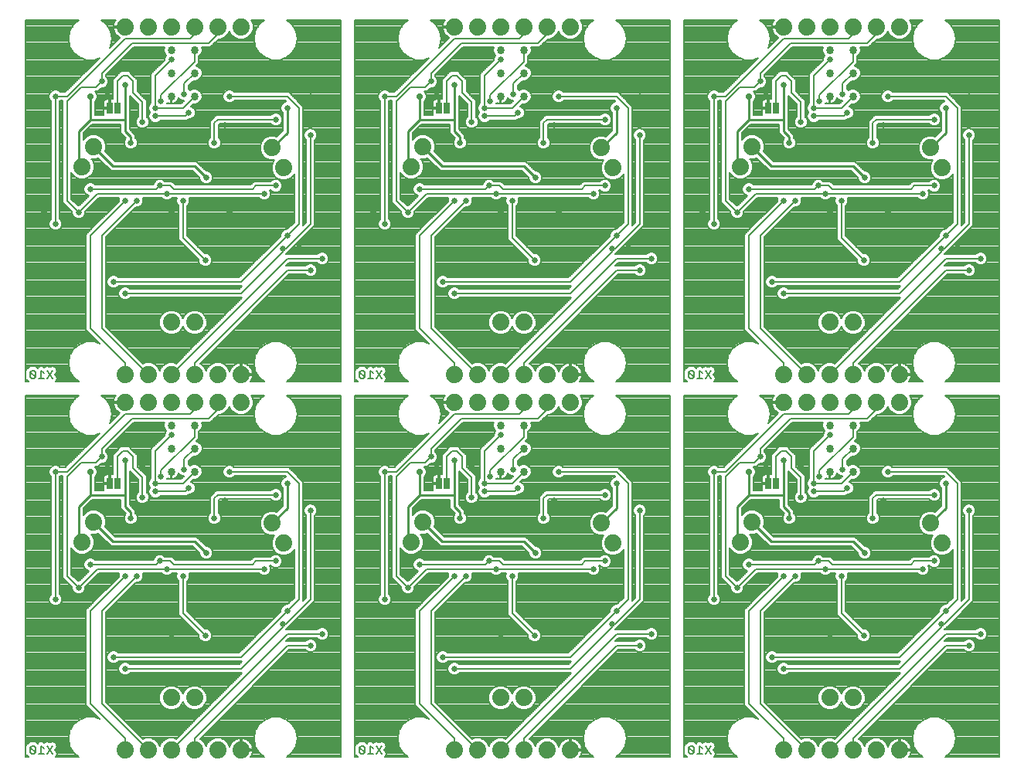
<source format=gbl>
G75*
%MOIN*%
%OFA0B0*%
%FSLAX25Y25*%
%IPPOS*%
%LPD*%
%AMOC8*
5,1,8,0,0,1.08239X$1,22.5*
%
%ADD10C,0.00800*%
%ADD11C,0.07400*%
%ADD12R,0.02500X0.05000*%
%ADD13C,0.03400*%
%ADD14C,0.00700*%
%ADD15C,0.02600*%
%ADD16C,0.00600*%
%ADD17C,0.01000*%
%ADD18C,0.02900*%
D10*
X0019157Y0036733D02*
X0020225Y0036733D01*
X0020758Y0037267D01*
X0018623Y0039402D01*
X0018623Y0037267D01*
X0019157Y0036733D01*
X0020758Y0037267D02*
X0020758Y0039402D01*
X0020225Y0039936D01*
X0019157Y0039936D01*
X0018623Y0039402D01*
X0022306Y0036733D02*
X0024442Y0036733D01*
X0023374Y0036733D02*
X0023374Y0039936D01*
X0024442Y0038868D01*
X0025990Y0039936D02*
X0028125Y0036733D01*
X0025990Y0036733D02*
X0028125Y0039936D01*
X0160623Y0039402D02*
X0162758Y0037267D01*
X0162225Y0036733D01*
X0161157Y0036733D01*
X0160623Y0037267D01*
X0160623Y0039402D01*
X0161157Y0039936D01*
X0162225Y0039936D01*
X0162758Y0039402D01*
X0162758Y0037267D01*
X0164306Y0036733D02*
X0166442Y0036733D01*
X0165374Y0036733D02*
X0165374Y0039936D01*
X0166442Y0038868D01*
X0167990Y0039936D02*
X0170125Y0036733D01*
X0167990Y0036733D02*
X0170125Y0039936D01*
X0302623Y0039402D02*
X0304758Y0037267D01*
X0304225Y0036733D01*
X0303157Y0036733D01*
X0302623Y0037267D01*
X0302623Y0039402D01*
X0303157Y0039936D01*
X0304225Y0039936D01*
X0304758Y0039402D01*
X0304758Y0037267D01*
X0306306Y0036733D02*
X0308442Y0036733D01*
X0307374Y0036733D02*
X0307374Y0039936D01*
X0308442Y0038868D01*
X0309990Y0039936D02*
X0312125Y0036733D01*
X0309990Y0036733D02*
X0312125Y0039936D01*
X0312125Y0198733D02*
X0309990Y0201936D01*
X0308442Y0200868D02*
X0307374Y0201936D01*
X0307374Y0198733D01*
X0308442Y0198733D02*
X0306306Y0198733D01*
X0304758Y0199267D02*
X0304225Y0198733D01*
X0303157Y0198733D01*
X0302623Y0199267D01*
X0302623Y0201402D01*
X0304758Y0199267D01*
X0304758Y0201402D01*
X0304225Y0201936D01*
X0303157Y0201936D01*
X0302623Y0201402D01*
X0309990Y0198733D02*
X0312125Y0201936D01*
X0170125Y0201936D02*
X0167990Y0198733D01*
X0166442Y0198733D02*
X0164306Y0198733D01*
X0165374Y0198733D02*
X0165374Y0201936D01*
X0166442Y0200868D01*
X0167990Y0201936D02*
X0170125Y0198733D01*
X0162758Y0199267D02*
X0162225Y0198733D01*
X0161157Y0198733D01*
X0160623Y0199267D01*
X0160623Y0201402D01*
X0162758Y0199267D01*
X0162758Y0201402D01*
X0162225Y0201936D01*
X0161157Y0201936D01*
X0160623Y0201402D01*
X0028125Y0201936D02*
X0025990Y0198733D01*
X0024442Y0198733D02*
X0022306Y0198733D01*
X0023374Y0198733D02*
X0023374Y0201936D01*
X0024442Y0200868D01*
X0025990Y0201936D02*
X0028125Y0198733D01*
X0020758Y0199267D02*
X0018623Y0201402D01*
X0018623Y0199267D01*
X0019157Y0198733D01*
X0020225Y0198733D01*
X0020758Y0199267D01*
X0020758Y0201402D01*
X0020225Y0201936D01*
X0019157Y0201936D01*
X0018623Y0201402D01*
D11*
X0059500Y0200334D03*
X0069500Y0200334D03*
X0079500Y0200334D03*
X0089500Y0200334D03*
X0099500Y0200334D03*
X0109500Y0200334D03*
X0109500Y0188333D03*
X0099500Y0188333D03*
X0089500Y0188333D03*
X0079500Y0188333D03*
X0069500Y0188333D03*
X0059500Y0188333D03*
X0079500Y0222834D03*
X0089500Y0222834D03*
X0128000Y0289503D03*
X0123000Y0298163D03*
X0109500Y0350333D03*
X0099500Y0350333D03*
X0089500Y0350333D03*
X0079500Y0350333D03*
X0069500Y0350333D03*
X0059500Y0350333D03*
X0046000Y0298663D03*
X0041000Y0290003D03*
X0183000Y0290003D03*
X0188000Y0298663D03*
X0201500Y0350333D03*
X0211500Y0350333D03*
X0221500Y0350333D03*
X0231500Y0350333D03*
X0241500Y0350333D03*
X0251500Y0350333D03*
X0265000Y0298163D03*
X0270000Y0289503D03*
X0325000Y0290003D03*
X0330000Y0298663D03*
X0343500Y0350333D03*
X0353500Y0350333D03*
X0363500Y0350333D03*
X0373500Y0350333D03*
X0383500Y0350333D03*
X0393500Y0350333D03*
X0407000Y0298163D03*
X0412000Y0289503D03*
X0373500Y0222834D03*
X0363500Y0222834D03*
X0363500Y0200334D03*
X0353500Y0200334D03*
X0343500Y0200334D03*
X0343500Y0188333D03*
X0353500Y0188333D03*
X0363500Y0188333D03*
X0373500Y0188333D03*
X0383500Y0188333D03*
X0393500Y0188333D03*
X0393500Y0200334D03*
X0383500Y0200334D03*
X0373500Y0200334D03*
X0407000Y0136163D03*
X0412000Y0127503D03*
X0373500Y0060834D03*
X0363500Y0060834D03*
X0363500Y0038334D03*
X0353500Y0038334D03*
X0343500Y0038334D03*
X0373500Y0038334D03*
X0383500Y0038334D03*
X0393500Y0038334D03*
X0325000Y0128003D03*
X0330000Y0136663D03*
X0270000Y0127503D03*
X0265000Y0136163D03*
X0251500Y0188333D03*
X0241500Y0188333D03*
X0231500Y0188333D03*
X0221500Y0188333D03*
X0211500Y0188333D03*
X0201500Y0188333D03*
X0201500Y0200334D03*
X0211500Y0200334D03*
X0221500Y0200334D03*
X0231500Y0200334D03*
X0241500Y0200334D03*
X0251500Y0200334D03*
X0231500Y0222834D03*
X0221500Y0222834D03*
X0188000Y0136663D03*
X0183000Y0128003D03*
X0128000Y0127503D03*
X0123000Y0136163D03*
X0046000Y0136663D03*
X0041000Y0128003D03*
X0079500Y0060834D03*
X0089500Y0060834D03*
X0089500Y0038334D03*
X0099500Y0038334D03*
X0109500Y0038334D03*
X0079500Y0038334D03*
X0069500Y0038334D03*
X0059500Y0038334D03*
X0201500Y0038334D03*
X0211500Y0038334D03*
X0221500Y0038334D03*
X0231500Y0038334D03*
X0241500Y0038334D03*
X0251500Y0038334D03*
X0231500Y0060834D03*
X0221500Y0060834D03*
D12*
X0198100Y0153333D03*
X0194900Y0153333D03*
X0056100Y0153333D03*
X0052900Y0153333D03*
X0052900Y0315333D03*
X0056100Y0315333D03*
X0194900Y0315333D03*
X0198100Y0315333D03*
X0336900Y0315333D03*
X0340100Y0315333D03*
X0340100Y0153333D03*
X0336900Y0153333D03*
D13*
X0363500Y0158333D03*
X0373500Y0158333D03*
X0373500Y0168333D03*
X0363500Y0168333D03*
X0363500Y0178333D03*
X0373500Y0178333D03*
X0231500Y0178333D03*
X0231500Y0168333D03*
X0231500Y0158333D03*
X0221500Y0158333D03*
X0221500Y0168333D03*
X0221500Y0178333D03*
X0089500Y0178333D03*
X0089500Y0168333D03*
X0089500Y0158333D03*
X0079500Y0158333D03*
X0079500Y0168333D03*
X0079500Y0178333D03*
X0079500Y0320333D03*
X0089500Y0320333D03*
X0089500Y0330333D03*
X0079500Y0330333D03*
X0079500Y0340333D03*
X0089500Y0340333D03*
X0221500Y0340333D03*
X0221500Y0330333D03*
X0221500Y0320333D03*
X0231500Y0320333D03*
X0231500Y0330333D03*
X0231500Y0340333D03*
X0363500Y0340333D03*
X0363500Y0330333D03*
X0363500Y0320333D03*
X0373500Y0320333D03*
X0373500Y0330333D03*
X0373500Y0340333D03*
D14*
X0016450Y0191383D02*
X0016450Y0035283D01*
X0017849Y0035283D01*
X0017207Y0035926D01*
X0016673Y0036459D01*
X0016673Y0040210D01*
X0016740Y0040276D01*
X0017816Y0041352D01*
X0018349Y0041886D01*
X0021032Y0041886D01*
X0021799Y0041119D01*
X0021987Y0041307D01*
X0022566Y0041886D01*
X0024182Y0041886D01*
X0024669Y0041399D01*
X0025580Y0042007D01*
X0027057Y0041711D01*
X0028534Y0042007D01*
X0029878Y0041111D01*
X0030195Y0039526D01*
X0029401Y0038335D01*
X0030195Y0037143D01*
X0029878Y0035559D01*
X0029465Y0035283D01*
X0039703Y0035283D01*
X0037305Y0037296D01*
X0037305Y0037296D01*
X0035674Y0040121D01*
X0035674Y0040121D01*
X0035107Y0043333D01*
X0035107Y0043333D01*
X0035674Y0046546D01*
X0035674Y0046546D01*
X0037305Y0049371D01*
X0037305Y0049371D01*
X0037305Y0049371D01*
X0039804Y0051468D01*
X0039804Y0051468D01*
X0042869Y0052583D01*
X0046131Y0052583D01*
X0048494Y0051723D01*
X0042650Y0057567D01*
X0042650Y0098920D01*
X0056830Y0113100D01*
X0056830Y0113900D01*
X0057071Y0114483D01*
X0048266Y0114483D01*
X0042350Y0108567D01*
X0042350Y0107766D01*
X0041916Y0106719D01*
X0041114Y0105917D01*
X0040067Y0105483D01*
X0038933Y0105483D01*
X0037886Y0105917D01*
X0037084Y0106719D01*
X0036650Y0107766D01*
X0036650Y0108567D01*
X0032650Y0112567D01*
X0032650Y0156483D01*
X0031681Y0156483D01*
X0031350Y0156153D01*
X0031350Y0105514D01*
X0031916Y0104948D01*
X0032350Y0103900D01*
X0032350Y0102766D01*
X0031916Y0101719D01*
X0031114Y0100917D01*
X0030067Y0100483D01*
X0028933Y0100483D01*
X0027886Y0100917D01*
X0027084Y0101719D01*
X0026650Y0102766D01*
X0026650Y0103900D01*
X0027084Y0104948D01*
X0027650Y0105514D01*
X0027650Y0156153D01*
X0027084Y0156719D01*
X0026650Y0157766D01*
X0026650Y0158900D01*
X0027084Y0159948D01*
X0027886Y0160749D01*
X0028933Y0161183D01*
X0030067Y0161183D01*
X0031115Y0160749D01*
X0031680Y0160183D01*
X0033734Y0160183D01*
X0048494Y0174943D01*
X0046131Y0174083D01*
X0042869Y0174083D01*
X0039804Y0175199D01*
X0039804Y0175199D01*
X0037305Y0177296D01*
X0037305Y0177296D01*
X0035674Y0180121D01*
X0035674Y0180121D01*
X0035107Y0183333D01*
X0035107Y0183333D01*
X0035674Y0186546D01*
X0035674Y0186546D01*
X0037305Y0189371D01*
X0037305Y0189371D01*
X0037305Y0189371D01*
X0039703Y0191383D01*
X0016450Y0191383D01*
X0016450Y0191197D02*
X0039481Y0191197D01*
X0038649Y0190498D02*
X0016450Y0190498D01*
X0016450Y0189800D02*
X0037816Y0189800D01*
X0037149Y0189101D02*
X0016450Y0189101D01*
X0016450Y0188403D02*
X0036746Y0188403D01*
X0036343Y0187704D02*
X0016450Y0187704D01*
X0016450Y0187006D02*
X0035939Y0187006D01*
X0035632Y0186307D02*
X0016450Y0186307D01*
X0016450Y0185609D02*
X0035509Y0185609D01*
X0035385Y0184910D02*
X0016450Y0184910D01*
X0016450Y0184212D02*
X0035262Y0184212D01*
X0035139Y0183513D02*
X0016450Y0183513D01*
X0016450Y0182815D02*
X0035199Y0182815D01*
X0035322Y0182116D02*
X0016450Y0182116D01*
X0016450Y0181418D02*
X0035445Y0181418D01*
X0035568Y0180719D02*
X0016450Y0180719D01*
X0016450Y0180021D02*
X0035732Y0180021D01*
X0036135Y0179322D02*
X0016450Y0179322D01*
X0016450Y0178624D02*
X0036538Y0178624D01*
X0036941Y0177925D02*
X0016450Y0177925D01*
X0016450Y0177227D02*
X0037387Y0177227D01*
X0038220Y0176528D02*
X0016450Y0176528D01*
X0016450Y0175830D02*
X0039052Y0175830D01*
X0039990Y0175131D02*
X0016450Y0175131D01*
X0016450Y0174433D02*
X0041909Y0174433D01*
X0045189Y0171639D02*
X0016450Y0171639D01*
X0016450Y0172337D02*
X0045887Y0172337D01*
X0046586Y0173036D02*
X0016450Y0173036D01*
X0016450Y0173734D02*
X0047284Y0173734D01*
X0047091Y0174433D02*
X0047983Y0174433D01*
X0044490Y0170940D02*
X0016450Y0170940D01*
X0016450Y0170242D02*
X0043792Y0170242D01*
X0043093Y0169543D02*
X0016450Y0169543D01*
X0016450Y0168845D02*
X0042395Y0168845D01*
X0041696Y0168146D02*
X0016450Y0168146D01*
X0016450Y0167448D02*
X0040998Y0167448D01*
X0040299Y0166749D02*
X0016450Y0166749D01*
X0016450Y0166050D02*
X0039601Y0166050D01*
X0038902Y0165352D02*
X0016450Y0165352D01*
X0016450Y0164653D02*
X0038204Y0164653D01*
X0037505Y0163955D02*
X0016450Y0163955D01*
X0016450Y0163256D02*
X0036807Y0163256D01*
X0036108Y0162558D02*
X0016450Y0162558D01*
X0016450Y0161859D02*
X0035410Y0161859D01*
X0034711Y0161161D02*
X0030121Y0161161D01*
X0028879Y0161161D02*
X0016450Y0161161D01*
X0016450Y0160462D02*
X0027599Y0160462D01*
X0027008Y0159764D02*
X0016450Y0159764D01*
X0016450Y0159065D02*
X0026719Y0159065D01*
X0026650Y0158367D02*
X0016450Y0158367D01*
X0016450Y0157668D02*
X0026691Y0157668D01*
X0026980Y0156970D02*
X0016450Y0156970D01*
X0016450Y0156271D02*
X0027531Y0156271D01*
X0027650Y0155573D02*
X0016450Y0155573D01*
X0016450Y0154874D02*
X0027650Y0154874D01*
X0027650Y0154176D02*
X0016450Y0154176D01*
X0016450Y0153477D02*
X0027650Y0153477D01*
X0027650Y0152779D02*
X0016450Y0152779D01*
X0016450Y0152080D02*
X0027650Y0152080D01*
X0027650Y0151382D02*
X0016450Y0151382D01*
X0016450Y0150683D02*
X0027650Y0150683D01*
X0027650Y0149985D02*
X0016450Y0149985D01*
X0016450Y0149286D02*
X0027650Y0149286D01*
X0027650Y0148588D02*
X0016450Y0148588D01*
X0016450Y0147889D02*
X0027650Y0147889D01*
X0027650Y0147191D02*
X0016450Y0147191D01*
X0016450Y0146492D02*
X0027650Y0146492D01*
X0027650Y0145794D02*
X0016450Y0145794D01*
X0016450Y0145095D02*
X0027650Y0145095D01*
X0027650Y0144397D02*
X0016450Y0144397D01*
X0016450Y0143698D02*
X0027650Y0143698D01*
X0027650Y0143000D02*
X0016450Y0143000D01*
X0016450Y0142301D02*
X0027650Y0142301D01*
X0027650Y0141603D02*
X0016450Y0141603D01*
X0016450Y0140904D02*
X0027650Y0140904D01*
X0027650Y0140206D02*
X0016450Y0140206D01*
X0016450Y0139507D02*
X0027650Y0139507D01*
X0027650Y0138809D02*
X0016450Y0138809D01*
X0016450Y0138110D02*
X0027650Y0138110D01*
X0027650Y0137412D02*
X0016450Y0137412D01*
X0016450Y0136713D02*
X0027650Y0136713D01*
X0027650Y0136014D02*
X0016450Y0136014D01*
X0016450Y0135316D02*
X0027650Y0135316D01*
X0027650Y0134617D02*
X0016450Y0134617D01*
X0016450Y0133919D02*
X0027650Y0133919D01*
X0027650Y0133220D02*
X0016450Y0133220D01*
X0016450Y0132522D02*
X0027650Y0132522D01*
X0027650Y0131823D02*
X0016450Y0131823D01*
X0016450Y0131125D02*
X0027650Y0131125D01*
X0027650Y0130426D02*
X0016450Y0130426D01*
X0016450Y0129728D02*
X0027650Y0129728D01*
X0027650Y0129029D02*
X0016450Y0129029D01*
X0016450Y0128331D02*
X0027650Y0128331D01*
X0027650Y0127632D02*
X0016450Y0127632D01*
X0016450Y0126934D02*
X0027650Y0126934D01*
X0027650Y0126235D02*
X0016450Y0126235D01*
X0016450Y0125537D02*
X0027650Y0125537D01*
X0027650Y0124838D02*
X0016450Y0124838D01*
X0016450Y0124140D02*
X0027650Y0124140D01*
X0027650Y0123441D02*
X0016450Y0123441D01*
X0016450Y0122743D02*
X0027650Y0122743D01*
X0027650Y0122044D02*
X0016450Y0122044D01*
X0016450Y0121346D02*
X0027650Y0121346D01*
X0027650Y0120647D02*
X0016450Y0120647D01*
X0016450Y0119949D02*
X0027650Y0119949D01*
X0027650Y0119250D02*
X0016450Y0119250D01*
X0016450Y0118552D02*
X0027650Y0118552D01*
X0027650Y0117853D02*
X0016450Y0117853D01*
X0016450Y0117155D02*
X0027650Y0117155D01*
X0027650Y0116456D02*
X0016450Y0116456D01*
X0016450Y0115758D02*
X0027650Y0115758D01*
X0027650Y0115059D02*
X0016450Y0115059D01*
X0016450Y0114361D02*
X0027650Y0114361D01*
X0027650Y0113662D02*
X0016450Y0113662D01*
X0016450Y0112964D02*
X0027650Y0112964D01*
X0027650Y0112265D02*
X0016450Y0112265D01*
X0016450Y0111567D02*
X0027650Y0111567D01*
X0027650Y0110868D02*
X0016450Y0110868D01*
X0016450Y0110170D02*
X0027650Y0110170D01*
X0027650Y0109471D02*
X0016450Y0109471D01*
X0016450Y0108773D02*
X0027650Y0108773D01*
X0027650Y0108074D02*
X0016450Y0108074D01*
X0016450Y0107376D02*
X0027650Y0107376D01*
X0027650Y0106677D02*
X0016450Y0106677D01*
X0016450Y0105979D02*
X0027650Y0105979D01*
X0027416Y0105280D02*
X0016450Y0105280D01*
X0016450Y0104581D02*
X0026932Y0104581D01*
X0026650Y0103883D02*
X0016450Y0103883D01*
X0016450Y0103184D02*
X0026650Y0103184D01*
X0026766Y0102486D02*
X0016450Y0102486D01*
X0016450Y0101787D02*
X0027055Y0101787D01*
X0027714Y0101089D02*
X0016450Y0101089D01*
X0016450Y0100390D02*
X0044120Y0100390D01*
X0043422Y0099692D02*
X0016450Y0099692D01*
X0016450Y0098993D02*
X0042723Y0098993D01*
X0042650Y0098295D02*
X0016450Y0098295D01*
X0016450Y0097596D02*
X0042650Y0097596D01*
X0042650Y0096898D02*
X0016450Y0096898D01*
X0016450Y0096199D02*
X0042650Y0096199D01*
X0042650Y0095501D02*
X0016450Y0095501D01*
X0016450Y0094802D02*
X0042650Y0094802D01*
X0042650Y0094104D02*
X0016450Y0094104D01*
X0016450Y0093405D02*
X0042650Y0093405D01*
X0042650Y0092707D02*
X0016450Y0092707D01*
X0016450Y0092008D02*
X0042650Y0092008D01*
X0042650Y0091310D02*
X0016450Y0091310D01*
X0016450Y0090611D02*
X0042650Y0090611D01*
X0042650Y0089913D02*
X0016450Y0089913D01*
X0016450Y0089214D02*
X0042650Y0089214D01*
X0042650Y0088516D02*
X0016450Y0088516D01*
X0016450Y0087817D02*
X0042650Y0087817D01*
X0042650Y0087119D02*
X0016450Y0087119D01*
X0016450Y0086420D02*
X0042650Y0086420D01*
X0042650Y0085722D02*
X0016450Y0085722D01*
X0016450Y0085023D02*
X0042650Y0085023D01*
X0042650Y0084325D02*
X0016450Y0084325D01*
X0016450Y0083626D02*
X0042650Y0083626D01*
X0042650Y0082928D02*
X0016450Y0082928D01*
X0016450Y0082229D02*
X0042650Y0082229D01*
X0042650Y0081531D02*
X0016450Y0081531D01*
X0016450Y0080832D02*
X0042650Y0080832D01*
X0042650Y0080134D02*
X0016450Y0080134D01*
X0016450Y0079435D02*
X0042650Y0079435D01*
X0042650Y0078737D02*
X0016450Y0078737D01*
X0016450Y0078038D02*
X0042650Y0078038D01*
X0042650Y0077340D02*
X0016450Y0077340D01*
X0016450Y0076641D02*
X0042650Y0076641D01*
X0042650Y0075943D02*
X0016450Y0075943D01*
X0016450Y0075244D02*
X0042650Y0075244D01*
X0042650Y0074545D02*
X0016450Y0074545D01*
X0016450Y0073847D02*
X0042650Y0073847D01*
X0042650Y0073148D02*
X0016450Y0073148D01*
X0016450Y0072450D02*
X0042650Y0072450D01*
X0042650Y0071751D02*
X0016450Y0071751D01*
X0016450Y0071053D02*
X0042650Y0071053D01*
X0042650Y0070354D02*
X0016450Y0070354D01*
X0016450Y0069656D02*
X0042650Y0069656D01*
X0042650Y0068957D02*
X0016450Y0068957D01*
X0016450Y0068259D02*
X0042650Y0068259D01*
X0042650Y0067560D02*
X0016450Y0067560D01*
X0016450Y0066862D02*
X0042650Y0066862D01*
X0042650Y0066163D02*
X0016450Y0066163D01*
X0016450Y0065465D02*
X0042650Y0065465D01*
X0042650Y0064766D02*
X0016450Y0064766D01*
X0016450Y0064068D02*
X0042650Y0064068D01*
X0042650Y0063369D02*
X0016450Y0063369D01*
X0016450Y0062671D02*
X0042650Y0062671D01*
X0042650Y0061972D02*
X0016450Y0061972D01*
X0016450Y0061274D02*
X0042650Y0061274D01*
X0042650Y0060575D02*
X0016450Y0060575D01*
X0016450Y0059877D02*
X0042650Y0059877D01*
X0042650Y0059178D02*
X0016450Y0059178D01*
X0016450Y0058480D02*
X0042650Y0058480D01*
X0042650Y0057781D02*
X0016450Y0057781D01*
X0016450Y0057083D02*
X0043134Y0057083D01*
X0043833Y0056384D02*
X0016450Y0056384D01*
X0016450Y0055686D02*
X0044531Y0055686D01*
X0045230Y0054987D02*
X0016450Y0054987D01*
X0016450Y0054289D02*
X0045928Y0054289D01*
X0046627Y0053590D02*
X0016450Y0053590D01*
X0016450Y0052892D02*
X0047325Y0052892D01*
X0047203Y0052193D02*
X0048024Y0052193D01*
X0041797Y0052193D02*
X0016450Y0052193D01*
X0016450Y0051495D02*
X0039878Y0051495D01*
X0039003Y0050796D02*
X0016450Y0050796D01*
X0016450Y0050098D02*
X0038171Y0050098D01*
X0037338Y0049399D02*
X0016450Y0049399D01*
X0016450Y0048701D02*
X0036918Y0048701D01*
X0036515Y0048002D02*
X0016450Y0048002D01*
X0016450Y0047304D02*
X0036111Y0047304D01*
X0035708Y0046605D02*
X0016450Y0046605D01*
X0016450Y0045907D02*
X0035561Y0045907D01*
X0035438Y0045208D02*
X0016450Y0045208D01*
X0016450Y0044510D02*
X0035315Y0044510D01*
X0035192Y0043811D02*
X0016450Y0043811D01*
X0016450Y0043112D02*
X0035146Y0043112D01*
X0035269Y0042414D02*
X0016450Y0042414D01*
X0016450Y0041715D02*
X0018179Y0041715D01*
X0017480Y0041017D02*
X0016450Y0041017D01*
X0016450Y0040318D02*
X0016782Y0040318D01*
X0016673Y0039620D02*
X0016450Y0039620D01*
X0016450Y0038921D02*
X0016673Y0038921D01*
X0016673Y0038223D02*
X0016450Y0038223D01*
X0016450Y0037524D02*
X0016673Y0037524D01*
X0016673Y0036826D02*
X0016450Y0036826D01*
X0016450Y0036127D02*
X0017005Y0036127D01*
X0016450Y0035429D02*
X0017704Y0035429D01*
X0021203Y0041715D02*
X0022396Y0041715D01*
X0024352Y0041715D02*
X0025143Y0041715D01*
X0027036Y0041715D02*
X0027079Y0041715D01*
X0028971Y0041715D02*
X0035393Y0041715D01*
X0035516Y0041017D02*
X0029897Y0041017D01*
X0030037Y0040318D02*
X0035639Y0040318D01*
X0035963Y0039620D02*
X0030177Y0039620D01*
X0029792Y0038921D02*
X0036366Y0038921D01*
X0036770Y0038223D02*
X0029475Y0038223D01*
X0029941Y0037524D02*
X0037173Y0037524D01*
X0037865Y0036826D02*
X0030132Y0036826D01*
X0029992Y0036127D02*
X0038697Y0036127D01*
X0039530Y0035429D02*
X0029683Y0035429D01*
X0051350Y0059100D02*
X0051350Y0097567D01*
X0064266Y0110483D01*
X0065067Y0110483D01*
X0066114Y0110917D01*
X0066916Y0111719D01*
X0067350Y0112766D01*
X0067350Y0113900D01*
X0067108Y0114483D01*
X0075319Y0114483D01*
X0075886Y0113917D01*
X0076933Y0113483D01*
X0078067Y0113483D01*
X0079114Y0113917D01*
X0079680Y0114483D01*
X0081892Y0114483D01*
X0081650Y0113900D01*
X0081650Y0112766D01*
X0082084Y0111719D01*
X0082650Y0111153D01*
X0082650Y0096639D01*
X0091310Y0087979D01*
X0091310Y0087178D01*
X0091744Y0086131D01*
X0092546Y0085329D01*
X0093593Y0084895D01*
X0094727Y0084895D01*
X0095775Y0085329D01*
X0096576Y0086131D01*
X0097010Y0087178D01*
X0097010Y0088312D01*
X0096576Y0089359D01*
X0095775Y0090161D01*
X0094727Y0090595D01*
X0093927Y0090595D01*
X0086350Y0098171D01*
X0086350Y0111153D01*
X0086916Y0111719D01*
X0087350Y0112766D01*
X0087350Y0113900D01*
X0087108Y0114483D01*
X0117319Y0114483D01*
X0117886Y0113917D01*
X0118933Y0113483D01*
X0120067Y0113483D01*
X0121114Y0113917D01*
X0121916Y0114719D01*
X0122350Y0115766D01*
X0122350Y0116900D01*
X0121916Y0117948D01*
X0121880Y0117983D01*
X0122320Y0117983D01*
X0122886Y0117417D01*
X0123933Y0116983D01*
X0125067Y0116983D01*
X0126114Y0117417D01*
X0126916Y0118219D01*
X0127350Y0119266D01*
X0127350Y0120400D01*
X0126916Y0121448D01*
X0126114Y0122249D01*
X0125067Y0122683D01*
X0123933Y0122683D01*
X0122886Y0122249D01*
X0122320Y0121683D01*
X0115234Y0121683D01*
X0113734Y0120183D01*
X0081266Y0120183D01*
X0080850Y0120600D01*
X0079766Y0121683D01*
X0076680Y0121683D01*
X0076114Y0122249D01*
X0075067Y0122683D01*
X0073933Y0122683D01*
X0072886Y0122249D01*
X0072084Y0121448D01*
X0071650Y0120400D01*
X0071650Y0120183D01*
X0046680Y0120183D01*
X0046114Y0120749D01*
X0045067Y0121183D01*
X0043933Y0121183D01*
X0042886Y0120749D01*
X0042084Y0119948D01*
X0041650Y0118900D01*
X0041650Y0117766D01*
X0042084Y0116719D01*
X0042886Y0115917D01*
X0043933Y0115483D01*
X0044034Y0115483D01*
X0039734Y0111183D01*
X0039266Y0111183D01*
X0036350Y0114100D01*
X0036350Y0125511D01*
X0036549Y0125029D01*
X0038026Y0123552D01*
X0039956Y0122753D01*
X0042044Y0122753D01*
X0043974Y0123552D01*
X0045451Y0125029D01*
X0046250Y0126959D01*
X0046250Y0129047D01*
X0045451Y0130977D01*
X0045014Y0131413D01*
X0047044Y0131413D01*
X0047968Y0131796D01*
X0053481Y0126283D01*
X0088651Y0126283D01*
X0091650Y0123284D01*
X0091650Y0122766D01*
X0092084Y0121719D01*
X0092886Y0120917D01*
X0093933Y0120483D01*
X0095067Y0120483D01*
X0096114Y0120917D01*
X0096916Y0121719D01*
X0097350Y0122766D01*
X0097350Y0123900D01*
X0096916Y0124948D01*
X0096114Y0125749D01*
X0095067Y0126183D01*
X0094549Y0126183D01*
X0091550Y0129182D01*
X0090349Y0130383D01*
X0055179Y0130383D01*
X0050867Y0134695D01*
X0051250Y0135619D01*
X0051250Y0137708D01*
X0050451Y0139637D01*
X0048974Y0141114D01*
X0047044Y0141913D01*
X0044956Y0141913D01*
X0043026Y0141114D01*
X0041550Y0139638D01*
X0041550Y0142484D01*
X0045349Y0146283D01*
X0057450Y0146283D01*
X0057450Y0142484D01*
X0059785Y0140149D01*
X0059584Y0139948D01*
X0059150Y0138900D01*
X0059150Y0137766D01*
X0059584Y0136719D01*
X0060386Y0135917D01*
X0061433Y0135483D01*
X0062567Y0135483D01*
X0063614Y0135917D01*
X0064416Y0136719D01*
X0064850Y0137766D01*
X0064850Y0138900D01*
X0064416Y0139948D01*
X0064050Y0140314D01*
X0064050Y0141682D01*
X0061550Y0144182D01*
X0061550Y0158667D01*
X0062234Y0157983D01*
X0065150Y0155067D01*
X0065150Y0149514D01*
X0064584Y0148948D01*
X0064150Y0147900D01*
X0064150Y0146766D01*
X0064584Y0145719D01*
X0065386Y0144917D01*
X0066433Y0144483D01*
X0067567Y0144483D01*
X0068614Y0144917D01*
X0069416Y0145719D01*
X0069850Y0146766D01*
X0069850Y0147900D01*
X0069416Y0148948D01*
X0068850Y0149514D01*
X0068850Y0156600D01*
X0064850Y0160600D01*
X0064850Y0165600D01*
X0062350Y0168100D01*
X0061266Y0169183D01*
X0057734Y0169183D01*
X0055334Y0166783D01*
X0054250Y0165700D01*
X0054250Y0157383D01*
X0054208Y0157383D01*
X0054008Y0157183D01*
X0053175Y0157183D01*
X0053175Y0153608D01*
X0052625Y0153608D01*
X0052625Y0153058D01*
X0050300Y0153058D01*
X0050300Y0150656D01*
X0050373Y0150383D01*
X0046550Y0150383D01*
X0046550Y0156141D01*
X0047043Y0156634D01*
X0047500Y0157737D01*
X0047500Y0158930D01*
X0047043Y0160033D01*
X0046593Y0160483D01*
X0047767Y0160483D01*
X0049266Y0161983D01*
X0050067Y0161983D01*
X0051115Y0162417D01*
X0051916Y0163219D01*
X0052350Y0164266D01*
X0052350Y0165400D01*
X0051916Y0166448D01*
X0051350Y0167014D01*
X0051350Y0167567D01*
X0063267Y0179483D01*
X0076459Y0179483D01*
X0076250Y0178980D01*
X0076250Y0177687D01*
X0076745Y0176492D01*
X0077187Y0176050D01*
X0077084Y0175948D01*
X0076650Y0174900D01*
X0076650Y0174100D01*
X0071734Y0169183D01*
X0070650Y0168100D01*
X0070650Y0155514D01*
X0070084Y0154948D01*
X0069650Y0153900D01*
X0069650Y0152766D01*
X0070084Y0151719D01*
X0070220Y0151583D01*
X0070084Y0151448D01*
X0069650Y0150400D01*
X0069650Y0149266D01*
X0070084Y0148219D01*
X0070886Y0147417D01*
X0071933Y0146983D01*
X0073067Y0146983D01*
X0074114Y0147417D01*
X0074680Y0147983D01*
X0086325Y0147983D01*
X0086825Y0148483D01*
X0087626Y0148483D01*
X0088673Y0148917D01*
X0089475Y0149719D01*
X0089909Y0150766D01*
X0089909Y0151900D01*
X0089475Y0152948D01*
X0088673Y0153749D01*
X0087867Y0154084D01*
X0088866Y0155083D01*
X0090146Y0155083D01*
X0091341Y0155578D01*
X0092255Y0156492D01*
X0092750Y0157687D01*
X0092750Y0158980D01*
X0092255Y0160174D01*
X0091341Y0161088D01*
X0090146Y0161583D01*
X0088854Y0161583D01*
X0087659Y0161088D01*
X0087446Y0160875D01*
X0087416Y0160948D01*
X0086850Y0161514D01*
X0086850Y0163067D01*
X0088866Y0165083D01*
X0090146Y0165083D01*
X0091341Y0165578D01*
X0092255Y0166492D01*
X0092750Y0167687D01*
X0092750Y0168980D01*
X0092255Y0170174D01*
X0091341Y0171088D01*
X0090302Y0171519D01*
X0091350Y0172567D01*
X0091350Y0175587D01*
X0092255Y0176492D01*
X0092750Y0177687D01*
X0092750Y0178980D01*
X0092541Y0179483D01*
X0096266Y0179483D01*
X0097350Y0180567D01*
X0099866Y0183083D01*
X0100544Y0183083D01*
X0102474Y0183882D01*
X0103951Y0185359D01*
X0104500Y0186685D01*
X0105049Y0185359D01*
X0106526Y0183882D01*
X0108456Y0183083D01*
X0110544Y0183083D01*
X0112474Y0183882D01*
X0113951Y0185359D01*
X0114750Y0187289D01*
X0114750Y0189377D01*
X0113951Y0191307D01*
X0113875Y0191383D01*
X0119703Y0191383D01*
X0117305Y0189371D01*
X0117305Y0189371D01*
X0117305Y0189371D01*
X0115674Y0186546D01*
X0115107Y0183333D01*
X0115674Y0180121D01*
X0115674Y0180121D01*
X0117305Y0177296D01*
X0117305Y0177296D01*
X0119804Y0175199D01*
X0122869Y0174083D01*
X0126131Y0174083D01*
X0129196Y0175199D01*
X0129196Y0175199D01*
X0131695Y0177296D01*
X0131695Y0177296D01*
X0133326Y0180121D01*
X0133893Y0183333D01*
X0133893Y0183333D01*
X0133326Y0186546D01*
X0131695Y0189371D01*
X0129297Y0191383D01*
X0152550Y0191383D01*
X0152550Y0035283D01*
X0129297Y0035283D01*
X0131695Y0037296D01*
X0131695Y0037296D01*
X0133326Y0040121D01*
X0133893Y0043333D01*
X0133893Y0043333D01*
X0133326Y0046546D01*
X0131695Y0049371D01*
X0129196Y0051468D01*
X0126131Y0052583D01*
X0122869Y0052583D01*
X0119804Y0051468D01*
X0117305Y0049371D01*
X0117305Y0049371D01*
X0117305Y0049371D01*
X0115674Y0046546D01*
X0115107Y0043333D01*
X0115674Y0040121D01*
X0115674Y0040121D01*
X0117305Y0037296D01*
X0117305Y0037296D01*
X0119703Y0035283D01*
X0113526Y0035283D01*
X0113819Y0035687D01*
X0114180Y0036395D01*
X0114426Y0037151D01*
X0114550Y0037936D01*
X0114550Y0037984D01*
X0109850Y0037984D01*
X0109850Y0038683D01*
X0114550Y0038683D01*
X0114550Y0038731D01*
X0114426Y0039516D01*
X0114180Y0040272D01*
X0113819Y0040980D01*
X0113352Y0041623D01*
X0112790Y0042185D01*
X0112147Y0042653D01*
X0111438Y0043014D01*
X0110683Y0043259D01*
X0109897Y0043384D01*
X0109850Y0043384D01*
X0109850Y0038684D01*
X0109150Y0038684D01*
X0109150Y0043384D01*
X0109103Y0043384D01*
X0108317Y0043259D01*
X0107561Y0043014D01*
X0106853Y0042653D01*
X0106210Y0042185D01*
X0105648Y0041623D01*
X0105181Y0040980D01*
X0104820Y0040272D01*
X0104626Y0039676D01*
X0103951Y0041307D01*
X0102474Y0042784D01*
X0100544Y0043584D01*
X0098456Y0043584D01*
X0096526Y0042784D01*
X0095049Y0041307D01*
X0094500Y0039981D01*
X0093951Y0041307D01*
X0092474Y0042784D01*
X0091833Y0043050D01*
X0130266Y0081483D01*
X0137319Y0081483D01*
X0137886Y0080917D01*
X0138933Y0080483D01*
X0140067Y0080483D01*
X0141114Y0080917D01*
X0141916Y0081719D01*
X0142350Y0082766D01*
X0142350Y0083900D01*
X0141916Y0084948D01*
X0141114Y0085749D01*
X0140067Y0086183D01*
X0138933Y0086183D01*
X0137886Y0085749D01*
X0137319Y0085183D01*
X0128966Y0085183D01*
X0130266Y0086483D01*
X0142320Y0086483D01*
X0142886Y0085917D01*
X0143933Y0085483D01*
X0145067Y0085483D01*
X0146114Y0085917D01*
X0146916Y0086719D01*
X0147350Y0087766D01*
X0147350Y0088900D01*
X0146916Y0089948D01*
X0146114Y0090749D01*
X0145067Y0091183D01*
X0143933Y0091183D01*
X0142886Y0090749D01*
X0142320Y0090183D01*
X0128966Y0090183D01*
X0129321Y0090538D01*
X0129321Y0090581D01*
X0129652Y0090912D01*
X0129695Y0090912D01*
X0140266Y0101483D01*
X0141350Y0102567D01*
X0141350Y0139499D01*
X0141916Y0140065D01*
X0142350Y0141113D01*
X0142350Y0142247D01*
X0141916Y0143294D01*
X0141114Y0144096D01*
X0140067Y0144530D01*
X0138933Y0144530D01*
X0137886Y0144096D01*
X0137084Y0143294D01*
X0136650Y0142247D01*
X0136650Y0141113D01*
X0137084Y0140065D01*
X0137650Y0139499D01*
X0137650Y0104100D01*
X0136350Y0102800D01*
X0136350Y0154100D01*
X0130266Y0160183D01*
X0106680Y0160183D01*
X0106114Y0160749D01*
X0105067Y0161183D01*
X0103933Y0161183D01*
X0102886Y0160749D01*
X0102084Y0159948D01*
X0101650Y0158900D01*
X0101650Y0157766D01*
X0102084Y0156719D01*
X0102886Y0155917D01*
X0103933Y0155483D01*
X0105067Y0155483D01*
X0106114Y0155917D01*
X0106680Y0156483D01*
X0128734Y0156483D01*
X0129034Y0156183D01*
X0128933Y0156183D01*
X0127886Y0155749D01*
X0127084Y0154948D01*
X0126650Y0153900D01*
X0126650Y0152766D01*
X0127084Y0151719D01*
X0127450Y0151353D01*
X0127450Y0143513D01*
X0124968Y0141031D01*
X0124044Y0141413D01*
X0121956Y0141413D01*
X0120026Y0140614D01*
X0118549Y0139137D01*
X0117750Y0137208D01*
X0117750Y0135119D01*
X0118549Y0133189D01*
X0120026Y0131713D01*
X0121956Y0130913D01*
X0123985Y0130913D01*
X0123549Y0130477D01*
X0122750Y0128547D01*
X0122750Y0126459D01*
X0123549Y0124529D01*
X0125026Y0123052D01*
X0126956Y0122253D01*
X0129044Y0122253D01*
X0130974Y0123052D01*
X0132451Y0124529D01*
X0132650Y0125011D01*
X0132650Y0104100D01*
X0129734Y0101183D01*
X0128933Y0101183D01*
X0127886Y0100749D01*
X0127084Y0099948D01*
X0126650Y0098900D01*
X0126650Y0098100D01*
X0108734Y0080183D01*
X0056680Y0080183D01*
X0056114Y0080749D01*
X0055067Y0081183D01*
X0053933Y0081183D01*
X0052886Y0080749D01*
X0052084Y0079948D01*
X0051650Y0078900D01*
X0051650Y0077766D01*
X0052084Y0076719D01*
X0052886Y0075917D01*
X0053933Y0075483D01*
X0055067Y0075483D01*
X0056114Y0075917D01*
X0056680Y0076483D01*
X0110034Y0076483D01*
X0108734Y0075183D01*
X0061680Y0075183D01*
X0061114Y0075749D01*
X0060067Y0076183D01*
X0058933Y0076183D01*
X0057886Y0075749D01*
X0057084Y0074948D01*
X0056650Y0073900D01*
X0056650Y0072766D01*
X0057084Y0071719D01*
X0057886Y0070917D01*
X0058933Y0070483D01*
X0060067Y0070483D01*
X0061114Y0070917D01*
X0061680Y0071483D01*
X0110034Y0071483D01*
X0088734Y0050183D01*
X0088733Y0050183D01*
X0081668Y0043118D01*
X0080544Y0043584D01*
X0078456Y0043584D01*
X0076526Y0042784D01*
X0075049Y0041307D01*
X0074500Y0039981D01*
X0073951Y0041307D01*
X0072474Y0042784D01*
X0070544Y0043584D01*
X0068456Y0043584D01*
X0067332Y0043118D01*
X0051350Y0059100D01*
X0051350Y0059178D02*
X0074503Y0059178D01*
X0074250Y0059789D02*
X0075049Y0057860D01*
X0076526Y0056383D01*
X0078456Y0055584D01*
X0080544Y0055584D01*
X0082474Y0056383D01*
X0083951Y0057860D01*
X0084500Y0059186D01*
X0085049Y0057860D01*
X0086526Y0056383D01*
X0088456Y0055584D01*
X0090544Y0055584D01*
X0092474Y0056383D01*
X0093951Y0057860D01*
X0094750Y0059789D01*
X0094750Y0061878D01*
X0093951Y0063807D01*
X0092474Y0065284D01*
X0090544Y0066084D01*
X0088456Y0066084D01*
X0086526Y0065284D01*
X0085049Y0063807D01*
X0084500Y0062481D01*
X0083951Y0063807D01*
X0082474Y0065284D01*
X0080544Y0066084D01*
X0078456Y0066084D01*
X0076526Y0065284D01*
X0075049Y0063807D01*
X0074250Y0061878D01*
X0074250Y0059789D01*
X0074250Y0059877D02*
X0051350Y0059877D01*
X0051350Y0060575D02*
X0074250Y0060575D01*
X0074250Y0061274D02*
X0051350Y0061274D01*
X0051350Y0061972D02*
X0074289Y0061972D01*
X0074578Y0062671D02*
X0051350Y0062671D01*
X0051350Y0063369D02*
X0074868Y0063369D01*
X0075310Y0064068D02*
X0051350Y0064068D01*
X0051350Y0064766D02*
X0076008Y0064766D01*
X0076962Y0065465D02*
X0051350Y0065465D01*
X0051350Y0066163D02*
X0104714Y0066163D01*
X0104015Y0065465D02*
X0092038Y0065465D01*
X0092992Y0064766D02*
X0103317Y0064766D01*
X0102618Y0064068D02*
X0093690Y0064068D01*
X0094132Y0063369D02*
X0101920Y0063369D01*
X0101221Y0062671D02*
X0094422Y0062671D01*
X0094711Y0061972D02*
X0100523Y0061972D01*
X0099824Y0061274D02*
X0094750Y0061274D01*
X0094750Y0060575D02*
X0099126Y0060575D01*
X0098427Y0059877D02*
X0094750Y0059877D01*
X0094497Y0059178D02*
X0097729Y0059178D01*
X0097030Y0058480D02*
X0094208Y0058480D01*
X0093872Y0057781D02*
X0096332Y0057781D01*
X0095633Y0057083D02*
X0093174Y0057083D01*
X0092475Y0056384D02*
X0094935Y0056384D01*
X0094236Y0055686D02*
X0090791Y0055686D01*
X0092839Y0054289D02*
X0056161Y0054289D01*
X0055462Y0054987D02*
X0093538Y0054987D01*
X0092141Y0053590D02*
X0056859Y0053590D01*
X0057558Y0052892D02*
X0091442Y0052892D01*
X0090744Y0052193D02*
X0058256Y0052193D01*
X0058955Y0051495D02*
X0090045Y0051495D01*
X0089347Y0050796D02*
X0059653Y0050796D01*
X0060352Y0050098D02*
X0088648Y0050098D01*
X0087949Y0049399D02*
X0061051Y0049399D01*
X0061749Y0048701D02*
X0087251Y0048701D01*
X0086552Y0048002D02*
X0062448Y0048002D01*
X0063146Y0047304D02*
X0085854Y0047304D01*
X0085155Y0046605D02*
X0063845Y0046605D01*
X0064543Y0045907D02*
X0084457Y0045907D01*
X0083758Y0045208D02*
X0065242Y0045208D01*
X0065940Y0044510D02*
X0083060Y0044510D01*
X0082361Y0043811D02*
X0066639Y0043811D01*
X0071681Y0043112D02*
X0077319Y0043112D01*
X0076156Y0042414D02*
X0072844Y0042414D01*
X0073543Y0041715D02*
X0075457Y0041715D01*
X0074929Y0041017D02*
X0074071Y0041017D01*
X0074360Y0040318D02*
X0074640Y0040318D01*
X0078209Y0055686D02*
X0054764Y0055686D01*
X0054065Y0056384D02*
X0076525Y0056384D01*
X0075826Y0057083D02*
X0053367Y0057083D01*
X0052668Y0057781D02*
X0075128Y0057781D01*
X0074792Y0058480D02*
X0051970Y0058480D01*
X0051350Y0066862D02*
X0105412Y0066862D01*
X0106111Y0067560D02*
X0051350Y0067560D01*
X0051350Y0068259D02*
X0106809Y0068259D01*
X0107508Y0068957D02*
X0051350Y0068957D01*
X0051350Y0069656D02*
X0108206Y0069656D01*
X0108905Y0070354D02*
X0051350Y0070354D01*
X0051350Y0071053D02*
X0057750Y0071053D01*
X0057070Y0071751D02*
X0051350Y0071751D01*
X0051350Y0072450D02*
X0056781Y0072450D01*
X0056650Y0073148D02*
X0051350Y0073148D01*
X0051350Y0073847D02*
X0056650Y0073847D01*
X0056917Y0074545D02*
X0051350Y0074545D01*
X0051350Y0075244D02*
X0057380Y0075244D01*
X0058352Y0075943D02*
X0056140Y0075943D01*
X0052860Y0075943D02*
X0051350Y0075943D01*
X0051350Y0076641D02*
X0052162Y0076641D01*
X0051827Y0077340D02*
X0051350Y0077340D01*
X0051350Y0078038D02*
X0051650Y0078038D01*
X0051650Y0078737D02*
X0051350Y0078737D01*
X0051350Y0079435D02*
X0051872Y0079435D01*
X0052270Y0080134D02*
X0051350Y0080134D01*
X0051350Y0080832D02*
X0053085Y0080832D01*
X0051350Y0081531D02*
X0110081Y0081531D01*
X0110780Y0082229D02*
X0051350Y0082229D01*
X0051350Y0082928D02*
X0111478Y0082928D01*
X0112177Y0083626D02*
X0051350Y0083626D01*
X0051350Y0084325D02*
X0112875Y0084325D01*
X0113574Y0085023D02*
X0095037Y0085023D01*
X0096168Y0085722D02*
X0114272Y0085722D01*
X0114971Y0086420D02*
X0096696Y0086420D01*
X0096986Y0087119D02*
X0115669Y0087119D01*
X0116368Y0087817D02*
X0097010Y0087817D01*
X0096926Y0088516D02*
X0117066Y0088516D01*
X0117765Y0089214D02*
X0096636Y0089214D01*
X0096023Y0089913D02*
X0118463Y0089913D01*
X0119162Y0090611D02*
X0093910Y0090611D01*
X0093212Y0091310D02*
X0119860Y0091310D01*
X0120559Y0092008D02*
X0092513Y0092008D01*
X0091815Y0092707D02*
X0121257Y0092707D01*
X0121956Y0093405D02*
X0091116Y0093405D01*
X0090418Y0094104D02*
X0122654Y0094104D01*
X0123353Y0094802D02*
X0089719Y0094802D01*
X0089021Y0095501D02*
X0124051Y0095501D01*
X0124750Y0096199D02*
X0088322Y0096199D01*
X0087624Y0096898D02*
X0125448Y0096898D01*
X0126147Y0097596D02*
X0086925Y0097596D01*
X0086350Y0098295D02*
X0126650Y0098295D01*
X0126689Y0098993D02*
X0086350Y0098993D01*
X0086350Y0099692D02*
X0126978Y0099692D01*
X0127527Y0100390D02*
X0086350Y0100390D01*
X0086350Y0101089D02*
X0128705Y0101089D01*
X0130338Y0101787D02*
X0086350Y0101787D01*
X0086350Y0102486D02*
X0131036Y0102486D01*
X0131735Y0103184D02*
X0086350Y0103184D01*
X0086350Y0103883D02*
X0132433Y0103883D01*
X0132650Y0104581D02*
X0086350Y0104581D01*
X0086350Y0105280D02*
X0132650Y0105280D01*
X0132650Y0105979D02*
X0086350Y0105979D01*
X0086350Y0106677D02*
X0132650Y0106677D01*
X0132650Y0107376D02*
X0086350Y0107376D01*
X0086350Y0108074D02*
X0132650Y0108074D01*
X0132650Y0108773D02*
X0086350Y0108773D01*
X0086350Y0109471D02*
X0132650Y0109471D01*
X0132650Y0110170D02*
X0086350Y0110170D01*
X0086350Y0110868D02*
X0132650Y0110868D01*
X0132650Y0111567D02*
X0086764Y0111567D01*
X0087142Y0112265D02*
X0132650Y0112265D01*
X0132650Y0112964D02*
X0087350Y0112964D01*
X0087350Y0113662D02*
X0118501Y0113662D01*
X0117442Y0114361D02*
X0087159Y0114361D01*
X0081841Y0114361D02*
X0079558Y0114361D01*
X0078499Y0113662D02*
X0081650Y0113662D01*
X0081650Y0112964D02*
X0067350Y0112964D01*
X0067350Y0113662D02*
X0076501Y0113662D01*
X0075442Y0114361D02*
X0067159Y0114361D01*
X0067142Y0112265D02*
X0081858Y0112265D01*
X0082236Y0111567D02*
X0066764Y0111567D01*
X0065996Y0110868D02*
X0082650Y0110868D01*
X0082650Y0110170D02*
X0063953Y0110170D01*
X0063254Y0109471D02*
X0082650Y0109471D01*
X0082650Y0108773D02*
X0062556Y0108773D01*
X0061857Y0108074D02*
X0082650Y0108074D01*
X0082650Y0107376D02*
X0061158Y0107376D01*
X0060460Y0106677D02*
X0082650Y0106677D01*
X0082650Y0105979D02*
X0059761Y0105979D01*
X0059063Y0105280D02*
X0082650Y0105280D01*
X0082650Y0104581D02*
X0058364Y0104581D01*
X0057666Y0103883D02*
X0082650Y0103883D01*
X0082650Y0103184D02*
X0056967Y0103184D01*
X0056269Y0102486D02*
X0082650Y0102486D01*
X0082650Y0101787D02*
X0055570Y0101787D01*
X0054872Y0101089D02*
X0082650Y0101089D01*
X0082650Y0100390D02*
X0054173Y0100390D01*
X0053475Y0099692D02*
X0082650Y0099692D01*
X0082650Y0098993D02*
X0052776Y0098993D01*
X0052078Y0098295D02*
X0082650Y0098295D01*
X0082650Y0097596D02*
X0051379Y0097596D01*
X0051350Y0096898D02*
X0082650Y0096898D01*
X0083090Y0096199D02*
X0051350Y0096199D01*
X0051350Y0095501D02*
X0083788Y0095501D01*
X0084487Y0094802D02*
X0051350Y0094802D01*
X0051350Y0094104D02*
X0085185Y0094104D01*
X0085884Y0093405D02*
X0051350Y0093405D01*
X0051350Y0092707D02*
X0086582Y0092707D01*
X0087281Y0092008D02*
X0051350Y0092008D01*
X0051350Y0091310D02*
X0087979Y0091310D01*
X0088678Y0090611D02*
X0051350Y0090611D01*
X0051350Y0089913D02*
X0089376Y0089913D01*
X0090075Y0089214D02*
X0051350Y0089214D01*
X0051350Y0088516D02*
X0090773Y0088516D01*
X0091310Y0087817D02*
X0051350Y0087817D01*
X0051350Y0087119D02*
X0091335Y0087119D01*
X0091624Y0086420D02*
X0051350Y0086420D01*
X0051350Y0085722D02*
X0092153Y0085722D01*
X0093284Y0085023D02*
X0051350Y0085023D01*
X0055915Y0080832D02*
X0109382Y0080832D01*
X0109493Y0075943D02*
X0060648Y0075943D01*
X0061620Y0075244D02*
X0108794Y0075244D01*
X0109603Y0071053D02*
X0061250Y0071053D01*
X0082038Y0065465D02*
X0086962Y0065465D01*
X0086008Y0064766D02*
X0082992Y0064766D01*
X0083690Y0064068D02*
X0085310Y0064068D01*
X0084868Y0063369D02*
X0084132Y0063369D01*
X0084422Y0062671D02*
X0084578Y0062671D01*
X0084497Y0059178D02*
X0084503Y0059178D01*
X0084792Y0058480D02*
X0084208Y0058480D01*
X0083872Y0057781D02*
X0085128Y0057781D01*
X0085826Y0057083D02*
X0083174Y0057083D01*
X0082475Y0056384D02*
X0086525Y0056384D01*
X0088209Y0055686D02*
X0080791Y0055686D01*
X0092594Y0043811D02*
X0115192Y0043811D01*
X0115107Y0043333D02*
X0115107Y0043333D01*
X0115146Y0043112D02*
X0111134Y0043112D01*
X0109850Y0043112D02*
X0109150Y0043112D01*
X0109150Y0042414D02*
X0109850Y0042414D01*
X0109850Y0041715D02*
X0109150Y0041715D01*
X0109150Y0041017D02*
X0109850Y0041017D01*
X0109850Y0040318D02*
X0109150Y0040318D01*
X0109150Y0039620D02*
X0109850Y0039620D01*
X0109850Y0038921D02*
X0109150Y0038921D01*
X0109850Y0038223D02*
X0116770Y0038223D01*
X0117173Y0037524D02*
X0114485Y0037524D01*
X0114320Y0036826D02*
X0117865Y0036826D01*
X0118697Y0036127D02*
X0114044Y0036127D01*
X0113632Y0035429D02*
X0119530Y0035429D01*
X0116366Y0038921D02*
X0114520Y0038921D01*
X0114392Y0039620D02*
X0115963Y0039620D01*
X0115639Y0040318D02*
X0114156Y0040318D01*
X0113792Y0041017D02*
X0115516Y0041017D01*
X0115393Y0041715D02*
X0113260Y0041715D01*
X0112475Y0042414D02*
X0115269Y0042414D01*
X0115315Y0044510D02*
X0093292Y0044510D01*
X0093991Y0045208D02*
X0115438Y0045208D01*
X0115561Y0045907D02*
X0094689Y0045907D01*
X0095388Y0046605D02*
X0115708Y0046605D01*
X0115674Y0046546D02*
X0115674Y0046546D01*
X0116111Y0047304D02*
X0096087Y0047304D01*
X0096785Y0048002D02*
X0116515Y0048002D01*
X0116918Y0048701D02*
X0097484Y0048701D01*
X0098182Y0049399D02*
X0117338Y0049399D01*
X0118171Y0050098D02*
X0098881Y0050098D01*
X0099579Y0050796D02*
X0119003Y0050796D01*
X0119804Y0051468D02*
X0119804Y0051468D01*
X0119878Y0051495D02*
X0100278Y0051495D01*
X0100976Y0052193D02*
X0121797Y0052193D01*
X0127203Y0052193D02*
X0152550Y0052193D01*
X0152550Y0051495D02*
X0129122Y0051495D01*
X0129196Y0051468D02*
X0129196Y0051468D01*
X0129997Y0050796D02*
X0152550Y0050796D01*
X0152550Y0050098D02*
X0130829Y0050098D01*
X0131662Y0049399D02*
X0152550Y0049399D01*
X0152550Y0048701D02*
X0132082Y0048701D01*
X0131695Y0049371D02*
X0131695Y0049371D01*
X0132485Y0048002D02*
X0152550Y0048002D01*
X0152550Y0047304D02*
X0132889Y0047304D01*
X0133292Y0046605D02*
X0152550Y0046605D01*
X0152550Y0045907D02*
X0133439Y0045907D01*
X0133326Y0046546D02*
X0133326Y0046546D01*
X0133562Y0045208D02*
X0152550Y0045208D01*
X0152550Y0044510D02*
X0133685Y0044510D01*
X0133808Y0043811D02*
X0152550Y0043811D01*
X0152550Y0043112D02*
X0133854Y0043112D01*
X0133731Y0042414D02*
X0152550Y0042414D01*
X0152550Y0041715D02*
X0133607Y0041715D01*
X0133484Y0041017D02*
X0152550Y0041017D01*
X0152550Y0040318D02*
X0133361Y0040318D01*
X0133326Y0040121D02*
X0133326Y0040121D01*
X0133037Y0039620D02*
X0152550Y0039620D01*
X0152550Y0038921D02*
X0132634Y0038921D01*
X0132230Y0038223D02*
X0152550Y0038223D01*
X0152550Y0037524D02*
X0131827Y0037524D01*
X0131695Y0037296D02*
X0131695Y0037296D01*
X0131135Y0036826D02*
X0152550Y0036826D01*
X0152550Y0036127D02*
X0130303Y0036127D01*
X0129470Y0035429D02*
X0152550Y0035429D01*
X0158450Y0035429D02*
X0159704Y0035429D01*
X0159849Y0035283D02*
X0158450Y0035283D01*
X0158450Y0191383D01*
X0181703Y0191383D01*
X0179305Y0189371D01*
X0179305Y0189371D01*
X0179305Y0189371D01*
X0177674Y0186546D01*
X0177107Y0183333D01*
X0177674Y0180121D01*
X0177674Y0180121D01*
X0179305Y0177296D01*
X0179305Y0177296D01*
X0181804Y0175199D01*
X0184869Y0174083D01*
X0188131Y0174083D01*
X0190494Y0174943D01*
X0175734Y0160183D01*
X0173680Y0160183D01*
X0173115Y0160749D01*
X0172067Y0161183D01*
X0170933Y0161183D01*
X0169886Y0160749D01*
X0169084Y0159948D01*
X0168650Y0158900D01*
X0168650Y0157766D01*
X0169084Y0156719D01*
X0169650Y0156153D01*
X0169650Y0105514D01*
X0169084Y0104948D01*
X0168650Y0103900D01*
X0168650Y0102766D01*
X0169084Y0101719D01*
X0169886Y0100917D01*
X0170933Y0100483D01*
X0172067Y0100483D01*
X0173114Y0100917D01*
X0173916Y0101719D01*
X0174350Y0102766D01*
X0174350Y0103900D01*
X0173916Y0104948D01*
X0173350Y0105514D01*
X0173350Y0156153D01*
X0173681Y0156483D01*
X0174650Y0156483D01*
X0174650Y0112567D01*
X0178650Y0108567D01*
X0178650Y0107766D01*
X0179084Y0106719D01*
X0179886Y0105917D01*
X0180933Y0105483D01*
X0182067Y0105483D01*
X0183114Y0105917D01*
X0183916Y0106719D01*
X0184350Y0107766D01*
X0184350Y0108567D01*
X0190266Y0114483D01*
X0199071Y0114483D01*
X0198830Y0113900D01*
X0198830Y0113100D01*
X0184650Y0098920D01*
X0184650Y0057567D01*
X0190494Y0051723D01*
X0188131Y0052583D01*
X0184869Y0052583D01*
X0181804Y0051468D01*
X0179305Y0049371D01*
X0177674Y0046546D01*
X0177674Y0046546D01*
X0177107Y0043333D01*
X0177674Y0040121D01*
X0177674Y0040121D01*
X0179305Y0037296D01*
X0179305Y0037296D01*
X0181703Y0035283D01*
X0171465Y0035283D01*
X0171878Y0035559D01*
X0172195Y0037143D01*
X0171401Y0038335D01*
X0172195Y0039526D01*
X0171878Y0041111D01*
X0170534Y0042007D01*
X0169057Y0041711D01*
X0167580Y0042007D01*
X0166669Y0041399D01*
X0166182Y0041886D01*
X0164566Y0041886D01*
X0163987Y0041307D01*
X0163799Y0041119D01*
X0163032Y0041886D01*
X0160349Y0041886D01*
X0159816Y0041352D01*
X0158740Y0040276D01*
X0158673Y0040210D01*
X0158673Y0036459D01*
X0159207Y0035926D01*
X0159849Y0035283D01*
X0159005Y0036127D02*
X0158450Y0036127D01*
X0158450Y0036826D02*
X0158673Y0036826D01*
X0158673Y0037524D02*
X0158450Y0037524D01*
X0158450Y0038223D02*
X0158673Y0038223D01*
X0158673Y0038921D02*
X0158450Y0038921D01*
X0158450Y0039620D02*
X0158673Y0039620D01*
X0158782Y0040318D02*
X0158450Y0040318D01*
X0158450Y0041017D02*
X0159480Y0041017D01*
X0160179Y0041715D02*
X0158450Y0041715D01*
X0158450Y0042414D02*
X0177269Y0042414D01*
X0177146Y0043112D02*
X0158450Y0043112D01*
X0158450Y0043811D02*
X0177192Y0043811D01*
X0177315Y0044510D02*
X0158450Y0044510D01*
X0158450Y0045208D02*
X0177438Y0045208D01*
X0177561Y0045907D02*
X0158450Y0045907D01*
X0158450Y0046605D02*
X0177708Y0046605D01*
X0178111Y0047304D02*
X0158450Y0047304D01*
X0158450Y0048002D02*
X0178515Y0048002D01*
X0178918Y0048701D02*
X0158450Y0048701D01*
X0158450Y0049399D02*
X0179338Y0049399D01*
X0180171Y0050098D02*
X0158450Y0050098D01*
X0158450Y0050796D02*
X0181003Y0050796D01*
X0181804Y0051468D02*
X0181804Y0051468D01*
X0181878Y0051495D02*
X0158450Y0051495D01*
X0158450Y0052193D02*
X0183797Y0052193D01*
X0187230Y0054987D02*
X0158450Y0054987D01*
X0158450Y0054289D02*
X0187928Y0054289D01*
X0188627Y0053590D02*
X0158450Y0053590D01*
X0158450Y0052892D02*
X0189325Y0052892D01*
X0189203Y0052193D02*
X0190024Y0052193D01*
X0186531Y0055686D02*
X0158450Y0055686D01*
X0158450Y0056384D02*
X0185833Y0056384D01*
X0185134Y0057083D02*
X0158450Y0057083D01*
X0158450Y0057781D02*
X0184650Y0057781D01*
X0184650Y0058480D02*
X0158450Y0058480D01*
X0158450Y0059178D02*
X0184650Y0059178D01*
X0184650Y0059877D02*
X0158450Y0059877D01*
X0158450Y0060575D02*
X0184650Y0060575D01*
X0184650Y0061274D02*
X0158450Y0061274D01*
X0158450Y0061972D02*
X0184650Y0061972D01*
X0184650Y0062671D02*
X0158450Y0062671D01*
X0158450Y0063369D02*
X0184650Y0063369D01*
X0184650Y0064068D02*
X0158450Y0064068D01*
X0158450Y0064766D02*
X0184650Y0064766D01*
X0184650Y0065465D02*
X0158450Y0065465D01*
X0158450Y0066163D02*
X0184650Y0066163D01*
X0184650Y0066862D02*
X0158450Y0066862D01*
X0158450Y0067560D02*
X0184650Y0067560D01*
X0184650Y0068259D02*
X0158450Y0068259D01*
X0158450Y0068957D02*
X0184650Y0068957D01*
X0184650Y0069656D02*
X0158450Y0069656D01*
X0158450Y0070354D02*
X0184650Y0070354D01*
X0184650Y0071053D02*
X0158450Y0071053D01*
X0158450Y0071751D02*
X0184650Y0071751D01*
X0184650Y0072450D02*
X0158450Y0072450D01*
X0158450Y0073148D02*
X0184650Y0073148D01*
X0184650Y0073847D02*
X0158450Y0073847D01*
X0158450Y0074545D02*
X0184650Y0074545D01*
X0184650Y0075244D02*
X0158450Y0075244D01*
X0158450Y0075943D02*
X0184650Y0075943D01*
X0184650Y0076641D02*
X0158450Y0076641D01*
X0158450Y0077340D02*
X0184650Y0077340D01*
X0184650Y0078038D02*
X0158450Y0078038D01*
X0158450Y0078737D02*
X0184650Y0078737D01*
X0184650Y0079435D02*
X0158450Y0079435D01*
X0158450Y0080134D02*
X0184650Y0080134D01*
X0184650Y0080832D02*
X0158450Y0080832D01*
X0158450Y0081531D02*
X0184650Y0081531D01*
X0184650Y0082229D02*
X0158450Y0082229D01*
X0158450Y0082928D02*
X0184650Y0082928D01*
X0184650Y0083626D02*
X0158450Y0083626D01*
X0158450Y0084325D02*
X0184650Y0084325D01*
X0184650Y0085023D02*
X0158450Y0085023D01*
X0158450Y0085722D02*
X0184650Y0085722D01*
X0184650Y0086420D02*
X0158450Y0086420D01*
X0158450Y0087119D02*
X0184650Y0087119D01*
X0184650Y0087817D02*
X0158450Y0087817D01*
X0158450Y0088516D02*
X0184650Y0088516D01*
X0184650Y0089214D02*
X0158450Y0089214D01*
X0158450Y0089913D02*
X0184650Y0089913D01*
X0184650Y0090611D02*
X0158450Y0090611D01*
X0158450Y0091310D02*
X0184650Y0091310D01*
X0184650Y0092008D02*
X0158450Y0092008D01*
X0158450Y0092707D02*
X0184650Y0092707D01*
X0184650Y0093405D02*
X0158450Y0093405D01*
X0158450Y0094104D02*
X0184650Y0094104D01*
X0184650Y0094802D02*
X0158450Y0094802D01*
X0158450Y0095501D02*
X0184650Y0095501D01*
X0184650Y0096199D02*
X0158450Y0096199D01*
X0158450Y0096898D02*
X0184650Y0096898D01*
X0184650Y0097596D02*
X0158450Y0097596D01*
X0158450Y0098295D02*
X0184650Y0098295D01*
X0184723Y0098993D02*
X0158450Y0098993D01*
X0158450Y0099692D02*
X0185422Y0099692D01*
X0186120Y0100390D02*
X0158450Y0100390D01*
X0158450Y0101089D02*
X0169714Y0101089D01*
X0169055Y0101787D02*
X0158450Y0101787D01*
X0158450Y0102486D02*
X0168766Y0102486D01*
X0168650Y0103184D02*
X0158450Y0103184D01*
X0158450Y0103883D02*
X0168650Y0103883D01*
X0168932Y0104581D02*
X0158450Y0104581D01*
X0158450Y0105280D02*
X0169416Y0105280D01*
X0169650Y0105979D02*
X0158450Y0105979D01*
X0158450Y0106677D02*
X0169650Y0106677D01*
X0169650Y0107376D02*
X0158450Y0107376D01*
X0158450Y0108074D02*
X0169650Y0108074D01*
X0169650Y0108773D02*
X0158450Y0108773D01*
X0158450Y0109471D02*
X0169650Y0109471D01*
X0169650Y0110170D02*
X0158450Y0110170D01*
X0158450Y0110868D02*
X0169650Y0110868D01*
X0169650Y0111567D02*
X0158450Y0111567D01*
X0158450Y0112265D02*
X0169650Y0112265D01*
X0169650Y0112964D02*
X0158450Y0112964D01*
X0158450Y0113662D02*
X0169650Y0113662D01*
X0169650Y0114361D02*
X0158450Y0114361D01*
X0158450Y0115059D02*
X0169650Y0115059D01*
X0169650Y0115758D02*
X0158450Y0115758D01*
X0158450Y0116456D02*
X0169650Y0116456D01*
X0169650Y0117155D02*
X0158450Y0117155D01*
X0158450Y0117853D02*
X0169650Y0117853D01*
X0169650Y0118552D02*
X0158450Y0118552D01*
X0158450Y0119250D02*
X0169650Y0119250D01*
X0169650Y0119949D02*
X0158450Y0119949D01*
X0158450Y0120647D02*
X0169650Y0120647D01*
X0169650Y0121346D02*
X0158450Y0121346D01*
X0158450Y0122044D02*
X0169650Y0122044D01*
X0169650Y0122743D02*
X0158450Y0122743D01*
X0158450Y0123441D02*
X0169650Y0123441D01*
X0169650Y0124140D02*
X0158450Y0124140D01*
X0158450Y0124838D02*
X0169650Y0124838D01*
X0169650Y0125537D02*
X0158450Y0125537D01*
X0158450Y0126235D02*
X0169650Y0126235D01*
X0169650Y0126934D02*
X0158450Y0126934D01*
X0158450Y0127632D02*
X0169650Y0127632D01*
X0169650Y0128331D02*
X0158450Y0128331D01*
X0158450Y0129029D02*
X0169650Y0129029D01*
X0169650Y0129728D02*
X0158450Y0129728D01*
X0158450Y0130426D02*
X0169650Y0130426D01*
X0169650Y0131125D02*
X0158450Y0131125D01*
X0158450Y0131823D02*
X0169650Y0131823D01*
X0169650Y0132522D02*
X0158450Y0132522D01*
X0158450Y0133220D02*
X0169650Y0133220D01*
X0169650Y0133919D02*
X0158450Y0133919D01*
X0158450Y0134617D02*
X0169650Y0134617D01*
X0169650Y0135316D02*
X0158450Y0135316D01*
X0158450Y0136014D02*
X0169650Y0136014D01*
X0169650Y0136713D02*
X0158450Y0136713D01*
X0158450Y0137412D02*
X0169650Y0137412D01*
X0169650Y0138110D02*
X0158450Y0138110D01*
X0158450Y0138809D02*
X0169650Y0138809D01*
X0169650Y0139507D02*
X0158450Y0139507D01*
X0158450Y0140206D02*
X0169650Y0140206D01*
X0169650Y0140904D02*
X0158450Y0140904D01*
X0158450Y0141603D02*
X0169650Y0141603D01*
X0169650Y0142301D02*
X0158450Y0142301D01*
X0158450Y0143000D02*
X0169650Y0143000D01*
X0169650Y0143698D02*
X0158450Y0143698D01*
X0158450Y0144397D02*
X0169650Y0144397D01*
X0169650Y0145095D02*
X0158450Y0145095D01*
X0158450Y0145794D02*
X0169650Y0145794D01*
X0169650Y0146492D02*
X0158450Y0146492D01*
X0158450Y0147191D02*
X0169650Y0147191D01*
X0169650Y0147889D02*
X0158450Y0147889D01*
X0158450Y0148588D02*
X0169650Y0148588D01*
X0169650Y0149286D02*
X0158450Y0149286D01*
X0158450Y0149985D02*
X0169650Y0149985D01*
X0169650Y0150683D02*
X0158450Y0150683D01*
X0158450Y0151382D02*
X0169650Y0151382D01*
X0169650Y0152080D02*
X0158450Y0152080D01*
X0158450Y0152779D02*
X0169650Y0152779D01*
X0169650Y0153477D02*
X0158450Y0153477D01*
X0158450Y0154176D02*
X0169650Y0154176D01*
X0169650Y0154874D02*
X0158450Y0154874D01*
X0158450Y0155573D02*
X0169650Y0155573D01*
X0169531Y0156271D02*
X0158450Y0156271D01*
X0158450Y0156970D02*
X0168980Y0156970D01*
X0168691Y0157668D02*
X0158450Y0157668D01*
X0158450Y0158367D02*
X0168650Y0158367D01*
X0168719Y0159065D02*
X0158450Y0159065D01*
X0158450Y0159764D02*
X0169008Y0159764D01*
X0169599Y0160462D02*
X0158450Y0160462D01*
X0158450Y0161161D02*
X0170879Y0161161D01*
X0172121Y0161161D02*
X0176711Y0161161D01*
X0176013Y0160462D02*
X0173401Y0160462D01*
X0173469Y0156271D02*
X0174650Y0156271D01*
X0174650Y0155573D02*
X0173350Y0155573D01*
X0173350Y0154874D02*
X0174650Y0154874D01*
X0174650Y0154176D02*
X0173350Y0154176D01*
X0173350Y0153477D02*
X0174650Y0153477D01*
X0174650Y0152779D02*
X0173350Y0152779D01*
X0173350Y0152080D02*
X0174650Y0152080D01*
X0174650Y0151382D02*
X0173350Y0151382D01*
X0173350Y0150683D02*
X0174650Y0150683D01*
X0174650Y0149985D02*
X0173350Y0149985D01*
X0173350Y0149286D02*
X0174650Y0149286D01*
X0174650Y0148588D02*
X0173350Y0148588D01*
X0173350Y0147889D02*
X0174650Y0147889D01*
X0174650Y0147191D02*
X0173350Y0147191D01*
X0173350Y0146492D02*
X0174650Y0146492D01*
X0174650Y0145794D02*
X0173350Y0145794D01*
X0173350Y0145095D02*
X0174650Y0145095D01*
X0174650Y0144397D02*
X0173350Y0144397D01*
X0173350Y0143698D02*
X0174650Y0143698D01*
X0174650Y0143000D02*
X0173350Y0143000D01*
X0173350Y0142301D02*
X0174650Y0142301D01*
X0174650Y0141603D02*
X0173350Y0141603D01*
X0173350Y0140904D02*
X0174650Y0140904D01*
X0174650Y0140206D02*
X0173350Y0140206D01*
X0173350Y0139507D02*
X0174650Y0139507D01*
X0174650Y0138809D02*
X0173350Y0138809D01*
X0173350Y0138110D02*
X0174650Y0138110D01*
X0174650Y0137412D02*
X0173350Y0137412D01*
X0173350Y0136713D02*
X0174650Y0136713D01*
X0174650Y0136014D02*
X0173350Y0136014D01*
X0173350Y0135316D02*
X0174650Y0135316D01*
X0174650Y0134617D02*
X0173350Y0134617D01*
X0173350Y0133919D02*
X0174650Y0133919D01*
X0174650Y0133220D02*
X0173350Y0133220D01*
X0173350Y0132522D02*
X0174650Y0132522D01*
X0174650Y0131823D02*
X0173350Y0131823D01*
X0173350Y0131125D02*
X0174650Y0131125D01*
X0174650Y0130426D02*
X0173350Y0130426D01*
X0173350Y0129728D02*
X0174650Y0129728D01*
X0174650Y0129029D02*
X0173350Y0129029D01*
X0173350Y0128331D02*
X0174650Y0128331D01*
X0174650Y0127632D02*
X0173350Y0127632D01*
X0173350Y0126934D02*
X0174650Y0126934D01*
X0174650Y0126235D02*
X0173350Y0126235D01*
X0173350Y0125537D02*
X0174650Y0125537D01*
X0174650Y0124838D02*
X0173350Y0124838D01*
X0173350Y0124140D02*
X0174650Y0124140D01*
X0174650Y0123441D02*
X0173350Y0123441D01*
X0173350Y0122743D02*
X0174650Y0122743D01*
X0174650Y0122044D02*
X0173350Y0122044D01*
X0173350Y0121346D02*
X0174650Y0121346D01*
X0174650Y0120647D02*
X0173350Y0120647D01*
X0173350Y0119949D02*
X0174650Y0119949D01*
X0174650Y0119250D02*
X0173350Y0119250D01*
X0173350Y0118552D02*
X0174650Y0118552D01*
X0174650Y0117853D02*
X0173350Y0117853D01*
X0173350Y0117155D02*
X0174650Y0117155D01*
X0174650Y0116456D02*
X0173350Y0116456D01*
X0173350Y0115758D02*
X0174650Y0115758D01*
X0174650Y0115059D02*
X0173350Y0115059D01*
X0173350Y0114361D02*
X0174650Y0114361D01*
X0174650Y0113662D02*
X0173350Y0113662D01*
X0173350Y0112964D02*
X0174650Y0112964D01*
X0174952Y0112265D02*
X0173350Y0112265D01*
X0173350Y0111567D02*
X0175650Y0111567D01*
X0176349Y0110868D02*
X0173350Y0110868D01*
X0173350Y0110170D02*
X0177047Y0110170D01*
X0177746Y0109471D02*
X0173350Y0109471D01*
X0173350Y0108773D02*
X0178444Y0108773D01*
X0178650Y0108074D02*
X0173350Y0108074D01*
X0173350Y0107376D02*
X0178812Y0107376D01*
X0179126Y0106677D02*
X0173350Y0106677D01*
X0173350Y0105979D02*
X0179824Y0105979D01*
X0183176Y0105979D02*
X0191708Y0105979D01*
X0192407Y0106677D02*
X0183874Y0106677D01*
X0184188Y0107376D02*
X0193105Y0107376D01*
X0193804Y0108074D02*
X0184350Y0108074D01*
X0184555Y0108773D02*
X0194502Y0108773D01*
X0195201Y0109471D02*
X0185254Y0109471D01*
X0185953Y0110170D02*
X0195899Y0110170D01*
X0196598Y0110868D02*
X0186651Y0110868D01*
X0187350Y0111567D02*
X0197296Y0111567D01*
X0197995Y0112265D02*
X0188048Y0112265D01*
X0188747Y0112964D02*
X0198694Y0112964D01*
X0198830Y0113662D02*
X0189445Y0113662D01*
X0190144Y0114361D02*
X0199020Y0114361D01*
X0204556Y0108773D02*
X0224650Y0108773D01*
X0224650Y0109471D02*
X0205254Y0109471D01*
X0205953Y0110170D02*
X0224650Y0110170D01*
X0224650Y0110868D02*
X0207996Y0110868D01*
X0208114Y0110917D02*
X0208916Y0111719D01*
X0209350Y0112766D01*
X0209350Y0113900D01*
X0209108Y0114483D01*
X0217319Y0114483D01*
X0217886Y0113917D01*
X0218933Y0113483D01*
X0220067Y0113483D01*
X0221114Y0113917D01*
X0221680Y0114483D01*
X0223892Y0114483D01*
X0223650Y0113900D01*
X0223650Y0112766D01*
X0224084Y0111719D01*
X0224650Y0111153D01*
X0224650Y0096639D01*
X0233310Y0087979D01*
X0233310Y0087178D01*
X0233744Y0086131D01*
X0234546Y0085329D01*
X0235593Y0084895D01*
X0236727Y0084895D01*
X0237775Y0085329D01*
X0238576Y0086131D01*
X0239010Y0087178D01*
X0239010Y0088312D01*
X0238576Y0089359D01*
X0237775Y0090161D01*
X0236727Y0090595D01*
X0235927Y0090595D01*
X0228350Y0098171D01*
X0228350Y0111153D01*
X0228916Y0111719D01*
X0229350Y0112766D01*
X0229350Y0113900D01*
X0229108Y0114483D01*
X0259319Y0114483D01*
X0259886Y0113917D01*
X0260933Y0113483D01*
X0262067Y0113483D01*
X0263114Y0113917D01*
X0263916Y0114719D01*
X0264350Y0115766D01*
X0264350Y0116900D01*
X0263916Y0117948D01*
X0263880Y0117983D01*
X0264320Y0117983D01*
X0264886Y0117417D01*
X0265933Y0116983D01*
X0267067Y0116983D01*
X0268114Y0117417D01*
X0268916Y0118219D01*
X0269350Y0119266D01*
X0269350Y0120400D01*
X0268916Y0121448D01*
X0268114Y0122249D01*
X0267067Y0122683D01*
X0265933Y0122683D01*
X0264886Y0122249D01*
X0264320Y0121683D01*
X0257234Y0121683D01*
X0255734Y0120183D01*
X0223266Y0120183D01*
X0222850Y0120600D01*
X0221766Y0121683D01*
X0218680Y0121683D01*
X0218114Y0122249D01*
X0217067Y0122683D01*
X0215933Y0122683D01*
X0214886Y0122249D01*
X0214084Y0121448D01*
X0213650Y0120400D01*
X0213650Y0120183D01*
X0188680Y0120183D01*
X0188114Y0120749D01*
X0187067Y0121183D01*
X0185933Y0121183D01*
X0184886Y0120749D01*
X0184084Y0119948D01*
X0183650Y0118900D01*
X0183650Y0117766D01*
X0184084Y0116719D01*
X0184886Y0115917D01*
X0185933Y0115483D01*
X0186034Y0115483D01*
X0181734Y0111183D01*
X0181266Y0111183D01*
X0178350Y0114100D01*
X0178350Y0125511D01*
X0178549Y0125029D01*
X0180026Y0123552D01*
X0181956Y0122753D01*
X0184044Y0122753D01*
X0185974Y0123552D01*
X0187451Y0125029D01*
X0188250Y0126959D01*
X0188250Y0129047D01*
X0187451Y0130977D01*
X0187014Y0131413D01*
X0189044Y0131413D01*
X0189968Y0131796D01*
X0195481Y0126283D01*
X0230651Y0126283D01*
X0233650Y0123284D01*
X0233650Y0122766D01*
X0234084Y0121719D01*
X0234886Y0120917D01*
X0235933Y0120483D01*
X0237067Y0120483D01*
X0238114Y0120917D01*
X0238916Y0121719D01*
X0239350Y0122766D01*
X0239350Y0123900D01*
X0238916Y0124948D01*
X0238114Y0125749D01*
X0237067Y0126183D01*
X0236549Y0126183D01*
X0233550Y0129182D01*
X0232349Y0130383D01*
X0197179Y0130383D01*
X0192867Y0134695D01*
X0193250Y0135619D01*
X0193250Y0137708D01*
X0192451Y0139637D01*
X0190974Y0141114D01*
X0189044Y0141913D01*
X0186956Y0141913D01*
X0185026Y0141114D01*
X0183550Y0139638D01*
X0183550Y0142484D01*
X0187349Y0146283D01*
X0199450Y0146283D01*
X0199450Y0142484D01*
X0201785Y0140149D01*
X0201584Y0139948D01*
X0201150Y0138900D01*
X0201150Y0137766D01*
X0201584Y0136719D01*
X0202386Y0135917D01*
X0203433Y0135483D01*
X0204567Y0135483D01*
X0205614Y0135917D01*
X0206416Y0136719D01*
X0206850Y0137766D01*
X0206850Y0138900D01*
X0206416Y0139948D01*
X0206050Y0140314D01*
X0206050Y0141682D01*
X0203550Y0144182D01*
X0203550Y0158667D01*
X0204234Y0157983D01*
X0207150Y0155067D01*
X0207150Y0149514D01*
X0206584Y0148948D01*
X0206150Y0147900D01*
X0206150Y0146766D01*
X0206584Y0145719D01*
X0207386Y0144917D01*
X0208433Y0144483D01*
X0209567Y0144483D01*
X0210614Y0144917D01*
X0211416Y0145719D01*
X0211850Y0146766D01*
X0211850Y0147900D01*
X0211416Y0148948D01*
X0210850Y0149514D01*
X0210850Y0156600D01*
X0206850Y0160600D01*
X0206850Y0165600D01*
X0204350Y0168100D01*
X0203266Y0169183D01*
X0199734Y0169183D01*
X0197334Y0166783D01*
X0196250Y0165700D01*
X0196250Y0157383D01*
X0196208Y0157383D01*
X0196008Y0157183D01*
X0195175Y0157183D01*
X0195175Y0153608D01*
X0194625Y0153608D01*
X0194625Y0153058D01*
X0192300Y0153058D01*
X0192300Y0150656D01*
X0192373Y0150383D01*
X0188550Y0150383D01*
X0188550Y0156141D01*
X0189043Y0156634D01*
X0189500Y0157737D01*
X0189500Y0158930D01*
X0189043Y0160033D01*
X0188593Y0160483D01*
X0189767Y0160483D01*
X0191266Y0161983D01*
X0192067Y0161983D01*
X0193115Y0162417D01*
X0193916Y0163219D01*
X0194350Y0164266D01*
X0194350Y0165400D01*
X0193916Y0166448D01*
X0193350Y0167014D01*
X0193350Y0167567D01*
X0205267Y0179483D01*
X0218459Y0179483D01*
X0218250Y0178980D01*
X0218250Y0177687D01*
X0218745Y0176492D01*
X0219187Y0176050D01*
X0219084Y0175948D01*
X0218650Y0174900D01*
X0218650Y0174100D01*
X0213734Y0169183D01*
X0212650Y0168100D01*
X0212650Y0155514D01*
X0212084Y0154948D01*
X0211650Y0153900D01*
X0211650Y0152766D01*
X0212084Y0151719D01*
X0212220Y0151583D01*
X0212084Y0151448D01*
X0211650Y0150400D01*
X0211650Y0149266D01*
X0212084Y0148219D01*
X0212886Y0147417D01*
X0213933Y0146983D01*
X0215067Y0146983D01*
X0216114Y0147417D01*
X0216680Y0147983D01*
X0228325Y0147983D01*
X0228825Y0148483D01*
X0229626Y0148483D01*
X0230673Y0148917D01*
X0231475Y0149719D01*
X0231909Y0150766D01*
X0231909Y0151900D01*
X0231475Y0152948D01*
X0230673Y0153749D01*
X0229867Y0154084D01*
X0230866Y0155083D01*
X0232146Y0155083D01*
X0233341Y0155578D01*
X0234255Y0156492D01*
X0234750Y0157687D01*
X0234750Y0158980D01*
X0234255Y0160174D01*
X0233341Y0161088D01*
X0232146Y0161583D01*
X0230854Y0161583D01*
X0229659Y0161088D01*
X0229446Y0160875D01*
X0229416Y0160948D01*
X0228850Y0161514D01*
X0228850Y0163067D01*
X0230866Y0165083D01*
X0232146Y0165083D01*
X0233341Y0165578D01*
X0234255Y0166492D01*
X0234750Y0167687D01*
X0234750Y0168980D01*
X0234255Y0170174D01*
X0233341Y0171088D01*
X0232302Y0171519D01*
X0233350Y0172567D01*
X0233350Y0175587D01*
X0234255Y0176492D01*
X0234750Y0177687D01*
X0234750Y0178980D01*
X0234541Y0179483D01*
X0238266Y0179483D01*
X0239350Y0180567D01*
X0241866Y0183083D01*
X0242544Y0183083D01*
X0244474Y0183882D01*
X0245951Y0185359D01*
X0246500Y0186685D01*
X0247049Y0185359D01*
X0248526Y0183882D01*
X0250456Y0183083D01*
X0252544Y0183083D01*
X0254474Y0183882D01*
X0255951Y0185359D01*
X0256750Y0187289D01*
X0256750Y0189377D01*
X0255951Y0191307D01*
X0255875Y0191383D01*
X0261703Y0191383D01*
X0259305Y0189371D01*
X0259305Y0189371D01*
X0259305Y0189371D01*
X0257674Y0186546D01*
X0257107Y0183333D01*
X0257674Y0180121D01*
X0257674Y0180121D01*
X0259305Y0177296D01*
X0259305Y0177296D01*
X0261804Y0175199D01*
X0264869Y0174083D01*
X0268131Y0174083D01*
X0271196Y0175199D01*
X0271196Y0175199D01*
X0273695Y0177296D01*
X0273695Y0177296D01*
X0275326Y0180121D01*
X0275893Y0183333D01*
X0275893Y0183333D01*
X0275326Y0186546D01*
X0273695Y0189371D01*
X0271297Y0191383D01*
X0294550Y0191383D01*
X0294550Y0035283D01*
X0271297Y0035283D01*
X0273695Y0037296D01*
X0273695Y0037296D01*
X0275326Y0040121D01*
X0275893Y0043333D01*
X0275326Y0046546D01*
X0273695Y0049371D01*
X0271196Y0051468D01*
X0268131Y0052583D01*
X0264869Y0052583D01*
X0261804Y0051468D01*
X0259305Y0049371D01*
X0259305Y0049371D01*
X0259305Y0049371D01*
X0257674Y0046546D01*
X0257107Y0043333D01*
X0257674Y0040121D01*
X0257674Y0040121D01*
X0259305Y0037296D01*
X0259305Y0037296D01*
X0261703Y0035283D01*
X0255526Y0035283D01*
X0255819Y0035687D01*
X0256180Y0036395D01*
X0256426Y0037151D01*
X0256550Y0037936D01*
X0256550Y0037984D01*
X0251850Y0037984D01*
X0251850Y0038683D01*
X0256550Y0038683D01*
X0256550Y0038731D01*
X0256426Y0039516D01*
X0256180Y0040272D01*
X0255819Y0040980D01*
X0255352Y0041623D01*
X0254790Y0042185D01*
X0254147Y0042653D01*
X0253438Y0043014D01*
X0252683Y0043259D01*
X0251897Y0043384D01*
X0251850Y0043384D01*
X0251850Y0038684D01*
X0251150Y0038684D01*
X0251150Y0043384D01*
X0251103Y0043384D01*
X0250317Y0043259D01*
X0249561Y0043014D01*
X0248853Y0042653D01*
X0248210Y0042185D01*
X0247648Y0041623D01*
X0247181Y0040980D01*
X0246820Y0040272D01*
X0246626Y0039676D01*
X0245951Y0041307D01*
X0244474Y0042784D01*
X0242544Y0043584D01*
X0240456Y0043584D01*
X0238526Y0042784D01*
X0237049Y0041307D01*
X0236500Y0039981D01*
X0235951Y0041307D01*
X0234474Y0042784D01*
X0233833Y0043050D01*
X0272266Y0081483D01*
X0279319Y0081483D01*
X0279886Y0080917D01*
X0280933Y0080483D01*
X0282067Y0080483D01*
X0283114Y0080917D01*
X0283916Y0081719D01*
X0284350Y0082766D01*
X0284350Y0083900D01*
X0283916Y0084948D01*
X0283114Y0085749D01*
X0282067Y0086183D01*
X0280933Y0086183D01*
X0279886Y0085749D01*
X0279319Y0085183D01*
X0270966Y0085183D01*
X0272266Y0086483D01*
X0284320Y0086483D01*
X0284886Y0085917D01*
X0285933Y0085483D01*
X0287067Y0085483D01*
X0288114Y0085917D01*
X0288916Y0086719D01*
X0289350Y0087766D01*
X0289350Y0088900D01*
X0288916Y0089948D01*
X0288114Y0090749D01*
X0287067Y0091183D01*
X0285933Y0091183D01*
X0284886Y0090749D01*
X0284320Y0090183D01*
X0270966Y0090183D01*
X0271321Y0090538D01*
X0271321Y0090581D01*
X0271652Y0090912D01*
X0271695Y0090912D01*
X0282266Y0101483D01*
X0283350Y0102567D01*
X0283350Y0139499D01*
X0283916Y0140065D01*
X0284350Y0141113D01*
X0284350Y0142247D01*
X0283916Y0143294D01*
X0283114Y0144096D01*
X0282067Y0144530D01*
X0280933Y0144530D01*
X0279886Y0144096D01*
X0279084Y0143294D01*
X0278650Y0142247D01*
X0278650Y0141113D01*
X0279084Y0140065D01*
X0279650Y0139499D01*
X0279650Y0104100D01*
X0278350Y0102800D01*
X0278350Y0154100D01*
X0272266Y0160183D01*
X0248680Y0160183D01*
X0248114Y0160749D01*
X0247067Y0161183D01*
X0245933Y0161183D01*
X0244886Y0160749D01*
X0244084Y0159948D01*
X0243650Y0158900D01*
X0243650Y0157766D01*
X0244084Y0156719D01*
X0244886Y0155917D01*
X0245933Y0155483D01*
X0247067Y0155483D01*
X0248114Y0155917D01*
X0248680Y0156483D01*
X0270734Y0156483D01*
X0271034Y0156183D01*
X0270933Y0156183D01*
X0269886Y0155749D01*
X0269084Y0154948D01*
X0268650Y0153900D01*
X0268650Y0152766D01*
X0269084Y0151719D01*
X0269450Y0151353D01*
X0269450Y0143513D01*
X0266968Y0141031D01*
X0266044Y0141413D01*
X0263956Y0141413D01*
X0262026Y0140614D01*
X0260549Y0139137D01*
X0259750Y0137208D01*
X0259750Y0135119D01*
X0260549Y0133189D01*
X0262026Y0131713D01*
X0263956Y0130913D01*
X0265985Y0130913D01*
X0265549Y0130477D01*
X0264750Y0128547D01*
X0264750Y0126459D01*
X0265549Y0124529D01*
X0267026Y0123052D01*
X0268956Y0122253D01*
X0271044Y0122253D01*
X0272974Y0123052D01*
X0274451Y0124529D01*
X0274650Y0125011D01*
X0274650Y0104100D01*
X0271734Y0101183D01*
X0270933Y0101183D01*
X0269886Y0100749D01*
X0269084Y0099948D01*
X0268650Y0098900D01*
X0268650Y0098100D01*
X0250734Y0080183D01*
X0198680Y0080183D01*
X0198114Y0080749D01*
X0197067Y0081183D01*
X0195933Y0081183D01*
X0194886Y0080749D01*
X0194084Y0079948D01*
X0193650Y0078900D01*
X0193650Y0077766D01*
X0194084Y0076719D01*
X0194886Y0075917D01*
X0195933Y0075483D01*
X0197067Y0075483D01*
X0198114Y0075917D01*
X0198680Y0076483D01*
X0252034Y0076483D01*
X0250734Y0075183D01*
X0203680Y0075183D01*
X0203114Y0075749D01*
X0202067Y0076183D01*
X0200933Y0076183D01*
X0199886Y0075749D01*
X0199084Y0074948D01*
X0198650Y0073900D01*
X0198650Y0072766D01*
X0199084Y0071719D01*
X0199886Y0070917D01*
X0200933Y0070483D01*
X0202067Y0070483D01*
X0203114Y0070917D01*
X0203680Y0071483D01*
X0252034Y0071483D01*
X0230734Y0050183D01*
X0230733Y0050183D01*
X0223668Y0043118D01*
X0222544Y0043584D01*
X0220456Y0043584D01*
X0218526Y0042784D01*
X0217049Y0041307D01*
X0216500Y0039981D01*
X0215951Y0041307D01*
X0214474Y0042784D01*
X0212544Y0043584D01*
X0210456Y0043584D01*
X0209332Y0043118D01*
X0193350Y0059100D01*
X0193350Y0097567D01*
X0206266Y0110483D01*
X0207067Y0110483D01*
X0208114Y0110917D01*
X0208764Y0111567D02*
X0224236Y0111567D01*
X0223858Y0112265D02*
X0209142Y0112265D01*
X0209350Y0112964D02*
X0223650Y0112964D01*
X0223650Y0113662D02*
X0220499Y0113662D01*
X0221558Y0114361D02*
X0223841Y0114361D01*
X0229159Y0114361D02*
X0259442Y0114361D01*
X0260501Y0113662D02*
X0229350Y0113662D01*
X0229350Y0112964D02*
X0274650Y0112964D01*
X0274650Y0113662D02*
X0262499Y0113662D01*
X0263558Y0114361D02*
X0274650Y0114361D01*
X0274650Y0115059D02*
X0264057Y0115059D01*
X0264346Y0115758D02*
X0274650Y0115758D01*
X0274650Y0116456D02*
X0264350Y0116456D01*
X0264245Y0117155D02*
X0265519Y0117155D01*
X0264450Y0117853D02*
X0263955Y0117853D01*
X0267481Y0117155D02*
X0274650Y0117155D01*
X0274650Y0117853D02*
X0268550Y0117853D01*
X0269054Y0118552D02*
X0274650Y0118552D01*
X0274650Y0119250D02*
X0269343Y0119250D01*
X0269350Y0119949D02*
X0274650Y0119949D01*
X0274650Y0120647D02*
X0269248Y0120647D01*
X0268958Y0121346D02*
X0274650Y0121346D01*
X0274650Y0122044D02*
X0268320Y0122044D01*
X0267773Y0122743D02*
X0239340Y0122743D01*
X0239350Y0123441D02*
X0266637Y0123441D01*
X0265939Y0124140D02*
X0239251Y0124140D01*
X0238961Y0124838D02*
X0265421Y0124838D01*
X0265132Y0125537D02*
X0238327Y0125537D01*
X0236497Y0126235D02*
X0264842Y0126235D01*
X0264750Y0126934D02*
X0235799Y0126934D01*
X0235100Y0127632D02*
X0264750Y0127632D01*
X0264750Y0128331D02*
X0234402Y0128331D01*
X0233703Y0129029D02*
X0264949Y0129029D01*
X0265239Y0129728D02*
X0233005Y0129728D01*
X0230699Y0126235D02*
X0187950Y0126235D01*
X0187661Y0125537D02*
X0231397Y0125537D01*
X0232096Y0124838D02*
X0187260Y0124838D01*
X0186561Y0124140D02*
X0232794Y0124140D01*
X0233493Y0123441D02*
X0185706Y0123441D01*
X0184783Y0120647D02*
X0178350Y0120647D01*
X0178350Y0119949D02*
X0184085Y0119949D01*
X0183795Y0119250D02*
X0178350Y0119250D01*
X0178350Y0118552D02*
X0183650Y0118552D01*
X0183650Y0117853D02*
X0178350Y0117853D01*
X0178350Y0117155D02*
X0183903Y0117155D01*
X0184347Y0116456D02*
X0178350Y0116456D01*
X0178350Y0115758D02*
X0185271Y0115758D01*
X0185610Y0115059D02*
X0178350Y0115059D01*
X0178350Y0114361D02*
X0184911Y0114361D01*
X0184213Y0113662D02*
X0178787Y0113662D01*
X0179486Y0112964D02*
X0183514Y0112964D01*
X0182816Y0112265D02*
X0180184Y0112265D01*
X0180883Y0111567D02*
X0182117Y0111567D01*
X0174068Y0104581D02*
X0190311Y0104581D01*
X0189613Y0103883D02*
X0174350Y0103883D01*
X0174350Y0103184D02*
X0188914Y0103184D01*
X0188216Y0102486D02*
X0174234Y0102486D01*
X0173944Y0101787D02*
X0187517Y0101787D01*
X0186819Y0101089D02*
X0173286Y0101089D01*
X0173584Y0105280D02*
X0191010Y0105280D01*
X0196173Y0100390D02*
X0224650Y0100390D01*
X0224650Y0099692D02*
X0195475Y0099692D01*
X0194776Y0098993D02*
X0224650Y0098993D01*
X0224650Y0098295D02*
X0194078Y0098295D01*
X0193379Y0097596D02*
X0224650Y0097596D01*
X0224650Y0096898D02*
X0193350Y0096898D01*
X0193350Y0096199D02*
X0225090Y0096199D01*
X0225788Y0095501D02*
X0193350Y0095501D01*
X0193350Y0094802D02*
X0226487Y0094802D01*
X0227185Y0094104D02*
X0193350Y0094104D01*
X0193350Y0093405D02*
X0227884Y0093405D01*
X0228582Y0092707D02*
X0193350Y0092707D01*
X0193350Y0092008D02*
X0229281Y0092008D01*
X0229979Y0091310D02*
X0193350Y0091310D01*
X0193350Y0090611D02*
X0230678Y0090611D01*
X0231376Y0089913D02*
X0193350Y0089913D01*
X0193350Y0089214D02*
X0232075Y0089214D01*
X0232773Y0088516D02*
X0193350Y0088516D01*
X0193350Y0087817D02*
X0233310Y0087817D01*
X0233335Y0087119D02*
X0193350Y0087119D01*
X0193350Y0086420D02*
X0233624Y0086420D01*
X0234153Y0085722D02*
X0193350Y0085722D01*
X0193350Y0085023D02*
X0235284Y0085023D01*
X0237037Y0085023D02*
X0255574Y0085023D01*
X0256272Y0085722D02*
X0238168Y0085722D01*
X0238696Y0086420D02*
X0256971Y0086420D01*
X0257669Y0087119D02*
X0238986Y0087119D01*
X0239010Y0087817D02*
X0258368Y0087817D01*
X0259066Y0088516D02*
X0238926Y0088516D01*
X0238636Y0089214D02*
X0259765Y0089214D01*
X0260463Y0089913D02*
X0238023Y0089913D01*
X0235910Y0090611D02*
X0261162Y0090611D01*
X0261860Y0091310D02*
X0235212Y0091310D01*
X0234513Y0092008D02*
X0262559Y0092008D01*
X0263257Y0092707D02*
X0233815Y0092707D01*
X0233116Y0093405D02*
X0263956Y0093405D01*
X0264654Y0094104D02*
X0232418Y0094104D01*
X0231719Y0094802D02*
X0265353Y0094802D01*
X0266051Y0095501D02*
X0231021Y0095501D01*
X0230322Y0096199D02*
X0266750Y0096199D01*
X0267448Y0096898D02*
X0229624Y0096898D01*
X0228925Y0097596D02*
X0268147Y0097596D01*
X0268650Y0098295D02*
X0228350Y0098295D01*
X0228350Y0098993D02*
X0268689Y0098993D01*
X0268978Y0099692D02*
X0228350Y0099692D01*
X0228350Y0100390D02*
X0269527Y0100390D01*
X0270705Y0101089D02*
X0228350Y0101089D01*
X0228350Y0101787D02*
X0272338Y0101787D01*
X0273036Y0102486D02*
X0228350Y0102486D01*
X0228350Y0103184D02*
X0273735Y0103184D01*
X0274433Y0103883D02*
X0228350Y0103883D01*
X0228350Y0104581D02*
X0274650Y0104581D01*
X0274650Y0105280D02*
X0228350Y0105280D01*
X0228350Y0105979D02*
X0274650Y0105979D01*
X0274650Y0106677D02*
X0228350Y0106677D01*
X0228350Y0107376D02*
X0274650Y0107376D01*
X0274650Y0108074D02*
X0228350Y0108074D01*
X0228350Y0108773D02*
X0274650Y0108773D01*
X0274650Y0109471D02*
X0228350Y0109471D01*
X0228350Y0110170D02*
X0274650Y0110170D01*
X0274650Y0110868D02*
X0228350Y0110868D01*
X0228764Y0111567D02*
X0274650Y0111567D01*
X0274650Y0112265D02*
X0229142Y0112265D01*
X0224650Y0108074D02*
X0203857Y0108074D01*
X0203158Y0107376D02*
X0224650Y0107376D01*
X0224650Y0106677D02*
X0202460Y0106677D01*
X0201761Y0105979D02*
X0224650Y0105979D01*
X0224650Y0105280D02*
X0201063Y0105280D01*
X0200364Y0104581D02*
X0224650Y0104581D01*
X0224650Y0103883D02*
X0199666Y0103883D01*
X0198967Y0103184D02*
X0224650Y0103184D01*
X0224650Y0102486D02*
X0198269Y0102486D01*
X0197570Y0101787D02*
X0224650Y0101787D01*
X0224650Y0101089D02*
X0196872Y0101089D01*
X0209350Y0113662D02*
X0218501Y0113662D01*
X0217442Y0114361D02*
X0209159Y0114361D01*
X0213752Y0120647D02*
X0188217Y0120647D01*
X0188240Y0126934D02*
X0194830Y0126934D01*
X0194132Y0127632D02*
X0188250Y0127632D01*
X0188250Y0128331D02*
X0193433Y0128331D01*
X0192735Y0129029D02*
X0188250Y0129029D01*
X0187968Y0129728D02*
X0192036Y0129728D01*
X0191338Y0130426D02*
X0187679Y0130426D01*
X0187303Y0131125D02*
X0190639Y0131125D01*
X0193644Y0133919D02*
X0260247Y0133919D01*
X0259958Y0134617D02*
X0192945Y0134617D01*
X0193125Y0135316D02*
X0259750Y0135316D01*
X0259750Y0136014D02*
X0241712Y0136014D01*
X0241614Y0135917D02*
X0242416Y0136719D01*
X0242850Y0137766D01*
X0242850Y0138900D01*
X0242416Y0139948D01*
X0241850Y0140514D01*
X0241850Y0146067D01*
X0242266Y0146483D01*
X0264319Y0146483D01*
X0264886Y0145917D01*
X0265933Y0145483D01*
X0267067Y0145483D01*
X0268114Y0145917D01*
X0268916Y0146719D01*
X0269350Y0147766D01*
X0269350Y0148900D01*
X0268916Y0149948D01*
X0268114Y0150749D01*
X0267067Y0151183D01*
X0265933Y0151183D01*
X0264886Y0150749D01*
X0264319Y0150183D01*
X0240734Y0150183D01*
X0238150Y0147600D01*
X0238150Y0140514D01*
X0237584Y0139948D01*
X0237150Y0138900D01*
X0237150Y0137766D01*
X0237584Y0136719D01*
X0238386Y0135917D01*
X0239433Y0135483D01*
X0240567Y0135483D01*
X0241614Y0135917D01*
X0242410Y0136713D02*
X0259750Y0136713D01*
X0259834Y0137412D02*
X0242703Y0137412D01*
X0242850Y0138110D02*
X0260124Y0138110D01*
X0260413Y0138809D02*
X0242850Y0138809D01*
X0242599Y0139507D02*
X0260919Y0139507D01*
X0261617Y0140206D02*
X0242158Y0140206D01*
X0241850Y0140904D02*
X0262726Y0140904D01*
X0267540Y0141603D02*
X0241850Y0141603D01*
X0241850Y0142301D02*
X0268238Y0142301D01*
X0268937Y0143000D02*
X0241850Y0143000D01*
X0241850Y0143698D02*
X0269450Y0143698D01*
X0269450Y0144397D02*
X0241850Y0144397D01*
X0241850Y0145095D02*
X0269450Y0145095D01*
X0269450Y0145794D02*
X0267816Y0145794D01*
X0268689Y0146492D02*
X0269450Y0146492D01*
X0269450Y0147191D02*
X0269112Y0147191D01*
X0269350Y0147889D02*
X0269450Y0147889D01*
X0269450Y0148588D02*
X0269350Y0148588D01*
X0269450Y0149286D02*
X0269190Y0149286D01*
X0269450Y0149985D02*
X0268879Y0149985D01*
X0269450Y0150683D02*
X0268181Y0150683D01*
X0269421Y0151382D02*
X0231909Y0151382D01*
X0231875Y0150683D02*
X0264819Y0150683D01*
X0268934Y0152080D02*
X0231834Y0152080D01*
X0231545Y0152779D02*
X0268650Y0152779D01*
X0268650Y0153477D02*
X0230946Y0153477D01*
X0229959Y0154176D02*
X0268764Y0154176D01*
X0269053Y0154874D02*
X0230657Y0154874D01*
X0233329Y0155573D02*
X0245717Y0155573D01*
X0244531Y0156271D02*
X0234034Y0156271D01*
X0234453Y0156970D02*
X0243980Y0156970D01*
X0243691Y0157668D02*
X0234742Y0157668D01*
X0234750Y0158367D02*
X0243650Y0158367D01*
X0243718Y0159065D02*
X0234714Y0159065D01*
X0234425Y0159764D02*
X0244008Y0159764D01*
X0244599Y0160462D02*
X0233967Y0160462D01*
X0233166Y0161161D02*
X0245879Y0161161D01*
X0247121Y0161161D02*
X0294550Y0161161D01*
X0294550Y0161859D02*
X0228850Y0161859D01*
X0228850Y0162558D02*
X0294550Y0162558D01*
X0294550Y0163256D02*
X0229040Y0163256D01*
X0229738Y0163955D02*
X0294550Y0163955D01*
X0294550Y0164653D02*
X0230437Y0164653D01*
X0232795Y0165352D02*
X0294550Y0165352D01*
X0294550Y0166050D02*
X0233814Y0166050D01*
X0234362Y0166749D02*
X0294550Y0166749D01*
X0294550Y0167448D02*
X0234651Y0167448D01*
X0234750Y0168146D02*
X0294550Y0168146D01*
X0294550Y0168845D02*
X0234750Y0168845D01*
X0234517Y0169543D02*
X0294550Y0169543D01*
X0294550Y0170242D02*
X0234188Y0170242D01*
X0233489Y0170940D02*
X0294550Y0170940D01*
X0294550Y0171639D02*
X0232422Y0171639D01*
X0233120Y0172337D02*
X0294550Y0172337D01*
X0294550Y0173036D02*
X0233350Y0173036D01*
X0233350Y0173734D02*
X0294550Y0173734D01*
X0294550Y0174433D02*
X0269091Y0174433D01*
X0271010Y0175131D02*
X0294550Y0175131D01*
X0294550Y0175830D02*
X0271948Y0175830D01*
X0272780Y0176528D02*
X0294550Y0176528D01*
X0294550Y0177227D02*
X0273613Y0177227D01*
X0273695Y0177296D02*
X0273695Y0177296D01*
X0274059Y0177925D02*
X0294550Y0177925D01*
X0294550Y0178624D02*
X0274462Y0178624D01*
X0274865Y0179322D02*
X0294550Y0179322D01*
X0294550Y0180021D02*
X0275268Y0180021D01*
X0275326Y0180121D02*
X0275326Y0180121D01*
X0275432Y0180719D02*
X0294550Y0180719D01*
X0294550Y0181418D02*
X0275555Y0181418D01*
X0275678Y0182116D02*
X0294550Y0182116D01*
X0294550Y0182815D02*
X0275801Y0182815D01*
X0275861Y0183513D02*
X0294550Y0183513D01*
X0294550Y0184212D02*
X0275738Y0184212D01*
X0275615Y0184910D02*
X0294550Y0184910D01*
X0294550Y0185609D02*
X0275491Y0185609D01*
X0275368Y0186307D02*
X0294550Y0186307D01*
X0294550Y0187006D02*
X0275061Y0187006D01*
X0275326Y0186546D02*
X0275326Y0186546D01*
X0274657Y0187704D02*
X0294550Y0187704D01*
X0294550Y0188403D02*
X0274254Y0188403D01*
X0273851Y0189101D02*
X0294550Y0189101D01*
X0294550Y0189800D02*
X0273184Y0189800D01*
X0273695Y0189371D02*
X0273695Y0189371D01*
X0272351Y0190498D02*
X0294550Y0190498D01*
X0294550Y0191197D02*
X0271519Y0191197D01*
X0271297Y0197283D02*
X0273695Y0199296D01*
X0273695Y0199296D01*
X0275326Y0202121D01*
X0275893Y0205333D01*
X0275326Y0208546D01*
X0273695Y0211371D01*
X0271196Y0213468D01*
X0268131Y0214583D01*
X0264869Y0214583D01*
X0261804Y0213468D01*
X0259305Y0211371D01*
X0259305Y0211371D01*
X0259305Y0211371D01*
X0257674Y0208546D01*
X0257107Y0205333D01*
X0257674Y0202121D01*
X0257674Y0202121D01*
X0259305Y0199296D01*
X0259305Y0199296D01*
X0261703Y0197283D01*
X0255526Y0197283D01*
X0255819Y0197687D01*
X0256180Y0198395D01*
X0256426Y0199151D01*
X0256550Y0199936D01*
X0256550Y0199984D01*
X0251850Y0199984D01*
X0251850Y0200683D01*
X0256550Y0200683D01*
X0256550Y0200731D01*
X0256426Y0201516D01*
X0256180Y0202272D01*
X0255819Y0202980D01*
X0255352Y0203623D01*
X0254790Y0204185D01*
X0254147Y0204653D01*
X0253438Y0205014D01*
X0252683Y0205259D01*
X0251897Y0205384D01*
X0251850Y0205383D01*
X0251850Y0200684D01*
X0251150Y0200684D01*
X0251150Y0205384D01*
X0251103Y0205384D01*
X0250317Y0205259D01*
X0249561Y0205014D01*
X0248853Y0204653D01*
X0248210Y0204185D01*
X0247648Y0203623D01*
X0247181Y0202980D01*
X0246820Y0202272D01*
X0246626Y0201676D01*
X0245951Y0203307D01*
X0244474Y0204784D01*
X0242544Y0205584D01*
X0240456Y0205584D01*
X0238526Y0204784D01*
X0237049Y0203307D01*
X0236500Y0201981D01*
X0235951Y0203307D01*
X0234474Y0204784D01*
X0233833Y0205050D01*
X0272266Y0243483D01*
X0279320Y0243483D01*
X0279886Y0242917D01*
X0280933Y0242483D01*
X0282067Y0242483D01*
X0283114Y0242917D01*
X0283916Y0243719D01*
X0284350Y0244766D01*
X0284350Y0245900D01*
X0283916Y0246948D01*
X0283114Y0247749D01*
X0282067Y0248183D01*
X0280933Y0248183D01*
X0279886Y0247749D01*
X0279320Y0247183D01*
X0270966Y0247183D01*
X0272266Y0248483D01*
X0284320Y0248483D01*
X0284886Y0247917D01*
X0285933Y0247483D01*
X0287067Y0247483D01*
X0288114Y0247917D01*
X0288916Y0248719D01*
X0289350Y0249766D01*
X0289350Y0250900D01*
X0288916Y0251948D01*
X0288114Y0252749D01*
X0287067Y0253183D01*
X0285933Y0253183D01*
X0284886Y0252749D01*
X0284320Y0252183D01*
X0270966Y0252183D01*
X0271321Y0252538D01*
X0271321Y0252581D01*
X0271652Y0252912D01*
X0271695Y0252912D01*
X0282266Y0263483D01*
X0283350Y0264567D01*
X0283350Y0301499D01*
X0283916Y0302065D01*
X0284350Y0303113D01*
X0284350Y0304247D01*
X0283916Y0305294D01*
X0283114Y0306096D01*
X0282067Y0306530D01*
X0280933Y0306530D01*
X0279886Y0306096D01*
X0279084Y0305294D01*
X0278650Y0304247D01*
X0278650Y0303113D01*
X0279084Y0302065D01*
X0279650Y0301499D01*
X0279650Y0266100D01*
X0278350Y0264800D01*
X0278350Y0316100D01*
X0272266Y0322183D01*
X0248680Y0322183D01*
X0248114Y0322749D01*
X0247067Y0323183D01*
X0245933Y0323183D01*
X0244886Y0322749D01*
X0244084Y0321948D01*
X0243650Y0320900D01*
X0243650Y0319766D01*
X0244084Y0318719D01*
X0244886Y0317917D01*
X0245933Y0317483D01*
X0247067Y0317483D01*
X0248114Y0317917D01*
X0248680Y0318483D01*
X0270734Y0318483D01*
X0271034Y0318183D01*
X0270933Y0318183D01*
X0269886Y0317749D01*
X0269084Y0316948D01*
X0268650Y0315900D01*
X0268650Y0314766D01*
X0269084Y0313719D01*
X0269450Y0313353D01*
X0269450Y0305513D01*
X0266968Y0303031D01*
X0266044Y0303413D01*
X0263956Y0303413D01*
X0262026Y0302614D01*
X0260549Y0301137D01*
X0259750Y0299208D01*
X0259750Y0297119D01*
X0260549Y0295189D01*
X0262026Y0293713D01*
X0263956Y0292913D01*
X0265985Y0292913D01*
X0265549Y0292477D01*
X0264750Y0290547D01*
X0264750Y0288459D01*
X0265549Y0286529D01*
X0267026Y0285052D01*
X0268956Y0284253D01*
X0271044Y0284253D01*
X0272974Y0285052D01*
X0274451Y0286529D01*
X0274650Y0287011D01*
X0274650Y0266100D01*
X0271734Y0263183D01*
X0270933Y0263183D01*
X0269886Y0262749D01*
X0269084Y0261948D01*
X0268650Y0260900D01*
X0268650Y0260100D01*
X0250734Y0242183D01*
X0198680Y0242183D01*
X0198114Y0242749D01*
X0197067Y0243183D01*
X0195933Y0243183D01*
X0194886Y0242749D01*
X0194084Y0241948D01*
X0193650Y0240900D01*
X0193650Y0239766D01*
X0194084Y0238719D01*
X0194886Y0237917D01*
X0195933Y0237483D01*
X0197067Y0237483D01*
X0198114Y0237917D01*
X0198680Y0238483D01*
X0252034Y0238483D01*
X0250734Y0237183D01*
X0203680Y0237183D01*
X0203114Y0237749D01*
X0202067Y0238183D01*
X0200933Y0238183D01*
X0199886Y0237749D01*
X0199084Y0236948D01*
X0198650Y0235900D01*
X0198650Y0234766D01*
X0199084Y0233719D01*
X0199886Y0232917D01*
X0200933Y0232483D01*
X0202067Y0232483D01*
X0203114Y0232917D01*
X0203680Y0233483D01*
X0252034Y0233483D01*
X0230734Y0212183D01*
X0230733Y0212183D01*
X0223668Y0205118D01*
X0222544Y0205584D01*
X0220456Y0205584D01*
X0218526Y0204784D01*
X0217049Y0203307D01*
X0216500Y0201981D01*
X0215951Y0203307D01*
X0214474Y0204784D01*
X0212544Y0205584D01*
X0210456Y0205584D01*
X0209332Y0205118D01*
X0193350Y0221100D01*
X0193350Y0259567D01*
X0206266Y0272483D01*
X0207067Y0272483D01*
X0208114Y0272917D01*
X0208916Y0273719D01*
X0209350Y0274766D01*
X0209350Y0275900D01*
X0209108Y0276483D01*
X0217319Y0276483D01*
X0217886Y0275917D01*
X0218933Y0275483D01*
X0220067Y0275483D01*
X0221114Y0275917D01*
X0221680Y0276483D01*
X0223892Y0276483D01*
X0223650Y0275900D01*
X0223650Y0274766D01*
X0224084Y0273719D01*
X0224650Y0273153D01*
X0224650Y0258639D01*
X0233310Y0249979D01*
X0233310Y0249178D01*
X0233744Y0248131D01*
X0234546Y0247329D01*
X0235593Y0246895D01*
X0236727Y0246895D01*
X0237775Y0247329D01*
X0238576Y0248131D01*
X0239010Y0249178D01*
X0239010Y0250312D01*
X0238576Y0251359D01*
X0237775Y0252161D01*
X0236727Y0252595D01*
X0235927Y0252595D01*
X0228350Y0260171D01*
X0228350Y0273153D01*
X0228916Y0273719D01*
X0229350Y0274766D01*
X0229350Y0275900D01*
X0229108Y0276483D01*
X0259319Y0276483D01*
X0259886Y0275917D01*
X0260933Y0275483D01*
X0262067Y0275483D01*
X0263114Y0275917D01*
X0263916Y0276719D01*
X0264350Y0277766D01*
X0264350Y0278900D01*
X0263916Y0279948D01*
X0263880Y0279983D01*
X0264320Y0279983D01*
X0264886Y0279417D01*
X0265933Y0278983D01*
X0267067Y0278983D01*
X0268114Y0279417D01*
X0268916Y0280219D01*
X0269350Y0281266D01*
X0269350Y0282400D01*
X0268916Y0283448D01*
X0268114Y0284249D01*
X0267067Y0284683D01*
X0265933Y0284683D01*
X0264886Y0284249D01*
X0264320Y0283683D01*
X0257234Y0283683D01*
X0255734Y0282183D01*
X0223266Y0282183D01*
X0222850Y0282600D01*
X0221766Y0283683D01*
X0218680Y0283683D01*
X0218114Y0284249D01*
X0217067Y0284683D01*
X0215933Y0284683D01*
X0214886Y0284249D01*
X0214084Y0283448D01*
X0213650Y0282400D01*
X0213650Y0282183D01*
X0188680Y0282183D01*
X0188114Y0282749D01*
X0187067Y0283183D01*
X0185933Y0283183D01*
X0184886Y0282749D01*
X0184084Y0281948D01*
X0183650Y0280900D01*
X0183650Y0279766D01*
X0184084Y0278719D01*
X0184886Y0277917D01*
X0185933Y0277483D01*
X0186034Y0277483D01*
X0181734Y0273183D01*
X0181266Y0273183D01*
X0178350Y0276100D01*
X0178350Y0287511D01*
X0178549Y0287029D01*
X0180026Y0285552D01*
X0181956Y0284753D01*
X0184044Y0284753D01*
X0185974Y0285552D01*
X0187451Y0287029D01*
X0188250Y0288959D01*
X0188250Y0291047D01*
X0187451Y0292977D01*
X0187014Y0293413D01*
X0189044Y0293413D01*
X0189968Y0293796D01*
X0195481Y0288283D01*
X0230651Y0288283D01*
X0233650Y0285284D01*
X0233650Y0284766D01*
X0234084Y0283719D01*
X0234886Y0282917D01*
X0235933Y0282483D01*
X0237067Y0282483D01*
X0238114Y0282917D01*
X0238916Y0283719D01*
X0239350Y0284766D01*
X0239350Y0285900D01*
X0238916Y0286948D01*
X0238114Y0287749D01*
X0237067Y0288183D01*
X0236549Y0288183D01*
X0233550Y0291182D01*
X0232349Y0292383D01*
X0197179Y0292383D01*
X0192867Y0296695D01*
X0193250Y0297619D01*
X0193250Y0299708D01*
X0192451Y0301637D01*
X0190974Y0303114D01*
X0189044Y0303913D01*
X0186956Y0303913D01*
X0185026Y0303114D01*
X0183550Y0301638D01*
X0183550Y0304484D01*
X0187349Y0308283D01*
X0199450Y0308283D01*
X0199450Y0304484D01*
X0201785Y0302149D01*
X0201584Y0301948D01*
X0201150Y0300900D01*
X0201150Y0299766D01*
X0201584Y0298719D01*
X0202386Y0297917D01*
X0203433Y0297483D01*
X0204567Y0297483D01*
X0205614Y0297917D01*
X0206416Y0298719D01*
X0206850Y0299766D01*
X0206850Y0300900D01*
X0206416Y0301948D01*
X0206050Y0302314D01*
X0206050Y0303682D01*
X0203550Y0306182D01*
X0203550Y0320667D01*
X0204234Y0319983D01*
X0207150Y0317067D01*
X0207150Y0311514D01*
X0206584Y0310948D01*
X0206150Y0309900D01*
X0206150Y0308766D01*
X0206584Y0307719D01*
X0207386Y0306917D01*
X0208433Y0306483D01*
X0209567Y0306483D01*
X0210614Y0306917D01*
X0211416Y0307719D01*
X0211850Y0308766D01*
X0211850Y0309900D01*
X0211416Y0310948D01*
X0210850Y0311514D01*
X0210850Y0318600D01*
X0206850Y0322600D01*
X0206850Y0327600D01*
X0204350Y0330100D01*
X0203266Y0331183D01*
X0199734Y0331183D01*
X0197334Y0328783D01*
X0196250Y0327700D01*
X0196250Y0319383D01*
X0196208Y0319383D01*
X0196008Y0319183D01*
X0195175Y0319183D01*
X0195175Y0315608D01*
X0194625Y0315608D01*
X0194625Y0315058D01*
X0192300Y0315058D01*
X0192300Y0312656D01*
X0192373Y0312383D01*
X0188550Y0312383D01*
X0188550Y0318141D01*
X0189043Y0318634D01*
X0189500Y0319737D01*
X0189500Y0320930D01*
X0189043Y0322033D01*
X0188593Y0322483D01*
X0189767Y0322483D01*
X0191266Y0323983D01*
X0192067Y0323983D01*
X0193115Y0324417D01*
X0193916Y0325219D01*
X0194350Y0326266D01*
X0194350Y0327400D01*
X0193916Y0328448D01*
X0193350Y0329014D01*
X0193350Y0329567D01*
X0205267Y0341483D01*
X0218459Y0341483D01*
X0218250Y0340980D01*
X0218250Y0339687D01*
X0218745Y0338492D01*
X0219187Y0338050D01*
X0219084Y0337948D01*
X0218650Y0336900D01*
X0218650Y0336100D01*
X0213734Y0331183D01*
X0212650Y0330100D01*
X0212650Y0317514D01*
X0212084Y0316948D01*
X0211650Y0315900D01*
X0211650Y0314766D01*
X0212084Y0313719D01*
X0212220Y0313583D01*
X0212084Y0313448D01*
X0211650Y0312400D01*
X0211650Y0311266D01*
X0212084Y0310219D01*
X0212886Y0309417D01*
X0213933Y0308983D01*
X0215067Y0308983D01*
X0216114Y0309417D01*
X0216680Y0309983D01*
X0228325Y0309983D01*
X0228825Y0310483D01*
X0229626Y0310483D01*
X0230673Y0310917D01*
X0231475Y0311719D01*
X0231909Y0312766D01*
X0231909Y0313900D01*
X0231475Y0314948D01*
X0230673Y0315749D01*
X0229867Y0316084D01*
X0230866Y0317083D01*
X0232146Y0317083D01*
X0233341Y0317578D01*
X0234255Y0318492D01*
X0234750Y0319687D01*
X0234750Y0320980D01*
X0234255Y0322174D01*
X0233341Y0323088D01*
X0232146Y0323583D01*
X0230854Y0323583D01*
X0229659Y0323088D01*
X0229446Y0322875D01*
X0229416Y0322948D01*
X0228850Y0323514D01*
X0228850Y0325067D01*
X0230866Y0327083D01*
X0232146Y0327083D01*
X0233341Y0327578D01*
X0234255Y0328492D01*
X0234750Y0329687D01*
X0234750Y0330980D01*
X0234255Y0332174D01*
X0233341Y0333088D01*
X0232302Y0333519D01*
X0233350Y0334567D01*
X0233350Y0337587D01*
X0234255Y0338492D01*
X0234750Y0339687D01*
X0234750Y0340980D01*
X0234541Y0341483D01*
X0238266Y0341483D01*
X0239350Y0342567D01*
X0241866Y0345083D01*
X0242544Y0345083D01*
X0244474Y0345882D01*
X0245951Y0347359D01*
X0246500Y0348685D01*
X0247049Y0347359D01*
X0248526Y0345882D01*
X0250456Y0345083D01*
X0252544Y0345083D01*
X0254474Y0345882D01*
X0255951Y0347359D01*
X0256750Y0349289D01*
X0256750Y0351377D01*
X0255951Y0353307D01*
X0255875Y0353383D01*
X0261703Y0353383D01*
X0259305Y0351371D01*
X0259305Y0351371D01*
X0259305Y0351371D01*
X0257674Y0348546D01*
X0257107Y0345333D01*
X0257674Y0342121D01*
X0257674Y0342121D01*
X0259305Y0339296D01*
X0259305Y0339296D01*
X0261804Y0337199D01*
X0264869Y0336083D01*
X0268131Y0336083D01*
X0271196Y0337199D01*
X0271196Y0337199D01*
X0273695Y0339296D01*
X0273695Y0339296D01*
X0275326Y0342121D01*
X0275893Y0345333D01*
X0275893Y0345333D01*
X0275326Y0348546D01*
X0273695Y0351371D01*
X0271297Y0353383D01*
X0294550Y0353383D01*
X0294550Y0197283D01*
X0271297Y0197283D01*
X0271535Y0197483D02*
X0294550Y0197483D01*
X0294550Y0198182D02*
X0272368Y0198182D01*
X0273200Y0198881D02*
X0294550Y0198881D01*
X0294550Y0199579D02*
X0273859Y0199579D01*
X0273695Y0199296D02*
X0273695Y0199296D01*
X0274262Y0200278D02*
X0294550Y0200278D01*
X0294550Y0200976D02*
X0274665Y0200976D01*
X0275069Y0201675D02*
X0294550Y0201675D01*
X0294550Y0202373D02*
X0275371Y0202373D01*
X0275494Y0203072D02*
X0294550Y0203072D01*
X0294550Y0203770D02*
X0275617Y0203770D01*
X0275740Y0204469D02*
X0294550Y0204469D01*
X0294550Y0205167D02*
X0275863Y0205167D01*
X0275799Y0205866D02*
X0294550Y0205866D01*
X0294550Y0206564D02*
X0275676Y0206564D01*
X0275552Y0207263D02*
X0294550Y0207263D01*
X0294550Y0207961D02*
X0275429Y0207961D01*
X0275260Y0208660D02*
X0294550Y0208660D01*
X0294550Y0209358D02*
X0274857Y0209358D01*
X0274454Y0210057D02*
X0294550Y0210057D01*
X0294550Y0210755D02*
X0274051Y0210755D01*
X0273695Y0211371D02*
X0273695Y0211371D01*
X0273596Y0211454D02*
X0294550Y0211454D01*
X0294550Y0212152D02*
X0272764Y0212152D01*
X0271932Y0212851D02*
X0294550Y0212851D01*
X0294550Y0213549D02*
X0270972Y0213549D01*
X0271196Y0213468D02*
X0271196Y0213468D01*
X0269053Y0214248D02*
X0294550Y0214248D01*
X0294550Y0214946D02*
X0243729Y0214946D01*
X0243031Y0214248D02*
X0263947Y0214248D01*
X0262028Y0213549D02*
X0242332Y0213549D01*
X0241634Y0212851D02*
X0261068Y0212851D01*
X0261804Y0213468D02*
X0261804Y0213468D01*
X0260236Y0212152D02*
X0240935Y0212152D01*
X0240237Y0211454D02*
X0259404Y0211454D01*
X0258949Y0210755D02*
X0239538Y0210755D01*
X0238840Y0210057D02*
X0258546Y0210057D01*
X0258143Y0209358D02*
X0238141Y0209358D01*
X0237443Y0208660D02*
X0257739Y0208660D01*
X0257674Y0208546D02*
X0257674Y0208546D01*
X0257571Y0207961D02*
X0236744Y0207961D01*
X0236046Y0207263D02*
X0257448Y0207263D01*
X0257324Y0206564D02*
X0235347Y0206564D01*
X0234649Y0205866D02*
X0257201Y0205866D01*
X0257107Y0205333D02*
X0257107Y0205333D01*
X0257137Y0205167D02*
X0252966Y0205167D01*
X0251850Y0205167D02*
X0251150Y0205167D01*
X0251150Y0204469D02*
X0251850Y0204469D01*
X0251850Y0203770D02*
X0251150Y0203770D01*
X0251150Y0203072D02*
X0251850Y0203072D01*
X0251850Y0202373D02*
X0251150Y0202373D01*
X0251150Y0201675D02*
X0251850Y0201675D01*
X0251850Y0200976D02*
X0251150Y0200976D01*
X0251850Y0200278D02*
X0258738Y0200278D01*
X0258335Y0200976D02*
X0256511Y0200976D01*
X0256374Y0201675D02*
X0257931Y0201675D01*
X0257629Y0202373D02*
X0256128Y0202373D01*
X0255753Y0203072D02*
X0257506Y0203072D01*
X0257383Y0203770D02*
X0255205Y0203770D01*
X0254400Y0204469D02*
X0257260Y0204469D01*
X0256493Y0199579D02*
X0259141Y0199579D01*
X0259800Y0198881D02*
X0256338Y0198881D01*
X0256071Y0198182D02*
X0260632Y0198182D01*
X0261465Y0197483D02*
X0255671Y0197483D01*
X0255996Y0191197D02*
X0261481Y0191197D01*
X0260649Y0190498D02*
X0256286Y0190498D01*
X0256575Y0189800D02*
X0259816Y0189800D01*
X0259149Y0189101D02*
X0256750Y0189101D01*
X0256750Y0188403D02*
X0258746Y0188403D01*
X0258343Y0187704D02*
X0256750Y0187704D01*
X0256633Y0187006D02*
X0257939Y0187006D01*
X0257674Y0186546D02*
X0257674Y0186546D01*
X0257632Y0186307D02*
X0256343Y0186307D01*
X0256054Y0185609D02*
X0257509Y0185609D01*
X0257385Y0184910D02*
X0255502Y0184910D01*
X0254803Y0184212D02*
X0257262Y0184212D01*
X0257139Y0183513D02*
X0253583Y0183513D01*
X0257107Y0183333D02*
X0257107Y0183333D01*
X0257199Y0182815D02*
X0241598Y0182815D01*
X0240899Y0182116D02*
X0257322Y0182116D01*
X0257445Y0181418D02*
X0240201Y0181418D01*
X0239502Y0180719D02*
X0257568Y0180719D01*
X0257732Y0180021D02*
X0238804Y0180021D01*
X0234608Y0179322D02*
X0258135Y0179322D01*
X0258538Y0178624D02*
X0234750Y0178624D01*
X0234750Y0177925D02*
X0258941Y0177925D01*
X0259387Y0177227D02*
X0234559Y0177227D01*
X0234270Y0176528D02*
X0260220Y0176528D01*
X0261052Y0175830D02*
X0233593Y0175830D01*
X0233350Y0175131D02*
X0261990Y0175131D01*
X0261804Y0175199D02*
X0261804Y0175199D01*
X0263909Y0174433D02*
X0233350Y0174433D01*
X0243583Y0183513D02*
X0249417Y0183513D01*
X0248197Y0184212D02*
X0244803Y0184212D01*
X0245502Y0184910D02*
X0247498Y0184910D01*
X0246946Y0185609D02*
X0246054Y0185609D01*
X0246343Y0186307D02*
X0246657Y0186307D01*
X0246871Y0202373D02*
X0246338Y0202373D01*
X0246048Y0203072D02*
X0247247Y0203072D01*
X0247795Y0203770D02*
X0245488Y0203770D01*
X0244789Y0204469D02*
X0248600Y0204469D01*
X0250034Y0205167D02*
X0243550Y0205167D01*
X0239450Y0205167D02*
X0233950Y0205167D01*
X0234789Y0204469D02*
X0238210Y0204469D01*
X0237512Y0203770D02*
X0235488Y0203770D01*
X0236048Y0203072D02*
X0236952Y0203072D01*
X0236662Y0202373D02*
X0236338Y0202373D01*
X0227210Y0208660D02*
X0205790Y0208660D01*
X0205091Y0209358D02*
X0227908Y0209358D01*
X0228607Y0210057D02*
X0204393Y0210057D01*
X0203694Y0210755D02*
X0229305Y0210755D01*
X0230004Y0211454D02*
X0202996Y0211454D01*
X0202297Y0212152D02*
X0230702Y0212152D01*
X0231401Y0212851D02*
X0201599Y0212851D01*
X0200900Y0213549D02*
X0232100Y0213549D01*
X0232798Y0214248D02*
X0200202Y0214248D01*
X0199503Y0214946D02*
X0233497Y0214946D01*
X0234195Y0215645D02*
X0198805Y0215645D01*
X0198106Y0216343D02*
X0234894Y0216343D01*
X0235592Y0217042D02*
X0197408Y0217042D01*
X0196709Y0217740D02*
X0220077Y0217740D01*
X0220456Y0217584D02*
X0222544Y0217584D01*
X0224474Y0218383D01*
X0225951Y0219860D01*
X0226500Y0221186D01*
X0227049Y0219860D01*
X0228526Y0218383D01*
X0230456Y0217584D01*
X0232544Y0217584D01*
X0234474Y0218383D01*
X0235951Y0219860D01*
X0236750Y0221789D01*
X0236750Y0223878D01*
X0235951Y0225807D01*
X0234474Y0227284D01*
X0232544Y0228084D01*
X0230456Y0228084D01*
X0228526Y0227284D01*
X0227049Y0225807D01*
X0226500Y0224481D01*
X0225951Y0225807D01*
X0224474Y0227284D01*
X0222544Y0228084D01*
X0220456Y0228084D01*
X0218526Y0227284D01*
X0217049Y0225807D01*
X0216250Y0223878D01*
X0216250Y0221789D01*
X0217049Y0219860D01*
X0218526Y0218383D01*
X0220456Y0217584D01*
X0218470Y0218439D02*
X0196011Y0218439D01*
X0195312Y0219137D02*
X0217772Y0219137D01*
X0217073Y0219836D02*
X0194614Y0219836D01*
X0193915Y0220534D02*
X0216770Y0220534D01*
X0216480Y0221233D02*
X0193350Y0221233D01*
X0193350Y0221931D02*
X0216250Y0221931D01*
X0216250Y0222630D02*
X0193350Y0222630D01*
X0193350Y0223328D02*
X0216250Y0223328D01*
X0216312Y0224027D02*
X0193350Y0224027D01*
X0193350Y0224725D02*
X0216601Y0224725D01*
X0216890Y0225424D02*
X0193350Y0225424D01*
X0193350Y0226122D02*
X0217364Y0226122D01*
X0218063Y0226821D02*
X0193350Y0226821D01*
X0193350Y0227519D02*
X0219094Y0227519D01*
X0223906Y0227519D02*
X0229094Y0227519D01*
X0228063Y0226821D02*
X0224937Y0226821D01*
X0225636Y0226122D02*
X0227364Y0226122D01*
X0226890Y0225424D02*
X0226110Y0225424D01*
X0226399Y0224725D02*
X0226601Y0224725D01*
X0226770Y0220534D02*
X0226230Y0220534D01*
X0225927Y0219836D02*
X0227073Y0219836D01*
X0227772Y0219137D02*
X0225228Y0219137D01*
X0224530Y0218439D02*
X0228470Y0218439D01*
X0230077Y0217740D02*
X0222923Y0217740D01*
X0232923Y0217740D02*
X0236291Y0217740D01*
X0236989Y0218439D02*
X0234530Y0218439D01*
X0235228Y0219137D02*
X0237688Y0219137D01*
X0238386Y0219836D02*
X0235927Y0219836D01*
X0236230Y0220534D02*
X0239085Y0220534D01*
X0239783Y0221233D02*
X0236520Y0221233D01*
X0236750Y0221931D02*
X0240482Y0221931D01*
X0241180Y0222630D02*
X0236750Y0222630D01*
X0236750Y0223328D02*
X0241879Y0223328D01*
X0242577Y0224027D02*
X0236688Y0224027D01*
X0236399Y0224725D02*
X0243276Y0224725D01*
X0243974Y0225424D02*
X0236110Y0225424D01*
X0235636Y0226122D02*
X0244673Y0226122D01*
X0245371Y0226821D02*
X0234937Y0226821D01*
X0233906Y0227519D02*
X0246070Y0227519D01*
X0246768Y0228218D02*
X0193350Y0228218D01*
X0193350Y0228916D02*
X0247467Y0228916D01*
X0248165Y0229615D02*
X0193350Y0229615D01*
X0193350Y0230314D02*
X0248864Y0230314D01*
X0249562Y0231012D02*
X0193350Y0231012D01*
X0193350Y0231711D02*
X0250261Y0231711D01*
X0250959Y0232409D02*
X0193350Y0232409D01*
X0193350Y0233108D02*
X0199695Y0233108D01*
X0199048Y0233806D02*
X0193350Y0233806D01*
X0193350Y0234505D02*
X0198758Y0234505D01*
X0198650Y0235203D02*
X0193350Y0235203D01*
X0193350Y0235902D02*
X0198651Y0235902D01*
X0198940Y0236600D02*
X0193350Y0236600D01*
X0193350Y0237299D02*
X0199435Y0237299D01*
X0200484Y0237997D02*
X0198194Y0237997D01*
X0194806Y0237997D02*
X0193350Y0237997D01*
X0193350Y0238696D02*
X0194107Y0238696D01*
X0193804Y0239394D02*
X0193350Y0239394D01*
X0193350Y0240093D02*
X0193650Y0240093D01*
X0193650Y0240791D02*
X0193350Y0240791D01*
X0193350Y0241490D02*
X0193894Y0241490D01*
X0194324Y0242188D02*
X0193350Y0242188D01*
X0193350Y0242887D02*
X0195217Y0242887D01*
X0193350Y0243585D02*
X0252136Y0243585D01*
X0252834Y0244284D02*
X0193350Y0244284D01*
X0193350Y0244982D02*
X0253533Y0244982D01*
X0254231Y0245681D02*
X0193350Y0245681D01*
X0193350Y0246379D02*
X0254930Y0246379D01*
X0255628Y0247078D02*
X0237169Y0247078D01*
X0238222Y0247776D02*
X0256327Y0247776D01*
X0257025Y0248475D02*
X0238719Y0248475D01*
X0239008Y0249173D02*
X0257724Y0249173D01*
X0258422Y0249872D02*
X0239010Y0249872D01*
X0238903Y0250570D02*
X0259121Y0250570D01*
X0259819Y0251269D02*
X0238614Y0251269D01*
X0237968Y0251967D02*
X0260518Y0251967D01*
X0261216Y0252666D02*
X0235856Y0252666D01*
X0235157Y0253364D02*
X0261915Y0253364D01*
X0262613Y0254063D02*
X0234459Y0254063D01*
X0233760Y0254761D02*
X0263312Y0254761D01*
X0264010Y0255460D02*
X0233062Y0255460D01*
X0232363Y0256158D02*
X0264709Y0256158D01*
X0265407Y0256857D02*
X0231665Y0256857D01*
X0230966Y0257555D02*
X0266106Y0257555D01*
X0266804Y0258254D02*
X0230267Y0258254D01*
X0229569Y0258952D02*
X0267503Y0258952D01*
X0268201Y0259651D02*
X0228870Y0259651D01*
X0228350Y0260350D02*
X0268650Y0260350D01*
X0268711Y0261048D02*
X0228350Y0261048D01*
X0228350Y0261747D02*
X0269001Y0261747D01*
X0269581Y0262445D02*
X0228350Y0262445D01*
X0228350Y0263144D02*
X0270837Y0263144D01*
X0272392Y0263842D02*
X0228350Y0263842D01*
X0228350Y0264541D02*
X0273091Y0264541D01*
X0273789Y0265239D02*
X0228350Y0265239D01*
X0228350Y0265938D02*
X0274488Y0265938D01*
X0274650Y0266636D02*
X0228350Y0266636D01*
X0228350Y0267335D02*
X0274650Y0267335D01*
X0274650Y0268033D02*
X0228350Y0268033D01*
X0228350Y0268732D02*
X0274650Y0268732D01*
X0274650Y0269430D02*
X0228350Y0269430D01*
X0228350Y0270129D02*
X0274650Y0270129D01*
X0274650Y0270827D02*
X0228350Y0270827D01*
X0228350Y0271526D02*
X0274650Y0271526D01*
X0274650Y0272224D02*
X0228350Y0272224D01*
X0228350Y0272923D02*
X0274650Y0272923D01*
X0274650Y0273621D02*
X0228818Y0273621D01*
X0229165Y0274320D02*
X0274650Y0274320D01*
X0274650Y0275018D02*
X0229350Y0275018D01*
X0229350Y0275717D02*
X0260370Y0275717D01*
X0259388Y0276415D02*
X0229137Y0276415D01*
X0223863Y0276415D02*
X0221612Y0276415D01*
X0220630Y0275717D02*
X0223650Y0275717D01*
X0223650Y0275018D02*
X0209350Y0275018D01*
X0209350Y0275717D02*
X0218370Y0275717D01*
X0217388Y0276415D02*
X0209137Y0276415D01*
X0209165Y0274320D02*
X0223835Y0274320D01*
X0224182Y0273621D02*
X0208818Y0273621D01*
X0208120Y0272923D02*
X0224650Y0272923D01*
X0224650Y0272224D02*
X0206007Y0272224D01*
X0205309Y0271526D02*
X0224650Y0271526D01*
X0224650Y0270827D02*
X0204610Y0270827D01*
X0203912Y0270129D02*
X0224650Y0270129D01*
X0224650Y0269430D02*
X0203213Y0269430D01*
X0202515Y0268732D02*
X0224650Y0268732D01*
X0224650Y0268033D02*
X0201816Y0268033D01*
X0201118Y0267335D02*
X0224650Y0267335D01*
X0224650Y0266636D02*
X0200419Y0266636D01*
X0199721Y0265938D02*
X0224650Y0265938D01*
X0224650Y0265239D02*
X0199022Y0265239D01*
X0198324Y0264541D02*
X0224650Y0264541D01*
X0224650Y0263842D02*
X0197625Y0263842D01*
X0196927Y0263144D02*
X0224650Y0263144D01*
X0224650Y0262445D02*
X0196228Y0262445D01*
X0195529Y0261747D02*
X0224650Y0261747D01*
X0224650Y0261048D02*
X0194831Y0261048D01*
X0194132Y0260350D02*
X0224650Y0260350D01*
X0224650Y0259651D02*
X0193434Y0259651D01*
X0193350Y0258952D02*
X0224650Y0258952D01*
X0225035Y0258254D02*
X0193350Y0258254D01*
X0193350Y0257555D02*
X0225733Y0257555D01*
X0226432Y0256857D02*
X0193350Y0256857D01*
X0193350Y0256158D02*
X0227130Y0256158D01*
X0227829Y0255460D02*
X0193350Y0255460D01*
X0193350Y0254761D02*
X0228527Y0254761D01*
X0229226Y0254063D02*
X0193350Y0254063D01*
X0193350Y0253364D02*
X0229924Y0253364D01*
X0230623Y0252666D02*
X0193350Y0252666D01*
X0193350Y0251967D02*
X0231322Y0251967D01*
X0232020Y0251269D02*
X0193350Y0251269D01*
X0193350Y0250570D02*
X0232719Y0250570D01*
X0233310Y0249872D02*
X0193350Y0249872D01*
X0193350Y0249173D02*
X0233312Y0249173D01*
X0233602Y0248475D02*
X0193350Y0248475D01*
X0193350Y0247776D02*
X0234098Y0247776D01*
X0235152Y0247078D02*
X0193350Y0247078D01*
X0197783Y0242887D02*
X0251437Y0242887D01*
X0250739Y0242188D02*
X0198676Y0242188D01*
X0202516Y0237997D02*
X0251548Y0237997D01*
X0250849Y0237299D02*
X0203565Y0237299D01*
X0203305Y0233108D02*
X0251658Y0233108D01*
X0257001Y0228218D02*
X0294550Y0228218D01*
X0294550Y0228916D02*
X0257699Y0228916D01*
X0258398Y0229615D02*
X0294550Y0229615D01*
X0294550Y0230314D02*
X0259096Y0230314D01*
X0259795Y0231012D02*
X0294550Y0231012D01*
X0294550Y0231711D02*
X0260493Y0231711D01*
X0261192Y0232409D02*
X0294550Y0232409D01*
X0294550Y0233108D02*
X0261891Y0233108D01*
X0262589Y0233806D02*
X0294550Y0233806D01*
X0294550Y0234505D02*
X0263288Y0234505D01*
X0263986Y0235203D02*
X0294550Y0235203D01*
X0294550Y0235902D02*
X0264685Y0235902D01*
X0265383Y0236600D02*
X0294550Y0236600D01*
X0294550Y0237299D02*
X0266082Y0237299D01*
X0266780Y0237997D02*
X0294550Y0237997D01*
X0294550Y0238696D02*
X0267479Y0238696D01*
X0268177Y0239394D02*
X0294550Y0239394D01*
X0294550Y0240093D02*
X0268876Y0240093D01*
X0269574Y0240791D02*
X0294550Y0240791D01*
X0294550Y0241490D02*
X0270273Y0241490D01*
X0270971Y0242188D02*
X0294550Y0242188D01*
X0294550Y0242887D02*
X0283041Y0242887D01*
X0283782Y0243585D02*
X0294550Y0243585D01*
X0294550Y0244284D02*
X0284150Y0244284D01*
X0284350Y0244982D02*
X0294550Y0244982D01*
X0294550Y0245681D02*
X0284350Y0245681D01*
X0284152Y0246379D02*
X0294550Y0246379D01*
X0294550Y0247078D02*
X0283786Y0247078D01*
X0283050Y0247776D02*
X0285226Y0247776D01*
X0284328Y0248475D02*
X0272258Y0248475D01*
X0271559Y0247776D02*
X0279950Y0247776D01*
X0279959Y0242887D02*
X0271670Y0242887D01*
X0271406Y0252666D02*
X0284802Y0252666D01*
X0288198Y0252666D02*
X0294550Y0252666D01*
X0294550Y0253364D02*
X0272147Y0253364D01*
X0272846Y0254063D02*
X0294550Y0254063D01*
X0294550Y0254761D02*
X0273544Y0254761D01*
X0274243Y0255460D02*
X0294550Y0255460D01*
X0294550Y0256158D02*
X0274941Y0256158D01*
X0275640Y0256857D02*
X0294550Y0256857D01*
X0294550Y0257555D02*
X0276338Y0257555D01*
X0277037Y0258254D02*
X0294550Y0258254D01*
X0294550Y0258952D02*
X0277735Y0258952D01*
X0278434Y0259651D02*
X0294550Y0259651D01*
X0294550Y0260350D02*
X0279132Y0260350D01*
X0279831Y0261048D02*
X0294550Y0261048D01*
X0294550Y0261747D02*
X0280529Y0261747D01*
X0281228Y0262445D02*
X0294550Y0262445D01*
X0294550Y0263144D02*
X0281927Y0263144D01*
X0282625Y0263842D02*
X0294550Y0263842D01*
X0294550Y0264541D02*
X0283324Y0264541D01*
X0283350Y0265239D02*
X0294550Y0265239D01*
X0294550Y0265938D02*
X0283350Y0265938D01*
X0283350Y0266636D02*
X0294550Y0266636D01*
X0294550Y0267335D02*
X0283350Y0267335D01*
X0283350Y0268033D02*
X0294550Y0268033D01*
X0294550Y0268732D02*
X0283350Y0268732D01*
X0283350Y0269430D02*
X0294550Y0269430D01*
X0294550Y0270129D02*
X0283350Y0270129D01*
X0283350Y0270827D02*
X0294550Y0270827D01*
X0294550Y0271526D02*
X0283350Y0271526D01*
X0283350Y0272224D02*
X0294550Y0272224D01*
X0294550Y0272923D02*
X0283350Y0272923D01*
X0283350Y0273621D02*
X0294550Y0273621D01*
X0294550Y0274320D02*
X0283350Y0274320D01*
X0283350Y0275018D02*
X0294550Y0275018D01*
X0294550Y0275717D02*
X0283350Y0275717D01*
X0283350Y0276415D02*
X0294550Y0276415D01*
X0294550Y0277114D02*
X0283350Y0277114D01*
X0283350Y0277812D02*
X0294550Y0277812D01*
X0294550Y0278511D02*
X0283350Y0278511D01*
X0283350Y0279209D02*
X0294550Y0279209D01*
X0294550Y0279908D02*
X0283350Y0279908D01*
X0283350Y0280606D02*
X0294550Y0280606D01*
X0294550Y0281305D02*
X0283350Y0281305D01*
X0283350Y0282003D02*
X0294550Y0282003D01*
X0294550Y0282702D02*
X0283350Y0282702D01*
X0283350Y0283400D02*
X0294550Y0283400D01*
X0294550Y0284099D02*
X0283350Y0284099D01*
X0283350Y0284797D02*
X0294550Y0284797D01*
X0294550Y0285496D02*
X0283350Y0285496D01*
X0283350Y0286194D02*
X0294550Y0286194D01*
X0294550Y0286893D02*
X0283350Y0286893D01*
X0283350Y0287591D02*
X0294550Y0287591D01*
X0294550Y0288290D02*
X0283350Y0288290D01*
X0283350Y0288988D02*
X0294550Y0288988D01*
X0294550Y0289687D02*
X0283350Y0289687D01*
X0283350Y0290385D02*
X0294550Y0290385D01*
X0294550Y0291084D02*
X0283350Y0291084D01*
X0283350Y0291783D02*
X0294550Y0291783D01*
X0294550Y0292481D02*
X0283350Y0292481D01*
X0283350Y0293180D02*
X0294550Y0293180D01*
X0294550Y0293878D02*
X0283350Y0293878D01*
X0283350Y0294577D02*
X0294550Y0294577D01*
X0294550Y0295275D02*
X0283350Y0295275D01*
X0283350Y0295974D02*
X0294550Y0295974D01*
X0294550Y0296672D02*
X0283350Y0296672D01*
X0283350Y0297371D02*
X0294550Y0297371D01*
X0294550Y0298069D02*
X0283350Y0298069D01*
X0283350Y0298768D02*
X0294550Y0298768D01*
X0294550Y0299466D02*
X0283350Y0299466D01*
X0283350Y0300165D02*
X0294550Y0300165D01*
X0294550Y0300863D02*
X0283350Y0300863D01*
X0283413Y0301562D02*
X0294550Y0301562D01*
X0294550Y0302260D02*
X0283997Y0302260D01*
X0284286Y0302959D02*
X0294550Y0302959D01*
X0294550Y0303657D02*
X0284350Y0303657D01*
X0284305Y0304356D02*
X0294550Y0304356D01*
X0294550Y0305054D02*
X0284015Y0305054D01*
X0283457Y0305753D02*
X0294550Y0305753D01*
X0294550Y0306451D02*
X0282256Y0306451D01*
X0280744Y0306451D02*
X0278350Y0306451D01*
X0278350Y0305753D02*
X0279543Y0305753D01*
X0278985Y0305054D02*
X0278350Y0305054D01*
X0278350Y0304356D02*
X0278695Y0304356D01*
X0278650Y0303657D02*
X0278350Y0303657D01*
X0278350Y0302959D02*
X0278714Y0302959D01*
X0279003Y0302260D02*
X0278350Y0302260D01*
X0278350Y0301562D02*
X0279587Y0301562D01*
X0279650Y0300863D02*
X0278350Y0300863D01*
X0278350Y0300165D02*
X0279650Y0300165D01*
X0279650Y0299466D02*
X0278350Y0299466D01*
X0278350Y0298768D02*
X0279650Y0298768D01*
X0279650Y0298069D02*
X0278350Y0298069D01*
X0278350Y0297371D02*
X0279650Y0297371D01*
X0279650Y0296672D02*
X0278350Y0296672D01*
X0278350Y0295974D02*
X0279650Y0295974D01*
X0279650Y0295275D02*
X0278350Y0295275D01*
X0278350Y0294577D02*
X0279650Y0294577D01*
X0279650Y0293878D02*
X0278350Y0293878D01*
X0278350Y0293180D02*
X0279650Y0293180D01*
X0279650Y0292481D02*
X0278350Y0292481D01*
X0278350Y0291783D02*
X0279650Y0291783D01*
X0279650Y0291084D02*
X0278350Y0291084D01*
X0278350Y0290385D02*
X0279650Y0290385D01*
X0279650Y0289687D02*
X0278350Y0289687D01*
X0278350Y0288988D02*
X0279650Y0288988D01*
X0279650Y0288290D02*
X0278350Y0288290D01*
X0278350Y0287591D02*
X0279650Y0287591D01*
X0279650Y0286893D02*
X0278350Y0286893D01*
X0278350Y0286194D02*
X0279650Y0286194D01*
X0279650Y0285496D02*
X0278350Y0285496D01*
X0278350Y0284797D02*
X0279650Y0284797D01*
X0279650Y0284099D02*
X0278350Y0284099D01*
X0278350Y0283400D02*
X0279650Y0283400D01*
X0279650Y0282702D02*
X0278350Y0282702D01*
X0278350Y0282003D02*
X0279650Y0282003D01*
X0279650Y0281305D02*
X0278350Y0281305D01*
X0278350Y0280606D02*
X0279650Y0280606D01*
X0279650Y0279908D02*
X0278350Y0279908D01*
X0278350Y0279209D02*
X0279650Y0279209D01*
X0279650Y0278511D02*
X0278350Y0278511D01*
X0278350Y0277812D02*
X0279650Y0277812D01*
X0279650Y0277114D02*
X0278350Y0277114D01*
X0278350Y0276415D02*
X0279650Y0276415D01*
X0279650Y0275717D02*
X0278350Y0275717D01*
X0278350Y0275018D02*
X0279650Y0275018D01*
X0279650Y0274320D02*
X0278350Y0274320D01*
X0278350Y0273621D02*
X0279650Y0273621D01*
X0279650Y0272923D02*
X0278350Y0272923D01*
X0278350Y0272224D02*
X0279650Y0272224D01*
X0279650Y0271526D02*
X0278350Y0271526D01*
X0278350Y0270827D02*
X0279650Y0270827D01*
X0279650Y0270129D02*
X0278350Y0270129D01*
X0278350Y0269430D02*
X0279650Y0269430D01*
X0279650Y0268732D02*
X0278350Y0268732D01*
X0278350Y0268033D02*
X0279650Y0268033D01*
X0279650Y0267335D02*
X0278350Y0267335D01*
X0278350Y0266636D02*
X0279650Y0266636D01*
X0279488Y0265938D02*
X0278350Y0265938D01*
X0278350Y0265239D02*
X0278789Y0265239D01*
X0274650Y0275717D02*
X0262630Y0275717D01*
X0263612Y0276415D02*
X0274650Y0276415D01*
X0274650Y0277114D02*
X0264080Y0277114D01*
X0264350Y0277812D02*
X0274650Y0277812D01*
X0274650Y0278511D02*
X0264350Y0278511D01*
X0264222Y0279209D02*
X0265388Y0279209D01*
X0264395Y0279908D02*
X0263933Y0279908D01*
X0267612Y0279209D02*
X0274650Y0279209D01*
X0274650Y0279908D02*
X0268605Y0279908D01*
X0269077Y0280606D02*
X0274650Y0280606D01*
X0274650Y0281305D02*
X0269350Y0281305D01*
X0269350Y0282003D02*
X0274650Y0282003D01*
X0274650Y0282702D02*
X0269225Y0282702D01*
X0268936Y0283400D02*
X0274650Y0283400D01*
X0274650Y0284099D02*
X0268265Y0284099D01*
X0267641Y0284797D02*
X0239350Y0284797D01*
X0239350Y0285496D02*
X0266582Y0285496D01*
X0265884Y0286194D02*
X0239228Y0286194D01*
X0238939Y0286893D02*
X0265398Y0286893D01*
X0265109Y0287591D02*
X0238272Y0287591D01*
X0236442Y0288290D02*
X0264820Y0288290D01*
X0264750Y0288988D02*
X0235744Y0288988D01*
X0235045Y0289687D02*
X0264750Y0289687D01*
X0264750Y0290385D02*
X0234347Y0290385D01*
X0233648Y0291084D02*
X0264972Y0291084D01*
X0265261Y0291783D02*
X0232950Y0291783D01*
X0231343Y0287591D02*
X0187684Y0287591D01*
X0187973Y0288290D02*
X0195474Y0288290D01*
X0194776Y0288988D02*
X0188250Y0288988D01*
X0188250Y0289687D02*
X0194077Y0289687D01*
X0193379Y0290385D02*
X0188250Y0290385D01*
X0188235Y0291084D02*
X0192680Y0291084D01*
X0191982Y0291783D02*
X0187946Y0291783D01*
X0187656Y0292481D02*
X0191283Y0292481D01*
X0190585Y0293180D02*
X0187248Y0293180D01*
X0187315Y0286893D02*
X0232041Y0286893D01*
X0232740Y0286194D02*
X0186616Y0286194D01*
X0185838Y0285496D02*
X0233438Y0285496D01*
X0233650Y0284797D02*
X0184151Y0284797D01*
X0184838Y0282702D02*
X0178350Y0282702D01*
X0178350Y0283400D02*
X0214064Y0283400D01*
X0213775Y0282702D02*
X0188162Y0282702D01*
X0184140Y0282003D02*
X0178350Y0282003D01*
X0178350Y0281305D02*
X0183818Y0281305D01*
X0183650Y0280606D02*
X0178350Y0280606D01*
X0178350Y0279908D02*
X0183650Y0279908D01*
X0183881Y0279209D02*
X0178350Y0279209D01*
X0178350Y0278511D02*
X0184292Y0278511D01*
X0185139Y0277812D02*
X0178350Y0277812D01*
X0178350Y0277114D02*
X0185664Y0277114D01*
X0184966Y0276415D02*
X0178350Y0276415D01*
X0178733Y0275717D02*
X0184267Y0275717D01*
X0183569Y0275018D02*
X0179431Y0275018D01*
X0180130Y0274320D02*
X0182870Y0274320D01*
X0182172Y0273621D02*
X0180828Y0273621D01*
X0178390Y0270827D02*
X0173350Y0270827D01*
X0173350Y0270129D02*
X0178650Y0270129D01*
X0178650Y0269766D02*
X0179084Y0268719D01*
X0179886Y0267917D01*
X0180933Y0267483D01*
X0182067Y0267483D01*
X0183114Y0267917D01*
X0183916Y0268719D01*
X0184350Y0269766D01*
X0184350Y0270567D01*
X0190266Y0276483D01*
X0199071Y0276483D01*
X0198830Y0275900D01*
X0198830Y0275100D01*
X0184650Y0260920D01*
X0184650Y0219567D01*
X0190494Y0213723D01*
X0188131Y0214583D01*
X0184869Y0214583D01*
X0181804Y0213468D01*
X0179305Y0211371D01*
X0177674Y0208546D01*
X0177674Y0208546D01*
X0177107Y0205333D01*
X0177674Y0202121D01*
X0177674Y0202121D01*
X0179305Y0199296D01*
X0179305Y0199296D01*
X0181703Y0197283D01*
X0171465Y0197283D01*
X0171878Y0197559D01*
X0172195Y0199143D01*
X0171401Y0200335D01*
X0172195Y0201526D01*
X0171878Y0203111D01*
X0170534Y0204007D01*
X0169057Y0203711D01*
X0167580Y0204007D01*
X0166669Y0203399D01*
X0166182Y0203886D01*
X0164566Y0203886D01*
X0163987Y0203307D01*
X0163799Y0203119D01*
X0163032Y0203886D01*
X0160349Y0203886D01*
X0159816Y0203352D01*
X0158740Y0202276D01*
X0158673Y0202210D01*
X0158673Y0198459D01*
X0159207Y0197926D01*
X0159849Y0197283D01*
X0158450Y0197283D01*
X0158450Y0353383D01*
X0181703Y0353383D01*
X0179305Y0351371D01*
X0179305Y0351371D01*
X0179305Y0351371D01*
X0177674Y0348546D01*
X0177107Y0345333D01*
X0177674Y0342121D01*
X0177674Y0342121D01*
X0179305Y0339296D01*
X0179305Y0339296D01*
X0181804Y0337199D01*
X0184869Y0336083D01*
X0188131Y0336083D01*
X0190494Y0336943D01*
X0175734Y0322183D01*
X0173680Y0322183D01*
X0173115Y0322749D01*
X0172067Y0323183D01*
X0170933Y0323183D01*
X0169886Y0322749D01*
X0169084Y0321948D01*
X0168650Y0320900D01*
X0168650Y0319766D01*
X0169084Y0318719D01*
X0169650Y0318153D01*
X0169650Y0267514D01*
X0169084Y0266948D01*
X0168650Y0265900D01*
X0168650Y0264766D01*
X0169084Y0263719D01*
X0169886Y0262917D01*
X0170933Y0262483D01*
X0172067Y0262483D01*
X0173114Y0262917D01*
X0173916Y0263719D01*
X0174350Y0264766D01*
X0174350Y0265900D01*
X0173916Y0266948D01*
X0173350Y0267514D01*
X0173350Y0318153D01*
X0173681Y0318483D01*
X0174650Y0318483D01*
X0174650Y0274567D01*
X0175734Y0273483D01*
X0178650Y0270567D01*
X0178650Y0269766D01*
X0178789Y0269430D02*
X0173350Y0269430D01*
X0173350Y0268732D02*
X0179079Y0268732D01*
X0179770Y0268033D02*
X0173350Y0268033D01*
X0173529Y0267335D02*
X0191065Y0267335D01*
X0191763Y0268033D02*
X0183230Y0268033D01*
X0183921Y0268732D02*
X0192462Y0268732D01*
X0193160Y0269430D02*
X0184211Y0269430D01*
X0184350Y0270129D02*
X0193859Y0270129D01*
X0194557Y0270827D02*
X0184610Y0270827D01*
X0185309Y0271526D02*
X0195256Y0271526D01*
X0195954Y0272224D02*
X0186007Y0272224D01*
X0186706Y0272923D02*
X0196653Y0272923D01*
X0197351Y0273621D02*
X0187404Y0273621D01*
X0188103Y0274320D02*
X0198050Y0274320D01*
X0198748Y0275018D02*
X0188801Y0275018D01*
X0189500Y0275717D02*
X0198830Y0275717D01*
X0199043Y0276415D02*
X0190198Y0276415D01*
X0190366Y0266636D02*
X0174045Y0266636D01*
X0174335Y0265938D02*
X0189667Y0265938D01*
X0188969Y0265239D02*
X0174350Y0265239D01*
X0174256Y0264541D02*
X0188270Y0264541D01*
X0187572Y0263842D02*
X0173967Y0263842D01*
X0173341Y0263144D02*
X0186873Y0263144D01*
X0186175Y0262445D02*
X0158450Y0262445D01*
X0158450Y0261747D02*
X0185476Y0261747D01*
X0184778Y0261048D02*
X0158450Y0261048D01*
X0158450Y0260350D02*
X0184650Y0260350D01*
X0184650Y0259651D02*
X0158450Y0259651D01*
X0158450Y0258952D02*
X0184650Y0258952D01*
X0184650Y0258254D02*
X0158450Y0258254D01*
X0158450Y0257555D02*
X0184650Y0257555D01*
X0184650Y0256857D02*
X0158450Y0256857D01*
X0158450Y0256158D02*
X0184650Y0256158D01*
X0184650Y0255460D02*
X0158450Y0255460D01*
X0158450Y0254761D02*
X0184650Y0254761D01*
X0184650Y0254063D02*
X0158450Y0254063D01*
X0158450Y0253364D02*
X0184650Y0253364D01*
X0184650Y0252666D02*
X0158450Y0252666D01*
X0158450Y0251967D02*
X0184650Y0251967D01*
X0184650Y0251269D02*
X0158450Y0251269D01*
X0158450Y0250570D02*
X0184650Y0250570D01*
X0184650Y0249872D02*
X0158450Y0249872D01*
X0158450Y0249173D02*
X0184650Y0249173D01*
X0184650Y0248475D02*
X0158450Y0248475D01*
X0158450Y0247776D02*
X0184650Y0247776D01*
X0184650Y0247078D02*
X0158450Y0247078D01*
X0158450Y0246379D02*
X0184650Y0246379D01*
X0184650Y0245681D02*
X0158450Y0245681D01*
X0158450Y0244982D02*
X0184650Y0244982D01*
X0184650Y0244284D02*
X0158450Y0244284D01*
X0158450Y0243585D02*
X0184650Y0243585D01*
X0184650Y0242887D02*
X0158450Y0242887D01*
X0158450Y0242188D02*
X0184650Y0242188D01*
X0184650Y0241490D02*
X0158450Y0241490D01*
X0158450Y0240791D02*
X0184650Y0240791D01*
X0184650Y0240093D02*
X0158450Y0240093D01*
X0158450Y0239394D02*
X0184650Y0239394D01*
X0184650Y0238696D02*
X0158450Y0238696D01*
X0158450Y0237997D02*
X0184650Y0237997D01*
X0184650Y0237299D02*
X0158450Y0237299D01*
X0158450Y0236600D02*
X0184650Y0236600D01*
X0184650Y0235902D02*
X0158450Y0235902D01*
X0158450Y0235203D02*
X0184650Y0235203D01*
X0184650Y0234505D02*
X0158450Y0234505D01*
X0158450Y0233806D02*
X0184650Y0233806D01*
X0184650Y0233108D02*
X0158450Y0233108D01*
X0158450Y0232409D02*
X0184650Y0232409D01*
X0184650Y0231711D02*
X0158450Y0231711D01*
X0158450Y0231012D02*
X0184650Y0231012D01*
X0184650Y0230314D02*
X0158450Y0230314D01*
X0158450Y0229615D02*
X0184650Y0229615D01*
X0184650Y0228916D02*
X0158450Y0228916D01*
X0158450Y0228218D02*
X0184650Y0228218D01*
X0184650Y0227519D02*
X0158450Y0227519D01*
X0158450Y0226821D02*
X0184650Y0226821D01*
X0184650Y0226122D02*
X0158450Y0226122D01*
X0158450Y0225424D02*
X0184650Y0225424D01*
X0184650Y0224725D02*
X0158450Y0224725D01*
X0158450Y0224027D02*
X0184650Y0224027D01*
X0184650Y0223328D02*
X0158450Y0223328D01*
X0158450Y0222630D02*
X0184650Y0222630D01*
X0184650Y0221931D02*
X0158450Y0221931D01*
X0158450Y0221233D02*
X0184650Y0221233D01*
X0184650Y0220534D02*
X0158450Y0220534D01*
X0158450Y0219836D02*
X0184650Y0219836D01*
X0185080Y0219137D02*
X0158450Y0219137D01*
X0158450Y0218439D02*
X0185778Y0218439D01*
X0186477Y0217740D02*
X0158450Y0217740D01*
X0158450Y0217042D02*
X0187175Y0217042D01*
X0187874Y0216343D02*
X0158450Y0216343D01*
X0158450Y0215645D02*
X0188572Y0215645D01*
X0189271Y0214946D02*
X0158450Y0214946D01*
X0158450Y0214248D02*
X0183947Y0214248D01*
X0182028Y0213549D02*
X0158450Y0213549D01*
X0158450Y0212851D02*
X0181068Y0212851D01*
X0181804Y0213468D02*
X0181804Y0213468D01*
X0180236Y0212152D02*
X0158450Y0212152D01*
X0158450Y0211454D02*
X0179404Y0211454D01*
X0178949Y0210755D02*
X0158450Y0210755D01*
X0158450Y0210057D02*
X0178546Y0210057D01*
X0178143Y0209358D02*
X0158450Y0209358D01*
X0158450Y0208660D02*
X0177740Y0208660D01*
X0177571Y0207961D02*
X0158450Y0207961D01*
X0158450Y0207263D02*
X0177448Y0207263D01*
X0177324Y0206564D02*
X0158450Y0206564D01*
X0158450Y0205866D02*
X0177201Y0205866D01*
X0177137Y0205167D02*
X0158450Y0205167D01*
X0158450Y0204469D02*
X0177260Y0204469D01*
X0177383Y0203770D02*
X0170889Y0203770D01*
X0171886Y0203072D02*
X0177506Y0203072D01*
X0177629Y0202373D02*
X0172026Y0202373D01*
X0172166Y0201675D02*
X0177931Y0201675D01*
X0178335Y0200976D02*
X0171828Y0200976D01*
X0171439Y0200278D02*
X0178738Y0200278D01*
X0179141Y0199579D02*
X0171905Y0199579D01*
X0172143Y0198881D02*
X0179800Y0198881D01*
X0180632Y0198182D02*
X0172003Y0198182D01*
X0171765Y0197483D02*
X0181465Y0197483D01*
X0181481Y0191197D02*
X0158450Y0191197D01*
X0158450Y0190498D02*
X0180649Y0190498D01*
X0179816Y0189800D02*
X0158450Y0189800D01*
X0158450Y0189101D02*
X0179149Y0189101D01*
X0178746Y0188403D02*
X0158450Y0188403D01*
X0158450Y0187704D02*
X0178343Y0187704D01*
X0177939Y0187006D02*
X0158450Y0187006D01*
X0158450Y0186307D02*
X0177632Y0186307D01*
X0177674Y0186546D02*
X0177674Y0186546D01*
X0177509Y0185609D02*
X0158450Y0185609D01*
X0158450Y0184910D02*
X0177385Y0184910D01*
X0177262Y0184212D02*
X0158450Y0184212D01*
X0158450Y0183513D02*
X0177139Y0183513D01*
X0177107Y0183333D02*
X0177107Y0183333D01*
X0177199Y0182815D02*
X0158450Y0182815D01*
X0158450Y0182116D02*
X0177322Y0182116D01*
X0177445Y0181418D02*
X0158450Y0181418D01*
X0158450Y0180719D02*
X0177568Y0180719D01*
X0177732Y0180021D02*
X0158450Y0180021D01*
X0158450Y0179322D02*
X0178135Y0179322D01*
X0178538Y0178624D02*
X0158450Y0178624D01*
X0158450Y0177925D02*
X0178941Y0177925D01*
X0179387Y0177227D02*
X0158450Y0177227D01*
X0158450Y0176528D02*
X0180220Y0176528D01*
X0181052Y0175830D02*
X0158450Y0175830D01*
X0158450Y0175131D02*
X0181990Y0175131D01*
X0181804Y0175199D02*
X0181804Y0175199D01*
X0183909Y0174433D02*
X0158450Y0174433D01*
X0158450Y0173734D02*
X0189284Y0173734D01*
X0189091Y0174433D02*
X0189983Y0174433D01*
X0188586Y0173036D02*
X0158450Y0173036D01*
X0158450Y0172337D02*
X0187887Y0172337D01*
X0187189Y0171639D02*
X0158450Y0171639D01*
X0158450Y0170940D02*
X0186490Y0170940D01*
X0185792Y0170242D02*
X0158450Y0170242D01*
X0158450Y0169543D02*
X0185093Y0169543D01*
X0184395Y0168845D02*
X0158450Y0168845D01*
X0158450Y0168146D02*
X0183696Y0168146D01*
X0182998Y0167448D02*
X0158450Y0167448D01*
X0158450Y0166749D02*
X0182299Y0166749D01*
X0181601Y0166050D02*
X0158450Y0166050D01*
X0158450Y0165352D02*
X0180902Y0165352D01*
X0180204Y0164653D02*
X0158450Y0164653D01*
X0158450Y0163955D02*
X0179505Y0163955D01*
X0178807Y0163256D02*
X0158450Y0163256D01*
X0158450Y0162558D02*
X0178108Y0162558D01*
X0177410Y0161859D02*
X0158450Y0161859D01*
X0152550Y0161859D02*
X0086850Y0161859D01*
X0086850Y0162558D02*
X0152550Y0162558D01*
X0152550Y0163256D02*
X0087040Y0163256D01*
X0087738Y0163955D02*
X0152550Y0163955D01*
X0152550Y0164653D02*
X0088437Y0164653D01*
X0090795Y0165352D02*
X0152550Y0165352D01*
X0152550Y0166050D02*
X0091814Y0166050D01*
X0092362Y0166749D02*
X0152550Y0166749D01*
X0152550Y0167448D02*
X0092651Y0167448D01*
X0092750Y0168146D02*
X0152550Y0168146D01*
X0152550Y0168845D02*
X0092750Y0168845D01*
X0092517Y0169543D02*
X0152550Y0169543D01*
X0152550Y0170242D02*
X0092188Y0170242D01*
X0091489Y0170940D02*
X0152550Y0170940D01*
X0152550Y0171639D02*
X0090422Y0171639D01*
X0091120Y0172337D02*
X0152550Y0172337D01*
X0152550Y0173036D02*
X0091350Y0173036D01*
X0091350Y0173734D02*
X0152550Y0173734D01*
X0152550Y0174433D02*
X0127091Y0174433D01*
X0129010Y0175131D02*
X0152550Y0175131D01*
X0152550Y0175830D02*
X0129948Y0175830D01*
X0130780Y0176528D02*
X0152550Y0176528D01*
X0152550Y0177227D02*
X0131613Y0177227D01*
X0131695Y0177296D02*
X0131695Y0177296D01*
X0132059Y0177925D02*
X0152550Y0177925D01*
X0152550Y0178624D02*
X0132462Y0178624D01*
X0132865Y0179322D02*
X0152550Y0179322D01*
X0152550Y0180021D02*
X0133268Y0180021D01*
X0133326Y0180121D02*
X0133326Y0180121D01*
X0133432Y0180719D02*
X0152550Y0180719D01*
X0152550Y0181418D02*
X0133555Y0181418D01*
X0133678Y0182116D02*
X0152550Y0182116D01*
X0152550Y0182815D02*
X0133801Y0182815D01*
X0133861Y0183513D02*
X0152550Y0183513D01*
X0152550Y0184212D02*
X0133738Y0184212D01*
X0133615Y0184910D02*
X0152550Y0184910D01*
X0152550Y0185609D02*
X0133491Y0185609D01*
X0133368Y0186307D02*
X0152550Y0186307D01*
X0152550Y0187006D02*
X0133061Y0187006D01*
X0133326Y0186546D02*
X0133326Y0186546D01*
X0132657Y0187704D02*
X0152550Y0187704D01*
X0152550Y0188403D02*
X0132254Y0188403D01*
X0131851Y0189101D02*
X0152550Y0189101D01*
X0152550Y0189800D02*
X0131184Y0189800D01*
X0131695Y0189371D02*
X0131695Y0189371D01*
X0130351Y0190498D02*
X0152550Y0190498D01*
X0152550Y0191197D02*
X0129519Y0191197D01*
X0129297Y0197283D02*
X0131695Y0199296D01*
X0131695Y0199296D01*
X0133326Y0202121D01*
X0133893Y0205333D01*
X0133893Y0205333D01*
X0133326Y0208546D01*
X0131695Y0211371D01*
X0129196Y0213468D01*
X0126131Y0214583D01*
X0122869Y0214583D01*
X0119804Y0213468D01*
X0117305Y0211371D01*
X0117305Y0211371D01*
X0117305Y0211371D01*
X0115674Y0208546D01*
X0115107Y0205333D01*
X0115674Y0202121D01*
X0115674Y0202121D01*
X0117305Y0199296D01*
X0117305Y0199296D01*
X0119703Y0197283D01*
X0113526Y0197283D01*
X0113819Y0197687D01*
X0114180Y0198395D01*
X0114426Y0199151D01*
X0114550Y0199936D01*
X0114550Y0199984D01*
X0109850Y0199984D01*
X0109850Y0200683D01*
X0114550Y0200683D01*
X0114550Y0200731D01*
X0114426Y0201516D01*
X0114180Y0202272D01*
X0113819Y0202980D01*
X0113352Y0203623D01*
X0112790Y0204185D01*
X0112147Y0204653D01*
X0111438Y0205014D01*
X0110683Y0205259D01*
X0109897Y0205384D01*
X0109850Y0205383D01*
X0109850Y0200684D01*
X0109150Y0200684D01*
X0109150Y0205384D01*
X0109103Y0205384D01*
X0108317Y0205259D01*
X0107561Y0205014D01*
X0106853Y0204653D01*
X0106210Y0204185D01*
X0105648Y0203623D01*
X0105181Y0202980D01*
X0104820Y0202272D01*
X0104626Y0201676D01*
X0103951Y0203307D01*
X0102474Y0204784D01*
X0100544Y0205584D01*
X0098456Y0205584D01*
X0096526Y0204784D01*
X0095049Y0203307D01*
X0094500Y0201981D01*
X0093951Y0203307D01*
X0092474Y0204784D01*
X0091833Y0205050D01*
X0130266Y0243483D01*
X0137320Y0243483D01*
X0137886Y0242917D01*
X0138933Y0242483D01*
X0140067Y0242483D01*
X0141114Y0242917D01*
X0141916Y0243719D01*
X0142350Y0244766D01*
X0142350Y0245900D01*
X0141916Y0246948D01*
X0141114Y0247749D01*
X0140067Y0248183D01*
X0138933Y0248183D01*
X0137886Y0247749D01*
X0137320Y0247183D01*
X0128966Y0247183D01*
X0130266Y0248483D01*
X0142320Y0248483D01*
X0142886Y0247917D01*
X0143933Y0247483D01*
X0145067Y0247483D01*
X0146114Y0247917D01*
X0146916Y0248719D01*
X0147350Y0249766D01*
X0147350Y0250900D01*
X0146916Y0251948D01*
X0146114Y0252749D01*
X0145067Y0253183D01*
X0143933Y0253183D01*
X0142886Y0252749D01*
X0142320Y0252183D01*
X0128966Y0252183D01*
X0129321Y0252538D01*
X0129321Y0252581D01*
X0129652Y0252912D01*
X0129695Y0252912D01*
X0140266Y0263483D01*
X0141350Y0264567D01*
X0141350Y0301499D01*
X0141916Y0302065D01*
X0142350Y0303113D01*
X0142350Y0304247D01*
X0141916Y0305294D01*
X0141114Y0306096D01*
X0140067Y0306530D01*
X0138933Y0306530D01*
X0137886Y0306096D01*
X0137084Y0305294D01*
X0136650Y0304247D01*
X0136650Y0303113D01*
X0137084Y0302065D01*
X0137650Y0301499D01*
X0137650Y0266100D01*
X0136350Y0264800D01*
X0136350Y0316100D01*
X0130266Y0322183D01*
X0106680Y0322183D01*
X0106114Y0322749D01*
X0105067Y0323183D01*
X0103933Y0323183D01*
X0102886Y0322749D01*
X0102084Y0321948D01*
X0101650Y0320900D01*
X0101650Y0319766D01*
X0102084Y0318719D01*
X0102886Y0317917D01*
X0103933Y0317483D01*
X0105067Y0317483D01*
X0106114Y0317917D01*
X0106680Y0318483D01*
X0128734Y0318483D01*
X0129034Y0318183D01*
X0128933Y0318183D01*
X0127886Y0317749D01*
X0127084Y0316948D01*
X0126650Y0315900D01*
X0126650Y0314766D01*
X0127084Y0313719D01*
X0127450Y0313353D01*
X0127450Y0305513D01*
X0124968Y0303031D01*
X0124044Y0303413D01*
X0121956Y0303413D01*
X0120026Y0302614D01*
X0118549Y0301137D01*
X0117750Y0299208D01*
X0117750Y0297119D01*
X0118549Y0295189D01*
X0120026Y0293713D01*
X0121956Y0292913D01*
X0123985Y0292913D01*
X0123549Y0292477D01*
X0122750Y0290547D01*
X0122750Y0288459D01*
X0123549Y0286529D01*
X0125026Y0285052D01*
X0126956Y0284253D01*
X0129044Y0284253D01*
X0130974Y0285052D01*
X0132451Y0286529D01*
X0132650Y0287011D01*
X0132650Y0266100D01*
X0129734Y0263183D01*
X0128933Y0263183D01*
X0127886Y0262749D01*
X0127084Y0261948D01*
X0126650Y0260900D01*
X0126650Y0260100D01*
X0108734Y0242183D01*
X0056680Y0242183D01*
X0056114Y0242749D01*
X0055067Y0243183D01*
X0053933Y0243183D01*
X0052886Y0242749D01*
X0052084Y0241948D01*
X0051650Y0240900D01*
X0051650Y0239766D01*
X0052084Y0238719D01*
X0052886Y0237917D01*
X0053933Y0237483D01*
X0055067Y0237483D01*
X0056114Y0237917D01*
X0056680Y0238483D01*
X0110034Y0238483D01*
X0108734Y0237183D01*
X0061680Y0237183D01*
X0061114Y0237749D01*
X0060067Y0238183D01*
X0058933Y0238183D01*
X0057886Y0237749D01*
X0057084Y0236948D01*
X0056650Y0235900D01*
X0056650Y0234766D01*
X0057084Y0233719D01*
X0057886Y0232917D01*
X0058933Y0232483D01*
X0060067Y0232483D01*
X0061114Y0232917D01*
X0061680Y0233483D01*
X0110034Y0233483D01*
X0088734Y0212183D01*
X0088733Y0212183D01*
X0081668Y0205118D01*
X0080544Y0205584D01*
X0078456Y0205584D01*
X0076526Y0204784D01*
X0075049Y0203307D01*
X0074500Y0201981D01*
X0073951Y0203307D01*
X0072474Y0204784D01*
X0070544Y0205584D01*
X0068456Y0205584D01*
X0067332Y0205118D01*
X0051350Y0221100D01*
X0051350Y0259567D01*
X0064266Y0272483D01*
X0065067Y0272483D01*
X0066114Y0272917D01*
X0066916Y0273719D01*
X0067350Y0274766D01*
X0067350Y0275900D01*
X0067108Y0276483D01*
X0075320Y0276483D01*
X0075886Y0275917D01*
X0076933Y0275483D01*
X0078067Y0275483D01*
X0079114Y0275917D01*
X0079680Y0276483D01*
X0081892Y0276483D01*
X0081650Y0275900D01*
X0081650Y0274766D01*
X0082084Y0273719D01*
X0082650Y0273153D01*
X0082650Y0258639D01*
X0091310Y0249979D01*
X0091310Y0249178D01*
X0091744Y0248131D01*
X0092546Y0247329D01*
X0093593Y0246895D01*
X0094727Y0246895D01*
X0095775Y0247329D01*
X0096576Y0248131D01*
X0097010Y0249178D01*
X0097010Y0250312D01*
X0096576Y0251359D01*
X0095775Y0252161D01*
X0094727Y0252595D01*
X0093927Y0252595D01*
X0086350Y0260171D01*
X0086350Y0273153D01*
X0086916Y0273719D01*
X0087350Y0274766D01*
X0087350Y0275900D01*
X0087108Y0276483D01*
X0117319Y0276483D01*
X0117886Y0275917D01*
X0118933Y0275483D01*
X0120067Y0275483D01*
X0121114Y0275917D01*
X0121916Y0276719D01*
X0122350Y0277766D01*
X0122350Y0278900D01*
X0121916Y0279948D01*
X0121880Y0279983D01*
X0122320Y0279983D01*
X0122886Y0279417D01*
X0123933Y0278983D01*
X0125067Y0278983D01*
X0126114Y0279417D01*
X0126916Y0280219D01*
X0127350Y0281266D01*
X0127350Y0282400D01*
X0126916Y0283448D01*
X0126114Y0284249D01*
X0125067Y0284683D01*
X0123933Y0284683D01*
X0122886Y0284249D01*
X0122320Y0283683D01*
X0115234Y0283683D01*
X0113734Y0282183D01*
X0081266Y0282183D01*
X0080850Y0282600D01*
X0079766Y0283683D01*
X0076680Y0283683D01*
X0076114Y0284249D01*
X0075067Y0284683D01*
X0073933Y0284683D01*
X0072886Y0284249D01*
X0072084Y0283448D01*
X0071650Y0282400D01*
X0071650Y0282183D01*
X0046680Y0282183D01*
X0046114Y0282749D01*
X0045067Y0283183D01*
X0043933Y0283183D01*
X0042886Y0282749D01*
X0042084Y0281948D01*
X0041650Y0280900D01*
X0041650Y0279766D01*
X0042084Y0278719D01*
X0042886Y0277917D01*
X0043933Y0277483D01*
X0044034Y0277483D01*
X0039734Y0273183D01*
X0039266Y0273183D01*
X0036350Y0276100D01*
X0036350Y0287511D01*
X0036549Y0287029D01*
X0038026Y0285552D01*
X0039956Y0284753D01*
X0042044Y0284753D01*
X0043974Y0285552D01*
X0045451Y0287029D01*
X0046250Y0288959D01*
X0046250Y0291047D01*
X0045451Y0292977D01*
X0045014Y0293413D01*
X0047044Y0293413D01*
X0047968Y0293796D01*
X0053481Y0288283D01*
X0088651Y0288283D01*
X0091650Y0285284D01*
X0091650Y0284766D01*
X0092084Y0283719D01*
X0092886Y0282917D01*
X0093933Y0282483D01*
X0095067Y0282483D01*
X0096114Y0282917D01*
X0096916Y0283719D01*
X0097350Y0284766D01*
X0097350Y0285900D01*
X0096916Y0286948D01*
X0096114Y0287749D01*
X0095067Y0288183D01*
X0094549Y0288183D01*
X0090349Y0292383D01*
X0055179Y0292383D01*
X0050867Y0296695D01*
X0051250Y0297619D01*
X0051250Y0299708D01*
X0050451Y0301637D01*
X0048974Y0303114D01*
X0047044Y0303913D01*
X0044956Y0303913D01*
X0043026Y0303114D01*
X0041550Y0301638D01*
X0041550Y0304484D01*
X0045349Y0308283D01*
X0057450Y0308283D01*
X0057450Y0304484D01*
X0059785Y0302149D01*
X0059584Y0301948D01*
X0059150Y0300900D01*
X0059150Y0299766D01*
X0059584Y0298719D01*
X0060386Y0297917D01*
X0061433Y0297483D01*
X0062567Y0297483D01*
X0063614Y0297917D01*
X0064416Y0298719D01*
X0064850Y0299766D01*
X0064850Y0300900D01*
X0064416Y0301948D01*
X0064050Y0302314D01*
X0064050Y0303682D01*
X0061550Y0306182D01*
X0061550Y0320667D01*
X0062234Y0319983D01*
X0065150Y0317067D01*
X0065150Y0311514D01*
X0064584Y0310948D01*
X0064150Y0309900D01*
X0064150Y0308766D01*
X0064584Y0307719D01*
X0065386Y0306917D01*
X0066433Y0306483D01*
X0067567Y0306483D01*
X0068614Y0306917D01*
X0069416Y0307719D01*
X0069850Y0308766D01*
X0069850Y0309900D01*
X0069416Y0310948D01*
X0068850Y0311514D01*
X0068850Y0318600D01*
X0064850Y0322600D01*
X0064850Y0327600D01*
X0062350Y0330100D01*
X0061266Y0331183D01*
X0057734Y0331183D01*
X0055334Y0328783D01*
X0054250Y0327700D01*
X0054250Y0319383D01*
X0054208Y0319383D01*
X0054008Y0319183D01*
X0053175Y0319183D01*
X0053175Y0315608D01*
X0052625Y0315608D01*
X0052625Y0315058D01*
X0050300Y0315058D01*
X0050300Y0312656D01*
X0050373Y0312383D01*
X0046550Y0312383D01*
X0046550Y0318141D01*
X0047043Y0318634D01*
X0047500Y0319737D01*
X0047500Y0320930D01*
X0047043Y0322033D01*
X0046593Y0322483D01*
X0047767Y0322483D01*
X0049266Y0323983D01*
X0050067Y0323983D01*
X0051115Y0324417D01*
X0051916Y0325219D01*
X0052350Y0326266D01*
X0052350Y0327400D01*
X0051916Y0328448D01*
X0051350Y0329014D01*
X0051350Y0329567D01*
X0063267Y0341483D01*
X0076459Y0341483D01*
X0076250Y0340980D01*
X0076250Y0339687D01*
X0076745Y0338492D01*
X0077187Y0338050D01*
X0077084Y0337948D01*
X0076650Y0336900D01*
X0076650Y0336100D01*
X0071734Y0331183D01*
X0070650Y0330100D01*
X0070650Y0317514D01*
X0070084Y0316948D01*
X0069650Y0315900D01*
X0069650Y0314766D01*
X0070084Y0313719D01*
X0070220Y0313583D01*
X0070084Y0313448D01*
X0069650Y0312400D01*
X0069650Y0311266D01*
X0070084Y0310219D01*
X0070886Y0309417D01*
X0071933Y0308983D01*
X0073067Y0308983D01*
X0074114Y0309417D01*
X0074680Y0309983D01*
X0086325Y0309983D01*
X0086825Y0310483D01*
X0087626Y0310483D01*
X0088673Y0310917D01*
X0089475Y0311719D01*
X0089909Y0312766D01*
X0089909Y0313900D01*
X0089475Y0314948D01*
X0088673Y0315749D01*
X0087867Y0316084D01*
X0088866Y0317083D01*
X0090146Y0317083D01*
X0091341Y0317578D01*
X0092255Y0318492D01*
X0092750Y0319687D01*
X0092750Y0320980D01*
X0092255Y0322174D01*
X0091341Y0323088D01*
X0090146Y0323583D01*
X0088854Y0323583D01*
X0087659Y0323088D01*
X0087446Y0322875D01*
X0087416Y0322948D01*
X0086850Y0323514D01*
X0086850Y0325067D01*
X0088866Y0327083D01*
X0090146Y0327083D01*
X0091341Y0327578D01*
X0092255Y0328492D01*
X0092750Y0329687D01*
X0092750Y0330980D01*
X0092255Y0332174D01*
X0091341Y0333088D01*
X0090302Y0333519D01*
X0091350Y0334567D01*
X0091350Y0337587D01*
X0092255Y0338492D01*
X0092750Y0339687D01*
X0092750Y0340980D01*
X0092541Y0341483D01*
X0096266Y0341483D01*
X0097350Y0342567D01*
X0099866Y0345083D01*
X0100544Y0345083D01*
X0102474Y0345882D01*
X0103951Y0347359D01*
X0104500Y0348685D01*
X0105049Y0347359D01*
X0106526Y0345882D01*
X0108456Y0345083D01*
X0110544Y0345083D01*
X0112474Y0345882D01*
X0113951Y0347359D01*
X0114750Y0349289D01*
X0114750Y0351377D01*
X0113951Y0353307D01*
X0113875Y0353383D01*
X0119703Y0353383D01*
X0117305Y0351371D01*
X0117305Y0351371D01*
X0117305Y0351371D01*
X0115674Y0348546D01*
X0115107Y0345333D01*
X0115674Y0342121D01*
X0115674Y0342121D01*
X0117305Y0339296D01*
X0117305Y0339296D01*
X0119804Y0337199D01*
X0122869Y0336083D01*
X0126131Y0336083D01*
X0129196Y0337199D01*
X0129196Y0337199D01*
X0131695Y0339296D01*
X0131695Y0339296D01*
X0133326Y0342121D01*
X0133893Y0345333D01*
X0133893Y0345333D01*
X0133326Y0348546D01*
X0131695Y0351371D01*
X0129297Y0353383D01*
X0152550Y0353383D01*
X0152550Y0197283D01*
X0129297Y0197283D01*
X0129535Y0197483D02*
X0152550Y0197483D01*
X0152550Y0198182D02*
X0130368Y0198182D01*
X0131200Y0198881D02*
X0152550Y0198881D01*
X0152550Y0199579D02*
X0131859Y0199579D01*
X0131695Y0199296D02*
X0131695Y0199296D01*
X0132262Y0200278D02*
X0152550Y0200278D01*
X0152550Y0200976D02*
X0132665Y0200976D01*
X0133069Y0201675D02*
X0152550Y0201675D01*
X0152550Y0202373D02*
X0133371Y0202373D01*
X0133326Y0202121D02*
X0133326Y0202121D01*
X0133494Y0203072D02*
X0152550Y0203072D01*
X0152550Y0203770D02*
X0133617Y0203770D01*
X0133740Y0204469D02*
X0152550Y0204469D01*
X0152550Y0205167D02*
X0133863Y0205167D01*
X0133799Y0205866D02*
X0152550Y0205866D01*
X0152550Y0206564D02*
X0133676Y0206564D01*
X0133552Y0207263D02*
X0152550Y0207263D01*
X0152550Y0207961D02*
X0133429Y0207961D01*
X0133326Y0208546D02*
X0133326Y0208546D01*
X0133261Y0208660D02*
X0152550Y0208660D01*
X0152550Y0209358D02*
X0132857Y0209358D01*
X0132454Y0210057D02*
X0152550Y0210057D01*
X0152550Y0210755D02*
X0132051Y0210755D01*
X0131695Y0211371D02*
X0131695Y0211371D01*
X0131596Y0211454D02*
X0152550Y0211454D01*
X0152550Y0212152D02*
X0130764Y0212152D01*
X0129932Y0212851D02*
X0152550Y0212851D01*
X0152550Y0213549D02*
X0128972Y0213549D01*
X0129196Y0213468D02*
X0129196Y0213468D01*
X0127053Y0214248D02*
X0152550Y0214248D01*
X0152550Y0214946D02*
X0101729Y0214946D01*
X0101031Y0214248D02*
X0121947Y0214248D01*
X0120028Y0213549D02*
X0100332Y0213549D01*
X0099634Y0212851D02*
X0119068Y0212851D01*
X0119804Y0213468D02*
X0119804Y0213468D01*
X0118236Y0212152D02*
X0098935Y0212152D01*
X0098237Y0211454D02*
X0117404Y0211454D01*
X0116949Y0210755D02*
X0097538Y0210755D01*
X0096840Y0210057D02*
X0116546Y0210057D01*
X0116143Y0209358D02*
X0096141Y0209358D01*
X0095443Y0208660D02*
X0115739Y0208660D01*
X0115674Y0208546D02*
X0115674Y0208546D01*
X0115571Y0207961D02*
X0094744Y0207961D01*
X0094046Y0207263D02*
X0115448Y0207263D01*
X0115324Y0206564D02*
X0093347Y0206564D01*
X0092649Y0205866D02*
X0115201Y0205866D01*
X0115107Y0205333D02*
X0115107Y0205333D01*
X0115137Y0205167D02*
X0110966Y0205167D01*
X0109850Y0205167D02*
X0109150Y0205167D01*
X0109150Y0204469D02*
X0109850Y0204469D01*
X0109850Y0203770D02*
X0109150Y0203770D01*
X0109150Y0203072D02*
X0109850Y0203072D01*
X0109850Y0202373D02*
X0109150Y0202373D01*
X0109150Y0201675D02*
X0109850Y0201675D01*
X0109850Y0200976D02*
X0109150Y0200976D01*
X0109850Y0200278D02*
X0116738Y0200278D01*
X0116335Y0200976D02*
X0114511Y0200976D01*
X0114374Y0201675D02*
X0115931Y0201675D01*
X0115629Y0202373D02*
X0114128Y0202373D01*
X0113753Y0203072D02*
X0115506Y0203072D01*
X0115383Y0203770D02*
X0113205Y0203770D01*
X0112400Y0204469D02*
X0115260Y0204469D01*
X0114493Y0199579D02*
X0117141Y0199579D01*
X0117800Y0198881D02*
X0114338Y0198881D01*
X0114071Y0198182D02*
X0118632Y0198182D01*
X0119465Y0197483D02*
X0113671Y0197483D01*
X0113996Y0191197D02*
X0119481Y0191197D01*
X0118649Y0190498D02*
X0114286Y0190498D01*
X0114575Y0189800D02*
X0117816Y0189800D01*
X0117149Y0189101D02*
X0114750Y0189101D01*
X0114750Y0188403D02*
X0116746Y0188403D01*
X0116343Y0187704D02*
X0114750Y0187704D01*
X0114633Y0187006D02*
X0115939Y0187006D01*
X0115674Y0186546D02*
X0115674Y0186546D01*
X0115632Y0186307D02*
X0114343Y0186307D01*
X0114054Y0185609D02*
X0115509Y0185609D01*
X0115385Y0184910D02*
X0113502Y0184910D01*
X0112803Y0184212D02*
X0115262Y0184212D01*
X0115139Y0183513D02*
X0111583Y0183513D01*
X0115107Y0183333D02*
X0115107Y0183333D01*
X0115199Y0182815D02*
X0099598Y0182815D01*
X0098899Y0182116D02*
X0115322Y0182116D01*
X0115445Y0181418D02*
X0098201Y0181418D01*
X0097502Y0180719D02*
X0115568Y0180719D01*
X0115732Y0180021D02*
X0096804Y0180021D01*
X0092608Y0179322D02*
X0116135Y0179322D01*
X0116538Y0178624D02*
X0092750Y0178624D01*
X0092750Y0177925D02*
X0116941Y0177925D01*
X0117387Y0177227D02*
X0092559Y0177227D01*
X0092270Y0176528D02*
X0118220Y0176528D01*
X0119052Y0175830D02*
X0091593Y0175830D01*
X0091350Y0175131D02*
X0119990Y0175131D01*
X0119804Y0175199D02*
X0119804Y0175199D01*
X0121909Y0174433D02*
X0091350Y0174433D01*
X0101583Y0183513D02*
X0107417Y0183513D01*
X0106197Y0184212D02*
X0102803Y0184212D01*
X0103502Y0184910D02*
X0105498Y0184910D01*
X0104946Y0185609D02*
X0104054Y0185609D01*
X0104343Y0186307D02*
X0104657Y0186307D01*
X0104871Y0202373D02*
X0104338Y0202373D01*
X0104048Y0203072D02*
X0105247Y0203072D01*
X0105795Y0203770D02*
X0103488Y0203770D01*
X0102789Y0204469D02*
X0106600Y0204469D01*
X0108034Y0205167D02*
X0101550Y0205167D01*
X0097450Y0205167D02*
X0091950Y0205167D01*
X0092789Y0204469D02*
X0096210Y0204469D01*
X0095512Y0203770D02*
X0093488Y0203770D01*
X0094048Y0203072D02*
X0094952Y0203072D01*
X0094662Y0202373D02*
X0094338Y0202373D01*
X0086607Y0210057D02*
X0062393Y0210057D01*
X0061694Y0210755D02*
X0087305Y0210755D01*
X0088004Y0211454D02*
X0060996Y0211454D01*
X0060297Y0212152D02*
X0088702Y0212152D01*
X0089401Y0212851D02*
X0059599Y0212851D01*
X0058900Y0213549D02*
X0090100Y0213549D01*
X0090798Y0214248D02*
X0058202Y0214248D01*
X0057503Y0214946D02*
X0091497Y0214946D01*
X0092195Y0215645D02*
X0056805Y0215645D01*
X0056106Y0216343D02*
X0092894Y0216343D01*
X0093592Y0217042D02*
X0055408Y0217042D01*
X0054709Y0217740D02*
X0078077Y0217740D01*
X0078456Y0217584D02*
X0080544Y0217584D01*
X0082474Y0218383D01*
X0083951Y0219860D01*
X0084500Y0221186D01*
X0085049Y0219860D01*
X0086526Y0218383D01*
X0088456Y0217584D01*
X0090544Y0217584D01*
X0092474Y0218383D01*
X0093951Y0219860D01*
X0094750Y0221789D01*
X0094750Y0223878D01*
X0093951Y0225807D01*
X0092474Y0227284D01*
X0090544Y0228084D01*
X0088456Y0228084D01*
X0086526Y0227284D01*
X0085049Y0225807D01*
X0084500Y0224481D01*
X0083951Y0225807D01*
X0082474Y0227284D01*
X0080544Y0228084D01*
X0078456Y0228084D01*
X0076526Y0227284D01*
X0075049Y0225807D01*
X0074250Y0223878D01*
X0074250Y0221789D01*
X0075049Y0219860D01*
X0076526Y0218383D01*
X0078456Y0217584D01*
X0076470Y0218439D02*
X0054011Y0218439D01*
X0053312Y0219137D02*
X0075772Y0219137D01*
X0075073Y0219836D02*
X0052614Y0219836D01*
X0051915Y0220534D02*
X0074770Y0220534D01*
X0074480Y0221233D02*
X0051350Y0221233D01*
X0051350Y0221931D02*
X0074250Y0221931D01*
X0074250Y0222630D02*
X0051350Y0222630D01*
X0051350Y0223328D02*
X0074250Y0223328D01*
X0074312Y0224027D02*
X0051350Y0224027D01*
X0051350Y0224725D02*
X0074601Y0224725D01*
X0074890Y0225424D02*
X0051350Y0225424D01*
X0051350Y0226122D02*
X0075364Y0226122D01*
X0076063Y0226821D02*
X0051350Y0226821D01*
X0051350Y0227519D02*
X0077094Y0227519D01*
X0081906Y0227519D02*
X0087094Y0227519D01*
X0086063Y0226821D02*
X0082937Y0226821D01*
X0083636Y0226122D02*
X0085364Y0226122D01*
X0084890Y0225424D02*
X0084110Y0225424D01*
X0084399Y0224725D02*
X0084601Y0224725D01*
X0084770Y0220534D02*
X0084230Y0220534D01*
X0083927Y0219836D02*
X0085073Y0219836D01*
X0085772Y0219137D02*
X0083228Y0219137D01*
X0082530Y0218439D02*
X0086470Y0218439D01*
X0088077Y0217740D02*
X0080923Y0217740D01*
X0085908Y0209358D02*
X0063091Y0209358D01*
X0063790Y0208660D02*
X0085210Y0208660D01*
X0084511Y0207961D02*
X0064488Y0207961D01*
X0065187Y0207263D02*
X0083813Y0207263D01*
X0083114Y0206564D02*
X0065885Y0206564D01*
X0066584Y0205866D02*
X0082416Y0205866D01*
X0081717Y0205167D02*
X0081549Y0205167D01*
X0077450Y0205167D02*
X0071550Y0205167D01*
X0072790Y0204469D02*
X0076210Y0204469D01*
X0075512Y0203770D02*
X0073488Y0203770D01*
X0074048Y0203072D02*
X0074952Y0203072D01*
X0074662Y0202373D02*
X0074338Y0202373D01*
X0067451Y0205167D02*
X0067282Y0205167D01*
X0055474Y0191383D02*
X0055181Y0190980D01*
X0054820Y0190272D01*
X0054574Y0189516D01*
X0054450Y0188731D01*
X0054450Y0188683D01*
X0059150Y0188683D01*
X0059150Y0187983D01*
X0054450Y0187983D01*
X0054450Y0187936D01*
X0054574Y0187151D01*
X0054820Y0186395D01*
X0055181Y0185686D01*
X0055648Y0185043D01*
X0056210Y0184481D01*
X0056853Y0184014D01*
X0057324Y0183774D01*
X0052855Y0179305D01*
X0053326Y0180121D01*
X0053326Y0180121D01*
X0053893Y0183333D01*
X0053326Y0186546D01*
X0051695Y0189371D01*
X0049297Y0191383D01*
X0055474Y0191383D01*
X0055338Y0191197D02*
X0049519Y0191197D01*
X0050351Y0190498D02*
X0054935Y0190498D01*
X0054667Y0189800D02*
X0051184Y0189800D01*
X0051695Y0189371D02*
X0051695Y0189371D01*
X0051851Y0189101D02*
X0054509Y0189101D01*
X0054487Y0187704D02*
X0052657Y0187704D01*
X0053061Y0187006D02*
X0054621Y0187006D01*
X0054864Y0186307D02*
X0053368Y0186307D01*
X0053326Y0186546D02*
X0053326Y0186546D01*
X0053491Y0185609D02*
X0055237Y0185609D01*
X0055781Y0184910D02*
X0053615Y0184910D01*
X0053738Y0184212D02*
X0056581Y0184212D01*
X0057064Y0183513D02*
X0053861Y0183513D01*
X0053801Y0182815D02*
X0056365Y0182815D01*
X0055667Y0182116D02*
X0053678Y0182116D01*
X0053555Y0181418D02*
X0054968Y0181418D01*
X0054270Y0180719D02*
X0053432Y0180719D01*
X0053571Y0180021D02*
X0053268Y0180021D01*
X0052873Y0179322D02*
X0052865Y0179322D01*
X0058216Y0174433D02*
X0076650Y0174433D01*
X0076746Y0175131D02*
X0058914Y0175131D01*
X0059613Y0175830D02*
X0077035Y0175830D01*
X0076730Y0176528D02*
X0060311Y0176528D01*
X0061010Y0177227D02*
X0076441Y0177227D01*
X0076250Y0177925D02*
X0061708Y0177925D01*
X0062407Y0178624D02*
X0076250Y0178624D01*
X0076392Y0179322D02*
X0063105Y0179322D01*
X0059150Y0188403D02*
X0052254Y0188403D01*
X0039703Y0197283D02*
X0037305Y0199296D01*
X0037305Y0199296D01*
X0035674Y0202121D01*
X0035674Y0202121D01*
X0035107Y0205333D01*
X0035107Y0205333D01*
X0035674Y0208546D01*
X0035674Y0208546D01*
X0037305Y0211371D01*
X0037305Y0211371D01*
X0037305Y0211371D01*
X0039804Y0213468D01*
X0039804Y0213468D01*
X0042869Y0214583D01*
X0046131Y0214583D01*
X0048494Y0213723D01*
X0043734Y0218483D01*
X0043734Y0218483D01*
X0042650Y0219567D01*
X0042650Y0259388D01*
X0042650Y0260920D01*
X0056830Y0275100D01*
X0056830Y0275900D01*
X0057071Y0276483D01*
X0048266Y0276483D01*
X0042350Y0270567D01*
X0042350Y0269766D01*
X0041916Y0268719D01*
X0041114Y0267917D01*
X0040067Y0267483D01*
X0038933Y0267483D01*
X0037886Y0267917D01*
X0037084Y0268719D01*
X0036650Y0269766D01*
X0036650Y0270567D01*
X0032650Y0274567D01*
X0032650Y0318483D01*
X0031681Y0318483D01*
X0031350Y0318153D01*
X0031350Y0267514D01*
X0031916Y0266948D01*
X0032350Y0265900D01*
X0032350Y0264766D01*
X0031916Y0263719D01*
X0031114Y0262917D01*
X0030067Y0262483D01*
X0028933Y0262483D01*
X0027886Y0262917D01*
X0027084Y0263719D01*
X0026650Y0264766D01*
X0026650Y0265900D01*
X0027084Y0266948D01*
X0027650Y0267514D01*
X0027650Y0318153D01*
X0027084Y0318719D01*
X0026650Y0319766D01*
X0026650Y0320900D01*
X0027084Y0321948D01*
X0027886Y0322749D01*
X0028933Y0323183D01*
X0030067Y0323183D01*
X0031115Y0322749D01*
X0031680Y0322183D01*
X0033734Y0322183D01*
X0048494Y0336943D01*
X0046131Y0336083D01*
X0042869Y0336083D01*
X0039804Y0337199D01*
X0039804Y0337199D01*
X0037305Y0339296D01*
X0037305Y0339296D01*
X0035674Y0342121D01*
X0035674Y0342121D01*
X0035107Y0345333D01*
X0035107Y0345333D01*
X0035674Y0348546D01*
X0035674Y0348546D01*
X0037305Y0351371D01*
X0037305Y0351371D01*
X0037305Y0351371D01*
X0039703Y0353383D01*
X0016450Y0353383D01*
X0016450Y0197283D01*
X0017849Y0197283D01*
X0017207Y0197926D01*
X0016673Y0198459D01*
X0016673Y0202210D01*
X0016740Y0202276D01*
X0017816Y0203352D01*
X0018349Y0203886D01*
X0021032Y0203886D01*
X0021799Y0203119D01*
X0021987Y0203307D01*
X0022566Y0203886D01*
X0024182Y0203886D01*
X0024669Y0203399D01*
X0025580Y0204007D01*
X0027057Y0203711D01*
X0028534Y0204007D01*
X0029878Y0203111D01*
X0030195Y0201526D01*
X0029401Y0200335D01*
X0030195Y0199143D01*
X0029878Y0197559D01*
X0029465Y0197283D01*
X0039703Y0197283D01*
X0039465Y0197483D02*
X0029765Y0197483D01*
X0030003Y0198182D02*
X0038632Y0198182D01*
X0037800Y0198881D02*
X0030143Y0198881D01*
X0029905Y0199579D02*
X0037141Y0199579D01*
X0036738Y0200278D02*
X0029439Y0200278D01*
X0029828Y0200976D02*
X0036335Y0200976D01*
X0035931Y0201675D02*
X0030166Y0201675D01*
X0030026Y0202373D02*
X0035629Y0202373D01*
X0035506Y0203072D02*
X0029886Y0203072D01*
X0028889Y0203770D02*
X0035383Y0203770D01*
X0035260Y0204469D02*
X0016450Y0204469D01*
X0016450Y0205167D02*
X0035137Y0205167D01*
X0035201Y0205866D02*
X0016450Y0205866D01*
X0016450Y0206564D02*
X0035324Y0206564D01*
X0035448Y0207263D02*
X0016450Y0207263D01*
X0016450Y0207961D02*
X0035571Y0207961D01*
X0035739Y0208660D02*
X0016450Y0208660D01*
X0016450Y0209358D02*
X0036143Y0209358D01*
X0036546Y0210057D02*
X0016450Y0210057D01*
X0016450Y0210755D02*
X0036949Y0210755D01*
X0037404Y0211454D02*
X0016450Y0211454D01*
X0016450Y0212152D02*
X0038236Y0212152D01*
X0039068Y0212851D02*
X0016450Y0212851D01*
X0016450Y0213549D02*
X0040028Y0213549D01*
X0041947Y0214248D02*
X0016450Y0214248D01*
X0016450Y0214946D02*
X0047271Y0214946D01*
X0047053Y0214248D02*
X0047969Y0214248D01*
X0046572Y0215645D02*
X0016450Y0215645D01*
X0016450Y0216343D02*
X0045874Y0216343D01*
X0045175Y0217042D02*
X0016450Y0217042D01*
X0016450Y0217740D02*
X0044477Y0217740D01*
X0043778Y0218439D02*
X0016450Y0218439D01*
X0016450Y0219137D02*
X0043080Y0219137D01*
X0042650Y0219836D02*
X0016450Y0219836D01*
X0016450Y0220534D02*
X0042650Y0220534D01*
X0042650Y0221233D02*
X0016450Y0221233D01*
X0016450Y0221931D02*
X0042650Y0221931D01*
X0042650Y0222630D02*
X0016450Y0222630D01*
X0016450Y0223328D02*
X0042650Y0223328D01*
X0042650Y0224027D02*
X0016450Y0224027D01*
X0016450Y0224725D02*
X0042650Y0224725D01*
X0042650Y0225424D02*
X0016450Y0225424D01*
X0016450Y0226122D02*
X0042650Y0226122D01*
X0042650Y0226821D02*
X0016450Y0226821D01*
X0016450Y0227519D02*
X0042650Y0227519D01*
X0042650Y0228218D02*
X0016450Y0228218D01*
X0016450Y0228916D02*
X0042650Y0228916D01*
X0042650Y0229615D02*
X0016450Y0229615D01*
X0016450Y0230314D02*
X0042650Y0230314D01*
X0042650Y0231012D02*
X0016450Y0231012D01*
X0016450Y0231711D02*
X0042650Y0231711D01*
X0042650Y0232409D02*
X0016450Y0232409D01*
X0016450Y0233108D02*
X0042650Y0233108D01*
X0042650Y0233806D02*
X0016450Y0233806D01*
X0016450Y0234505D02*
X0042650Y0234505D01*
X0042650Y0235203D02*
X0016450Y0235203D01*
X0016450Y0235902D02*
X0042650Y0235902D01*
X0042650Y0236600D02*
X0016450Y0236600D01*
X0016450Y0237299D02*
X0042650Y0237299D01*
X0042650Y0237997D02*
X0016450Y0237997D01*
X0016450Y0238696D02*
X0042650Y0238696D01*
X0042650Y0239394D02*
X0016450Y0239394D01*
X0016450Y0240093D02*
X0042650Y0240093D01*
X0042650Y0240791D02*
X0016450Y0240791D01*
X0016450Y0241490D02*
X0042650Y0241490D01*
X0042650Y0242188D02*
X0016450Y0242188D01*
X0016450Y0242887D02*
X0042650Y0242887D01*
X0042650Y0243585D02*
X0016450Y0243585D01*
X0016450Y0244284D02*
X0042650Y0244284D01*
X0042650Y0244982D02*
X0016450Y0244982D01*
X0016450Y0245681D02*
X0042650Y0245681D01*
X0042650Y0246379D02*
X0016450Y0246379D01*
X0016450Y0247078D02*
X0042650Y0247078D01*
X0042650Y0247776D02*
X0016450Y0247776D01*
X0016450Y0248475D02*
X0042650Y0248475D01*
X0042650Y0249173D02*
X0016450Y0249173D01*
X0016450Y0249872D02*
X0042650Y0249872D01*
X0042650Y0250570D02*
X0016450Y0250570D01*
X0016450Y0251269D02*
X0042650Y0251269D01*
X0042650Y0251967D02*
X0016450Y0251967D01*
X0016450Y0252666D02*
X0042650Y0252666D01*
X0042650Y0253364D02*
X0016450Y0253364D01*
X0016450Y0254063D02*
X0042650Y0254063D01*
X0042650Y0254761D02*
X0016450Y0254761D01*
X0016450Y0255460D02*
X0042650Y0255460D01*
X0042650Y0256158D02*
X0016450Y0256158D01*
X0016450Y0256857D02*
X0042650Y0256857D01*
X0042650Y0257555D02*
X0016450Y0257555D01*
X0016450Y0258254D02*
X0042650Y0258254D01*
X0042650Y0258952D02*
X0016450Y0258952D01*
X0016450Y0259651D02*
X0042650Y0259651D01*
X0042650Y0260350D02*
X0016450Y0260350D01*
X0016450Y0261048D02*
X0042778Y0261048D01*
X0043476Y0261747D02*
X0016450Y0261747D01*
X0016450Y0262445D02*
X0044175Y0262445D01*
X0044873Y0263144D02*
X0031341Y0263144D01*
X0031967Y0263842D02*
X0045572Y0263842D01*
X0046270Y0264541D02*
X0032256Y0264541D01*
X0032350Y0265239D02*
X0046969Y0265239D01*
X0047667Y0265938D02*
X0032335Y0265938D01*
X0032045Y0266636D02*
X0048366Y0266636D01*
X0049065Y0267335D02*
X0031529Y0267335D01*
X0031350Y0268033D02*
X0037770Y0268033D01*
X0037079Y0268732D02*
X0031350Y0268732D01*
X0031350Y0269430D02*
X0036789Y0269430D01*
X0036650Y0270129D02*
X0031350Y0270129D01*
X0031350Y0270827D02*
X0036390Y0270827D01*
X0035691Y0271526D02*
X0031350Y0271526D01*
X0031350Y0272224D02*
X0034993Y0272224D01*
X0034294Y0272923D02*
X0031350Y0272923D01*
X0031350Y0273621D02*
X0033596Y0273621D01*
X0032897Y0274320D02*
X0031350Y0274320D01*
X0031350Y0275018D02*
X0032650Y0275018D01*
X0032650Y0275717D02*
X0031350Y0275717D01*
X0031350Y0276415D02*
X0032650Y0276415D01*
X0032650Y0277114D02*
X0031350Y0277114D01*
X0031350Y0277812D02*
X0032650Y0277812D01*
X0032650Y0278511D02*
X0031350Y0278511D01*
X0031350Y0279209D02*
X0032650Y0279209D01*
X0032650Y0279908D02*
X0031350Y0279908D01*
X0031350Y0280606D02*
X0032650Y0280606D01*
X0032650Y0281305D02*
X0031350Y0281305D01*
X0031350Y0282003D02*
X0032650Y0282003D01*
X0032650Y0282702D02*
X0031350Y0282702D01*
X0031350Y0283400D02*
X0032650Y0283400D01*
X0032650Y0284099D02*
X0031350Y0284099D01*
X0031350Y0284797D02*
X0032650Y0284797D01*
X0032650Y0285496D02*
X0031350Y0285496D01*
X0031350Y0286194D02*
X0032650Y0286194D01*
X0032650Y0286893D02*
X0031350Y0286893D01*
X0031350Y0287591D02*
X0032650Y0287591D01*
X0032650Y0288290D02*
X0031350Y0288290D01*
X0031350Y0288988D02*
X0032650Y0288988D01*
X0032650Y0289687D02*
X0031350Y0289687D01*
X0031350Y0290385D02*
X0032650Y0290385D01*
X0032650Y0291084D02*
X0031350Y0291084D01*
X0031350Y0291783D02*
X0032650Y0291783D01*
X0032650Y0292481D02*
X0031350Y0292481D01*
X0031350Y0293180D02*
X0032650Y0293180D01*
X0032650Y0293878D02*
X0031350Y0293878D01*
X0031350Y0294577D02*
X0032650Y0294577D01*
X0032650Y0295275D02*
X0031350Y0295275D01*
X0031350Y0295974D02*
X0032650Y0295974D01*
X0032650Y0296672D02*
X0031350Y0296672D01*
X0031350Y0297371D02*
X0032650Y0297371D01*
X0032650Y0298069D02*
X0031350Y0298069D01*
X0031350Y0298768D02*
X0032650Y0298768D01*
X0032650Y0299466D02*
X0031350Y0299466D01*
X0031350Y0300165D02*
X0032650Y0300165D01*
X0032650Y0300863D02*
X0031350Y0300863D01*
X0031350Y0301562D02*
X0032650Y0301562D01*
X0032650Y0302260D02*
X0031350Y0302260D01*
X0031350Y0302959D02*
X0032650Y0302959D01*
X0032650Y0303657D02*
X0031350Y0303657D01*
X0031350Y0304356D02*
X0032650Y0304356D01*
X0032650Y0305054D02*
X0031350Y0305054D01*
X0031350Y0305753D02*
X0032650Y0305753D01*
X0032650Y0306451D02*
X0031350Y0306451D01*
X0031350Y0307150D02*
X0032650Y0307150D01*
X0032650Y0307848D02*
X0031350Y0307848D01*
X0031350Y0308547D02*
X0032650Y0308547D01*
X0032650Y0309245D02*
X0031350Y0309245D01*
X0031350Y0309944D02*
X0032650Y0309944D01*
X0032650Y0310642D02*
X0031350Y0310642D01*
X0031350Y0311341D02*
X0032650Y0311341D01*
X0032650Y0312039D02*
X0031350Y0312039D01*
X0031350Y0312738D02*
X0032650Y0312738D01*
X0032650Y0313436D02*
X0031350Y0313436D01*
X0031350Y0314135D02*
X0032650Y0314135D01*
X0032650Y0314833D02*
X0031350Y0314833D01*
X0031350Y0315532D02*
X0032650Y0315532D01*
X0032650Y0316230D02*
X0031350Y0316230D01*
X0031350Y0316929D02*
X0032650Y0316929D01*
X0032650Y0317627D02*
X0031350Y0317627D01*
X0031523Y0318326D02*
X0032650Y0318326D01*
X0031347Y0322517D02*
X0034067Y0322517D01*
X0034766Y0323216D02*
X0016450Y0323216D01*
X0016450Y0323914D02*
X0035464Y0323914D01*
X0036163Y0324613D02*
X0016450Y0324613D01*
X0016450Y0325311D02*
X0036861Y0325311D01*
X0037560Y0326010D02*
X0016450Y0326010D01*
X0016450Y0326708D02*
X0038258Y0326708D01*
X0038957Y0327407D02*
X0016450Y0327407D01*
X0016450Y0328105D02*
X0039655Y0328105D01*
X0040354Y0328804D02*
X0016450Y0328804D01*
X0016450Y0329502D02*
X0041053Y0329502D01*
X0041751Y0330201D02*
X0016450Y0330201D01*
X0016450Y0330899D02*
X0042450Y0330899D01*
X0043148Y0331598D02*
X0016450Y0331598D01*
X0016450Y0332296D02*
X0043847Y0332296D01*
X0044545Y0332995D02*
X0016450Y0332995D01*
X0016450Y0333693D02*
X0045244Y0333693D01*
X0045942Y0334392D02*
X0016450Y0334392D01*
X0016450Y0335090D02*
X0046641Y0335090D01*
X0047339Y0335789D02*
X0016450Y0335789D01*
X0016450Y0336487D02*
X0041759Y0336487D01*
X0039840Y0337186D02*
X0016450Y0337186D01*
X0016450Y0337884D02*
X0038987Y0337884D01*
X0038155Y0338583D02*
X0016450Y0338583D01*
X0016450Y0339281D02*
X0037322Y0339281D01*
X0036910Y0339980D02*
X0016450Y0339980D01*
X0016450Y0340678D02*
X0036507Y0340678D01*
X0036103Y0341377D02*
X0016450Y0341377D01*
X0016450Y0342075D02*
X0035700Y0342075D01*
X0035559Y0342774D02*
X0016450Y0342774D01*
X0016450Y0343472D02*
X0035435Y0343472D01*
X0035312Y0344171D02*
X0016450Y0344171D01*
X0016450Y0344869D02*
X0035189Y0344869D01*
X0035149Y0345568D02*
X0016450Y0345568D01*
X0016450Y0346266D02*
X0035272Y0346266D01*
X0035395Y0346965D02*
X0016450Y0346965D01*
X0016450Y0347663D02*
X0035518Y0347663D01*
X0035641Y0348362D02*
X0016450Y0348362D01*
X0016450Y0349060D02*
X0035971Y0349060D01*
X0036374Y0349759D02*
X0016450Y0349759D01*
X0016450Y0350457D02*
X0036777Y0350457D01*
X0037181Y0351156D02*
X0016450Y0351156D01*
X0016450Y0351854D02*
X0037881Y0351854D01*
X0038714Y0352553D02*
X0016450Y0352553D01*
X0016450Y0353252D02*
X0039546Y0353252D01*
X0049297Y0353383D02*
X0055474Y0353383D01*
X0055181Y0352980D01*
X0054820Y0352272D01*
X0054574Y0351516D01*
X0054450Y0350731D01*
X0054450Y0350683D01*
X0059150Y0350683D01*
X0059150Y0349983D01*
X0054450Y0349983D01*
X0054450Y0349936D01*
X0054574Y0349151D01*
X0054820Y0348395D01*
X0055181Y0347686D01*
X0055648Y0347043D01*
X0056210Y0346481D01*
X0056853Y0346014D01*
X0057324Y0345774D01*
X0052855Y0341305D01*
X0053326Y0342121D01*
X0053326Y0342121D01*
X0053893Y0345333D01*
X0053326Y0348546D01*
X0051695Y0351371D01*
X0049297Y0353383D01*
X0049454Y0353252D02*
X0055378Y0353252D01*
X0054963Y0352553D02*
X0050286Y0352553D01*
X0051119Y0351854D02*
X0054684Y0351854D01*
X0054517Y0351156D02*
X0051819Y0351156D01*
X0051695Y0351371D02*
X0051695Y0351371D01*
X0052223Y0350457D02*
X0059150Y0350457D01*
X0054478Y0349759D02*
X0052626Y0349759D01*
X0053029Y0349060D02*
X0054604Y0349060D01*
X0054837Y0348362D02*
X0053359Y0348362D01*
X0053326Y0348546D02*
X0053326Y0348546D01*
X0053482Y0347663D02*
X0055198Y0347663D01*
X0055726Y0346965D02*
X0053605Y0346965D01*
X0053728Y0346266D02*
X0056506Y0346266D01*
X0057118Y0345568D02*
X0053851Y0345568D01*
X0053811Y0344869D02*
X0056420Y0344869D01*
X0055721Y0344171D02*
X0053688Y0344171D01*
X0053565Y0343472D02*
X0055023Y0343472D01*
X0054324Y0342774D02*
X0053441Y0342774D01*
X0053300Y0342075D02*
X0053626Y0342075D01*
X0052927Y0341377D02*
X0052897Y0341377D01*
X0048038Y0336487D02*
X0047241Y0336487D01*
X0052682Y0330899D02*
X0057450Y0330899D01*
X0056751Y0330201D02*
X0051984Y0330201D01*
X0051350Y0329502D02*
X0056053Y0329502D01*
X0055354Y0328804D02*
X0051560Y0328804D01*
X0052058Y0328105D02*
X0054655Y0328105D01*
X0054250Y0327407D02*
X0052347Y0327407D01*
X0052350Y0326708D02*
X0054250Y0326708D01*
X0054250Y0326010D02*
X0052244Y0326010D01*
X0051954Y0325311D02*
X0054250Y0325311D01*
X0054250Y0324613D02*
X0051310Y0324613D01*
X0049197Y0323914D02*
X0054250Y0323914D01*
X0054250Y0323216D02*
X0048499Y0323216D01*
X0047800Y0322517D02*
X0054250Y0322517D01*
X0054250Y0321819D02*
X0047132Y0321819D01*
X0047421Y0321120D02*
X0054250Y0321120D01*
X0054250Y0320421D02*
X0047500Y0320421D01*
X0047494Y0319723D02*
X0054250Y0319723D01*
X0053175Y0319024D02*
X0052625Y0319024D01*
X0052625Y0319183D02*
X0051472Y0319183D01*
X0051129Y0319091D01*
X0050821Y0318914D01*
X0050570Y0318662D01*
X0050392Y0318354D01*
X0050300Y0318011D01*
X0050300Y0315608D01*
X0052625Y0315608D01*
X0052625Y0319183D01*
X0052625Y0318326D02*
X0053175Y0318326D01*
X0053175Y0317627D02*
X0052625Y0317627D01*
X0052625Y0316929D02*
X0053175Y0316929D01*
X0053175Y0316230D02*
X0052625Y0316230D01*
X0052625Y0315532D02*
X0046550Y0315532D01*
X0046550Y0316230D02*
X0050300Y0316230D01*
X0050300Y0316929D02*
X0046550Y0316929D01*
X0046550Y0317627D02*
X0050300Y0317627D01*
X0050384Y0318326D02*
X0046735Y0318326D01*
X0047205Y0319024D02*
X0051013Y0319024D01*
X0050300Y0314833D02*
X0046550Y0314833D01*
X0046550Y0314135D02*
X0050300Y0314135D01*
X0050300Y0313436D02*
X0046550Y0313436D01*
X0046550Y0312738D02*
X0050300Y0312738D01*
X0044914Y0307848D02*
X0057450Y0307848D01*
X0057450Y0307150D02*
X0044216Y0307150D01*
X0043517Y0306451D02*
X0057450Y0306451D01*
X0057450Y0305753D02*
X0042819Y0305753D01*
X0042120Y0305054D02*
X0057450Y0305054D01*
X0057578Y0304356D02*
X0041550Y0304356D01*
X0041550Y0303657D02*
X0044338Y0303657D01*
X0042871Y0302959D02*
X0041550Y0302959D01*
X0041550Y0302260D02*
X0042172Y0302260D01*
X0047663Y0303657D02*
X0058277Y0303657D01*
X0058975Y0302959D02*
X0049129Y0302959D01*
X0049828Y0302260D02*
X0059674Y0302260D01*
X0059424Y0301562D02*
X0050482Y0301562D01*
X0050771Y0300863D02*
X0059150Y0300863D01*
X0059150Y0300165D02*
X0051061Y0300165D01*
X0051250Y0299466D02*
X0059274Y0299466D01*
X0059564Y0298768D02*
X0051250Y0298768D01*
X0051250Y0298069D02*
X0060234Y0298069D01*
X0063766Y0298069D02*
X0096234Y0298069D01*
X0096386Y0297917D02*
X0097433Y0297483D01*
X0098567Y0297483D01*
X0099614Y0297917D01*
X0100416Y0298719D01*
X0100850Y0299766D01*
X0100850Y0300900D01*
X0100416Y0301948D01*
X0099850Y0302514D01*
X0099850Y0308067D01*
X0100266Y0308483D01*
X0122319Y0308483D01*
X0122886Y0307917D01*
X0123933Y0307483D01*
X0125067Y0307483D01*
X0126114Y0307917D01*
X0126916Y0308719D01*
X0127350Y0309766D01*
X0127350Y0310900D01*
X0126916Y0311948D01*
X0126114Y0312749D01*
X0125067Y0313183D01*
X0123933Y0313183D01*
X0122886Y0312749D01*
X0122319Y0312183D01*
X0098734Y0312183D01*
X0097234Y0310683D01*
X0096150Y0309600D01*
X0096150Y0302514D01*
X0095584Y0301948D01*
X0095150Y0300900D01*
X0095150Y0299766D01*
X0095584Y0298719D01*
X0096386Y0297917D01*
X0095564Y0298768D02*
X0064436Y0298768D01*
X0064726Y0299466D02*
X0095274Y0299466D01*
X0095150Y0300165D02*
X0064850Y0300165D01*
X0064850Y0300863D02*
X0095150Y0300863D01*
X0095424Y0301562D02*
X0064576Y0301562D01*
X0064104Y0302260D02*
X0095896Y0302260D01*
X0096150Y0302959D02*
X0064050Y0302959D01*
X0064050Y0303657D02*
X0096150Y0303657D01*
X0096150Y0304356D02*
X0063377Y0304356D01*
X0062678Y0305054D02*
X0096150Y0305054D01*
X0096150Y0305753D02*
X0061980Y0305753D01*
X0061550Y0306451D02*
X0096150Y0306451D01*
X0096150Y0307150D02*
X0068847Y0307150D01*
X0069470Y0307848D02*
X0096150Y0307848D01*
X0096150Y0308547D02*
X0069759Y0308547D01*
X0069850Y0309245D02*
X0071301Y0309245D01*
X0070359Y0309944D02*
X0069832Y0309944D01*
X0069909Y0310642D02*
X0069543Y0310642D01*
X0069650Y0311341D02*
X0069023Y0311341D01*
X0068850Y0312039D02*
X0069650Y0312039D01*
X0069790Y0312738D02*
X0068850Y0312738D01*
X0068850Y0313436D02*
X0070079Y0313436D01*
X0069912Y0314135D02*
X0068850Y0314135D01*
X0068850Y0314833D02*
X0069650Y0314833D01*
X0069650Y0315532D02*
X0068850Y0315532D01*
X0068850Y0316230D02*
X0069787Y0316230D01*
X0070076Y0316929D02*
X0068850Y0316929D01*
X0068850Y0317627D02*
X0070650Y0317627D01*
X0070650Y0318326D02*
X0068850Y0318326D01*
X0068425Y0319024D02*
X0070650Y0319024D01*
X0070650Y0319723D02*
X0067727Y0319723D01*
X0067028Y0320421D02*
X0070650Y0320421D01*
X0070650Y0321120D02*
X0066330Y0321120D01*
X0065631Y0321819D02*
X0070650Y0321819D01*
X0070650Y0322517D02*
X0064933Y0322517D01*
X0064850Y0323216D02*
X0070650Y0323216D01*
X0070650Y0323914D02*
X0064850Y0323914D01*
X0064850Y0324613D02*
X0070650Y0324613D01*
X0070650Y0325311D02*
X0064850Y0325311D01*
X0064850Y0326010D02*
X0070650Y0326010D01*
X0070650Y0326708D02*
X0064850Y0326708D01*
X0064850Y0327407D02*
X0070650Y0327407D01*
X0070650Y0328105D02*
X0064345Y0328105D01*
X0063646Y0328804D02*
X0070650Y0328804D01*
X0070650Y0329502D02*
X0062947Y0329502D01*
X0062249Y0330201D02*
X0070751Y0330201D01*
X0071450Y0330899D02*
X0061550Y0330899D01*
X0056873Y0335090D02*
X0075641Y0335090D01*
X0076339Y0335789D02*
X0057572Y0335789D01*
X0058270Y0336487D02*
X0076650Y0336487D01*
X0076768Y0337186D02*
X0058969Y0337186D01*
X0059667Y0337884D02*
X0077058Y0337884D01*
X0076707Y0338583D02*
X0060366Y0338583D01*
X0061064Y0339281D02*
X0076418Y0339281D01*
X0076250Y0339980D02*
X0061763Y0339980D01*
X0062462Y0340678D02*
X0076250Y0340678D01*
X0076415Y0341377D02*
X0063160Y0341377D01*
X0056175Y0334392D02*
X0074942Y0334392D01*
X0074244Y0333693D02*
X0055476Y0333693D01*
X0054778Y0332995D02*
X0073545Y0332995D01*
X0072847Y0332296D02*
X0054079Y0332296D01*
X0053381Y0331598D02*
X0072148Y0331598D01*
X0079350Y0320183D02*
X0079650Y0320183D01*
X0079650Y0317283D01*
X0079800Y0317283D01*
X0080390Y0317400D01*
X0080945Y0317630D01*
X0081444Y0317964D01*
X0081869Y0318389D01*
X0082203Y0318888D01*
X0082433Y0319443D01*
X0082519Y0319876D01*
X0082584Y0319719D01*
X0083386Y0318917D01*
X0084433Y0318483D01*
X0085034Y0318483D01*
X0083734Y0317183D01*
X0077608Y0317183D01*
X0077850Y0317766D01*
X0077850Y0317767D01*
X0078055Y0317630D01*
X0078610Y0317400D01*
X0079200Y0317283D01*
X0079350Y0317283D01*
X0079350Y0320183D01*
X0079350Y0319723D02*
X0079650Y0319723D01*
X0079650Y0319024D02*
X0079350Y0319024D01*
X0079350Y0318326D02*
X0079650Y0318326D01*
X0079650Y0317627D02*
X0079350Y0317627D01*
X0078062Y0317627D02*
X0077792Y0317627D01*
X0080938Y0317627D02*
X0084178Y0317627D01*
X0084877Y0318326D02*
X0081806Y0318326D01*
X0082259Y0319024D02*
X0083278Y0319024D01*
X0082582Y0319723D02*
X0082488Y0319723D01*
X0087148Y0323216D02*
X0087966Y0323216D01*
X0086850Y0323914D02*
X0152550Y0323914D01*
X0152550Y0323216D02*
X0091034Y0323216D01*
X0091912Y0322517D02*
X0102653Y0322517D01*
X0102030Y0321819D02*
X0092403Y0321819D01*
X0092692Y0321120D02*
X0101741Y0321120D01*
X0101650Y0320421D02*
X0092750Y0320421D01*
X0092750Y0319723D02*
X0101668Y0319723D01*
X0101957Y0319024D02*
X0092476Y0319024D01*
X0092089Y0318326D02*
X0102477Y0318326D01*
X0103585Y0317627D02*
X0091390Y0317627D01*
X0088712Y0316929D02*
X0127076Y0316929D01*
X0126787Y0316230D02*
X0088014Y0316230D01*
X0088891Y0315532D02*
X0126650Y0315532D01*
X0126650Y0314833D02*
X0089523Y0314833D01*
X0089812Y0314135D02*
X0126912Y0314135D01*
X0127366Y0313436D02*
X0089909Y0313436D01*
X0089897Y0312738D02*
X0122874Y0312738D01*
X0126126Y0312738D02*
X0127450Y0312738D01*
X0127450Y0312039D02*
X0126824Y0312039D01*
X0127167Y0311341D02*
X0127450Y0311341D01*
X0127450Y0310642D02*
X0127350Y0310642D01*
X0127350Y0309944D02*
X0127450Y0309944D01*
X0127450Y0309245D02*
X0127134Y0309245D01*
X0127450Y0308547D02*
X0126744Y0308547D01*
X0127450Y0307848D02*
X0125948Y0307848D01*
X0127450Y0307150D02*
X0099850Y0307150D01*
X0099850Y0307848D02*
X0123052Y0307848D01*
X0127450Y0306451D02*
X0099850Y0306451D01*
X0099850Y0305753D02*
X0127450Y0305753D01*
X0126992Y0305054D02*
X0099850Y0305054D01*
X0099850Y0304356D02*
X0126293Y0304356D01*
X0125595Y0303657D02*
X0099850Y0303657D01*
X0099850Y0302959D02*
X0120858Y0302959D01*
X0119672Y0302260D02*
X0100104Y0302260D01*
X0100576Y0301562D02*
X0118974Y0301562D01*
X0118436Y0300863D02*
X0100850Y0300863D01*
X0100850Y0300165D02*
X0118146Y0300165D01*
X0117857Y0299466D02*
X0100726Y0299466D01*
X0100436Y0298768D02*
X0117750Y0298768D01*
X0117750Y0298069D02*
X0099766Y0298069D01*
X0093045Y0289687D02*
X0122750Y0289687D01*
X0122750Y0290385D02*
X0092347Y0290385D01*
X0091648Y0291084D02*
X0122972Y0291084D01*
X0123261Y0291783D02*
X0090950Y0291783D01*
X0093744Y0288988D02*
X0122750Y0288988D01*
X0122820Y0288290D02*
X0094442Y0288290D01*
X0096272Y0287591D02*
X0123109Y0287591D01*
X0123398Y0286893D02*
X0096939Y0286893D01*
X0097228Y0286194D02*
X0123884Y0286194D01*
X0124582Y0285496D02*
X0097350Y0285496D01*
X0097350Y0284797D02*
X0125641Y0284797D01*
X0126265Y0284099D02*
X0132650Y0284099D01*
X0132650Y0284797D02*
X0130358Y0284797D01*
X0131417Y0285496D02*
X0132650Y0285496D01*
X0132650Y0286194D02*
X0132116Y0286194D01*
X0132601Y0286893D02*
X0132650Y0286893D01*
X0132650Y0283400D02*
X0126936Y0283400D01*
X0127225Y0282702D02*
X0132650Y0282702D01*
X0132650Y0282003D02*
X0127350Y0282003D01*
X0127350Y0281305D02*
X0132650Y0281305D01*
X0132650Y0280606D02*
X0127077Y0280606D01*
X0126605Y0279908D02*
X0132650Y0279908D01*
X0132650Y0279209D02*
X0125612Y0279209D01*
X0123388Y0279209D02*
X0122222Y0279209D01*
X0122350Y0278511D02*
X0132650Y0278511D01*
X0132650Y0277812D02*
X0122350Y0277812D01*
X0122080Y0277114D02*
X0132650Y0277114D01*
X0132650Y0276415D02*
X0121612Y0276415D01*
X0120630Y0275717D02*
X0132650Y0275717D01*
X0132650Y0275018D02*
X0087350Y0275018D01*
X0087350Y0275717D02*
X0118370Y0275717D01*
X0117388Y0276415D02*
X0087137Y0276415D01*
X0087165Y0274320D02*
X0132650Y0274320D01*
X0132650Y0273621D02*
X0086818Y0273621D01*
X0086350Y0272923D02*
X0132650Y0272923D01*
X0132650Y0272224D02*
X0086350Y0272224D01*
X0086350Y0271526D02*
X0132650Y0271526D01*
X0132650Y0270827D02*
X0086350Y0270827D01*
X0086350Y0270129D02*
X0132650Y0270129D01*
X0132650Y0269430D02*
X0086350Y0269430D01*
X0086350Y0268732D02*
X0132650Y0268732D01*
X0132650Y0268033D02*
X0086350Y0268033D01*
X0086350Y0267335D02*
X0132650Y0267335D01*
X0132650Y0266636D02*
X0086350Y0266636D01*
X0086350Y0265938D02*
X0132488Y0265938D01*
X0131789Y0265239D02*
X0086350Y0265239D01*
X0086350Y0264541D02*
X0131091Y0264541D01*
X0130392Y0263842D02*
X0086350Y0263842D01*
X0086350Y0263144D02*
X0128837Y0263144D01*
X0127581Y0262445D02*
X0086350Y0262445D01*
X0086350Y0261747D02*
X0127001Y0261747D01*
X0126711Y0261048D02*
X0086350Y0261048D01*
X0086350Y0260350D02*
X0126650Y0260350D01*
X0126201Y0259651D02*
X0086870Y0259651D01*
X0087569Y0258952D02*
X0125503Y0258952D01*
X0124804Y0258254D02*
X0088267Y0258254D01*
X0088966Y0257555D02*
X0124106Y0257555D01*
X0123407Y0256857D02*
X0089665Y0256857D01*
X0090363Y0256158D02*
X0122709Y0256158D01*
X0122010Y0255460D02*
X0091062Y0255460D01*
X0091760Y0254761D02*
X0121312Y0254761D01*
X0120613Y0254063D02*
X0092459Y0254063D01*
X0093157Y0253364D02*
X0119915Y0253364D01*
X0119216Y0252666D02*
X0093856Y0252666D01*
X0095968Y0251967D02*
X0118518Y0251967D01*
X0117819Y0251269D02*
X0096614Y0251269D01*
X0096903Y0250570D02*
X0117121Y0250570D01*
X0116422Y0249872D02*
X0097010Y0249872D01*
X0097008Y0249173D02*
X0115724Y0249173D01*
X0115025Y0248475D02*
X0096719Y0248475D01*
X0096222Y0247776D02*
X0114327Y0247776D01*
X0113628Y0247078D02*
X0095169Y0247078D01*
X0093152Y0247078D02*
X0051350Y0247078D01*
X0051350Y0247776D02*
X0092098Y0247776D01*
X0091602Y0248475D02*
X0051350Y0248475D01*
X0051350Y0249173D02*
X0091312Y0249173D01*
X0091310Y0249872D02*
X0051350Y0249872D01*
X0051350Y0250570D02*
X0090719Y0250570D01*
X0090020Y0251269D02*
X0051350Y0251269D01*
X0051350Y0251967D02*
X0089322Y0251967D01*
X0088623Y0252666D02*
X0051350Y0252666D01*
X0051350Y0253364D02*
X0087924Y0253364D01*
X0087226Y0254063D02*
X0051350Y0254063D01*
X0051350Y0254761D02*
X0086527Y0254761D01*
X0085829Y0255460D02*
X0051350Y0255460D01*
X0051350Y0256158D02*
X0085130Y0256158D01*
X0084432Y0256857D02*
X0051350Y0256857D01*
X0051350Y0257555D02*
X0083733Y0257555D01*
X0083035Y0258254D02*
X0051350Y0258254D01*
X0051350Y0258952D02*
X0082650Y0258952D01*
X0082650Y0259651D02*
X0051434Y0259651D01*
X0052132Y0260350D02*
X0082650Y0260350D01*
X0082650Y0261048D02*
X0052831Y0261048D01*
X0053529Y0261747D02*
X0082650Y0261747D01*
X0082650Y0262445D02*
X0054228Y0262445D01*
X0054927Y0263144D02*
X0082650Y0263144D01*
X0082650Y0263842D02*
X0055625Y0263842D01*
X0056324Y0264541D02*
X0082650Y0264541D01*
X0082650Y0265239D02*
X0057022Y0265239D01*
X0057721Y0265938D02*
X0082650Y0265938D01*
X0082650Y0266636D02*
X0058419Y0266636D01*
X0059118Y0267335D02*
X0082650Y0267335D01*
X0082650Y0268033D02*
X0059816Y0268033D01*
X0060515Y0268732D02*
X0082650Y0268732D01*
X0082650Y0269430D02*
X0061213Y0269430D01*
X0061912Y0270129D02*
X0082650Y0270129D01*
X0082650Y0270827D02*
X0062610Y0270827D01*
X0063309Y0271526D02*
X0082650Y0271526D01*
X0082650Y0272224D02*
X0064007Y0272224D01*
X0066120Y0272923D02*
X0082650Y0272923D01*
X0082182Y0273621D02*
X0066818Y0273621D01*
X0067165Y0274320D02*
X0081835Y0274320D01*
X0081650Y0275018D02*
X0067350Y0275018D01*
X0067350Y0275717D02*
X0076370Y0275717D01*
X0075388Y0276415D02*
X0067137Y0276415D01*
X0071775Y0282702D02*
X0046162Y0282702D01*
X0042838Y0282702D02*
X0036350Y0282702D01*
X0036350Y0283400D02*
X0072064Y0283400D01*
X0072735Y0284099D02*
X0036350Y0284099D01*
X0036350Y0284797D02*
X0039849Y0284797D01*
X0038162Y0285496D02*
X0036350Y0285496D01*
X0036350Y0286194D02*
X0037384Y0286194D01*
X0036686Y0286893D02*
X0036350Y0286893D01*
X0036350Y0282003D02*
X0042140Y0282003D01*
X0041818Y0281305D02*
X0036350Y0281305D01*
X0036350Y0280606D02*
X0041650Y0280606D01*
X0041650Y0279908D02*
X0036350Y0279908D01*
X0036350Y0279209D02*
X0041881Y0279209D01*
X0042292Y0278511D02*
X0036350Y0278511D01*
X0036350Y0277812D02*
X0043139Y0277812D01*
X0043664Y0277114D02*
X0036350Y0277114D01*
X0036350Y0276415D02*
X0042966Y0276415D01*
X0042267Y0275717D02*
X0036733Y0275717D01*
X0037431Y0275018D02*
X0041569Y0275018D01*
X0040870Y0274320D02*
X0038130Y0274320D01*
X0038828Y0273621D02*
X0040172Y0273621D01*
X0042610Y0270827D02*
X0052557Y0270827D01*
X0051859Y0270129D02*
X0042350Y0270129D01*
X0042211Y0269430D02*
X0051160Y0269430D01*
X0050462Y0268732D02*
X0041921Y0268732D01*
X0041230Y0268033D02*
X0049763Y0268033D01*
X0053256Y0271526D02*
X0043309Y0271526D01*
X0044007Y0272224D02*
X0053954Y0272224D01*
X0054653Y0272923D02*
X0044706Y0272923D01*
X0045404Y0273621D02*
X0055351Y0273621D01*
X0056050Y0274320D02*
X0046103Y0274320D01*
X0046801Y0275018D02*
X0056748Y0275018D01*
X0056830Y0275717D02*
X0047500Y0275717D01*
X0048198Y0276415D02*
X0057043Y0276415D01*
X0053474Y0288290D02*
X0045973Y0288290D01*
X0046250Y0288988D02*
X0052776Y0288988D01*
X0052077Y0289687D02*
X0046250Y0289687D01*
X0046250Y0290385D02*
X0051379Y0290385D01*
X0050680Y0291084D02*
X0046235Y0291084D01*
X0045946Y0291783D02*
X0049982Y0291783D01*
X0049283Y0292481D02*
X0045656Y0292481D01*
X0045248Y0293180D02*
X0048585Y0293180D01*
X0051589Y0295974D02*
X0118224Y0295974D01*
X0117935Y0296672D02*
X0050890Y0296672D01*
X0051147Y0297371D02*
X0117750Y0297371D01*
X0118514Y0295275D02*
X0052287Y0295275D01*
X0052986Y0294577D02*
X0119162Y0294577D01*
X0119861Y0293878D02*
X0053685Y0293878D01*
X0054383Y0293180D02*
X0121313Y0293180D01*
X0123553Y0292481D02*
X0055082Y0292481D01*
X0045684Y0287591D02*
X0089343Y0287591D01*
X0090041Y0286893D02*
X0045315Y0286893D01*
X0044616Y0286194D02*
X0090740Y0286194D01*
X0091438Y0285496D02*
X0043838Y0285496D01*
X0042151Y0284797D02*
X0091650Y0284797D01*
X0091926Y0284099D02*
X0076265Y0284099D01*
X0080049Y0283400D02*
X0092402Y0283400D01*
X0093405Y0282702D02*
X0080748Y0282702D01*
X0081863Y0276415D02*
X0079612Y0276415D01*
X0078630Y0275717D02*
X0081650Y0275717D01*
X0095594Y0282702D02*
X0114252Y0282702D01*
X0114951Y0283400D02*
X0096598Y0283400D01*
X0097073Y0284099D02*
X0122735Y0284099D01*
X0122395Y0279908D02*
X0121933Y0279908D01*
X0136350Y0279908D02*
X0137650Y0279908D01*
X0137650Y0280606D02*
X0136350Y0280606D01*
X0136350Y0281305D02*
X0137650Y0281305D01*
X0137650Y0282003D02*
X0136350Y0282003D01*
X0136350Y0282702D02*
X0137650Y0282702D01*
X0137650Y0283400D02*
X0136350Y0283400D01*
X0136350Y0284099D02*
X0137650Y0284099D01*
X0137650Y0284797D02*
X0136350Y0284797D01*
X0136350Y0285496D02*
X0137650Y0285496D01*
X0137650Y0286194D02*
X0136350Y0286194D01*
X0136350Y0286893D02*
X0137650Y0286893D01*
X0137650Y0287591D02*
X0136350Y0287591D01*
X0136350Y0288290D02*
X0137650Y0288290D01*
X0137650Y0288988D02*
X0136350Y0288988D01*
X0136350Y0289687D02*
X0137650Y0289687D01*
X0137650Y0290385D02*
X0136350Y0290385D01*
X0136350Y0291084D02*
X0137650Y0291084D01*
X0137650Y0291783D02*
X0136350Y0291783D01*
X0136350Y0292481D02*
X0137650Y0292481D01*
X0137650Y0293180D02*
X0136350Y0293180D01*
X0136350Y0293878D02*
X0137650Y0293878D01*
X0137650Y0294577D02*
X0136350Y0294577D01*
X0136350Y0295275D02*
X0137650Y0295275D01*
X0137650Y0295974D02*
X0136350Y0295974D01*
X0136350Y0296672D02*
X0137650Y0296672D01*
X0137650Y0297371D02*
X0136350Y0297371D01*
X0136350Y0298069D02*
X0137650Y0298069D01*
X0137650Y0298768D02*
X0136350Y0298768D01*
X0136350Y0299466D02*
X0137650Y0299466D01*
X0137650Y0300165D02*
X0136350Y0300165D01*
X0136350Y0300863D02*
X0137650Y0300863D01*
X0137587Y0301562D02*
X0136350Y0301562D01*
X0136350Y0302260D02*
X0137003Y0302260D01*
X0136714Y0302959D02*
X0136350Y0302959D01*
X0136350Y0303657D02*
X0136650Y0303657D01*
X0136695Y0304356D02*
X0136350Y0304356D01*
X0136350Y0305054D02*
X0136985Y0305054D01*
X0137543Y0305753D02*
X0136350Y0305753D01*
X0136350Y0306451D02*
X0138744Y0306451D01*
X0140256Y0306451D02*
X0152550Y0306451D01*
X0152550Y0305753D02*
X0141457Y0305753D01*
X0142015Y0305054D02*
X0152550Y0305054D01*
X0152550Y0304356D02*
X0142305Y0304356D01*
X0142350Y0303657D02*
X0152550Y0303657D01*
X0152550Y0302959D02*
X0142286Y0302959D01*
X0141997Y0302260D02*
X0152550Y0302260D01*
X0152550Y0301562D02*
X0141413Y0301562D01*
X0141350Y0300863D02*
X0152550Y0300863D01*
X0152550Y0300165D02*
X0141350Y0300165D01*
X0141350Y0299466D02*
X0152550Y0299466D01*
X0152550Y0298768D02*
X0141350Y0298768D01*
X0141350Y0298069D02*
X0152550Y0298069D01*
X0152550Y0297371D02*
X0141350Y0297371D01*
X0141350Y0296672D02*
X0152550Y0296672D01*
X0152550Y0295974D02*
X0141350Y0295974D01*
X0141350Y0295275D02*
X0152550Y0295275D01*
X0152550Y0294577D02*
X0141350Y0294577D01*
X0141350Y0293878D02*
X0152550Y0293878D01*
X0152550Y0293180D02*
X0141350Y0293180D01*
X0141350Y0292481D02*
X0152550Y0292481D01*
X0152550Y0291783D02*
X0141350Y0291783D01*
X0141350Y0291084D02*
X0152550Y0291084D01*
X0152550Y0290385D02*
X0141350Y0290385D01*
X0141350Y0289687D02*
X0152550Y0289687D01*
X0152550Y0288988D02*
X0141350Y0288988D01*
X0141350Y0288290D02*
X0152550Y0288290D01*
X0152550Y0287591D02*
X0141350Y0287591D01*
X0141350Y0286893D02*
X0152550Y0286893D01*
X0152550Y0286194D02*
X0141350Y0286194D01*
X0141350Y0285496D02*
X0152550Y0285496D01*
X0152550Y0284797D02*
X0141350Y0284797D01*
X0141350Y0284099D02*
X0152550Y0284099D01*
X0152550Y0283400D02*
X0141350Y0283400D01*
X0141350Y0282702D02*
X0152550Y0282702D01*
X0152550Y0282003D02*
X0141350Y0282003D01*
X0141350Y0281305D02*
X0152550Y0281305D01*
X0152550Y0280606D02*
X0141350Y0280606D01*
X0141350Y0279908D02*
X0152550Y0279908D01*
X0152550Y0279209D02*
X0141350Y0279209D01*
X0141350Y0278511D02*
X0152550Y0278511D01*
X0152550Y0277812D02*
X0141350Y0277812D01*
X0141350Y0277114D02*
X0152550Y0277114D01*
X0152550Y0276415D02*
X0141350Y0276415D01*
X0141350Y0275717D02*
X0152550Y0275717D01*
X0152550Y0275018D02*
X0141350Y0275018D01*
X0141350Y0274320D02*
X0152550Y0274320D01*
X0152550Y0273621D02*
X0141350Y0273621D01*
X0141350Y0272923D02*
X0152550Y0272923D01*
X0152550Y0272224D02*
X0141350Y0272224D01*
X0141350Y0271526D02*
X0152550Y0271526D01*
X0152550Y0270827D02*
X0141350Y0270827D01*
X0141350Y0270129D02*
X0152550Y0270129D01*
X0152550Y0269430D02*
X0141350Y0269430D01*
X0141350Y0268732D02*
X0152550Y0268732D01*
X0152550Y0268033D02*
X0141350Y0268033D01*
X0141350Y0267335D02*
X0152550Y0267335D01*
X0152550Y0266636D02*
X0141350Y0266636D01*
X0141350Y0265938D02*
X0152550Y0265938D01*
X0152550Y0265239D02*
X0141350Y0265239D01*
X0141324Y0264541D02*
X0152550Y0264541D01*
X0152550Y0263842D02*
X0140625Y0263842D01*
X0139927Y0263144D02*
X0152550Y0263144D01*
X0152550Y0262445D02*
X0139228Y0262445D01*
X0138529Y0261747D02*
X0152550Y0261747D01*
X0152550Y0261048D02*
X0137831Y0261048D01*
X0137132Y0260350D02*
X0152550Y0260350D01*
X0152550Y0259651D02*
X0136434Y0259651D01*
X0135735Y0258952D02*
X0152550Y0258952D01*
X0152550Y0258254D02*
X0135037Y0258254D01*
X0134338Y0257555D02*
X0152550Y0257555D01*
X0152550Y0256857D02*
X0133640Y0256857D01*
X0132941Y0256158D02*
X0152550Y0256158D01*
X0152550Y0255460D02*
X0132243Y0255460D01*
X0131544Y0254761D02*
X0152550Y0254761D01*
X0152550Y0254063D02*
X0130846Y0254063D01*
X0130147Y0253364D02*
X0152550Y0253364D01*
X0152550Y0252666D02*
X0146198Y0252666D01*
X0146896Y0251967D02*
X0152550Y0251967D01*
X0152550Y0251269D02*
X0147197Y0251269D01*
X0147350Y0250570D02*
X0152550Y0250570D01*
X0152550Y0249872D02*
X0147350Y0249872D01*
X0147104Y0249173D02*
X0152550Y0249173D01*
X0152550Y0248475D02*
X0146672Y0248475D01*
X0145774Y0247776D02*
X0152550Y0247776D01*
X0152550Y0247078D02*
X0141786Y0247078D01*
X0142152Y0246379D02*
X0152550Y0246379D01*
X0152550Y0245681D02*
X0142350Y0245681D01*
X0142350Y0244982D02*
X0152550Y0244982D01*
X0152550Y0244284D02*
X0142150Y0244284D01*
X0141782Y0243585D02*
X0152550Y0243585D01*
X0152550Y0242887D02*
X0141041Y0242887D01*
X0137959Y0242887D02*
X0129670Y0242887D01*
X0128971Y0242188D02*
X0152550Y0242188D01*
X0152550Y0241490D02*
X0128273Y0241490D01*
X0127574Y0240791D02*
X0152550Y0240791D01*
X0152550Y0240093D02*
X0126876Y0240093D01*
X0126177Y0239394D02*
X0152550Y0239394D01*
X0152550Y0238696D02*
X0125479Y0238696D01*
X0124780Y0237997D02*
X0152550Y0237997D01*
X0152550Y0237299D02*
X0124082Y0237299D01*
X0123383Y0236600D02*
X0152550Y0236600D01*
X0152550Y0235902D02*
X0122685Y0235902D01*
X0121986Y0235203D02*
X0152550Y0235203D01*
X0152550Y0234505D02*
X0121288Y0234505D01*
X0120589Y0233806D02*
X0152550Y0233806D01*
X0152550Y0233108D02*
X0119891Y0233108D01*
X0119192Y0232409D02*
X0152550Y0232409D01*
X0152550Y0231711D02*
X0118493Y0231711D01*
X0117795Y0231012D02*
X0152550Y0231012D01*
X0152550Y0230314D02*
X0117096Y0230314D01*
X0116398Y0229615D02*
X0152550Y0229615D01*
X0152550Y0228916D02*
X0115699Y0228916D01*
X0115001Y0228218D02*
X0152550Y0228218D01*
X0152550Y0227519D02*
X0114302Y0227519D01*
X0113604Y0226821D02*
X0152550Y0226821D01*
X0152550Y0226122D02*
X0112905Y0226122D01*
X0112207Y0225424D02*
X0152550Y0225424D01*
X0152550Y0224725D02*
X0111508Y0224725D01*
X0110810Y0224027D02*
X0152550Y0224027D01*
X0152550Y0223328D02*
X0110111Y0223328D01*
X0109413Y0222630D02*
X0152550Y0222630D01*
X0152550Y0221931D02*
X0108714Y0221931D01*
X0108016Y0221233D02*
X0152550Y0221233D01*
X0152550Y0220534D02*
X0107317Y0220534D01*
X0106619Y0219836D02*
X0152550Y0219836D01*
X0152550Y0219137D02*
X0105920Y0219137D01*
X0105222Y0218439D02*
X0152550Y0218439D01*
X0152550Y0217740D02*
X0104523Y0217740D01*
X0103825Y0217042D02*
X0152550Y0217042D01*
X0152550Y0216343D02*
X0103126Y0216343D01*
X0102428Y0215645D02*
X0152550Y0215645D01*
X0158450Y0203770D02*
X0160233Y0203770D01*
X0159535Y0203072D02*
X0158450Y0203072D01*
X0158450Y0202373D02*
X0158836Y0202373D01*
X0158673Y0201675D02*
X0158450Y0201675D01*
X0158450Y0200976D02*
X0158673Y0200976D01*
X0158673Y0200278D02*
X0158450Y0200278D01*
X0158450Y0199579D02*
X0158673Y0199579D01*
X0158673Y0198881D02*
X0158450Y0198881D01*
X0158450Y0198182D02*
X0158951Y0198182D01*
X0158450Y0197483D02*
X0159649Y0197483D01*
X0163148Y0203770D02*
X0164450Y0203770D01*
X0166298Y0203770D02*
X0167225Y0203770D01*
X0168762Y0203770D02*
X0169352Y0203770D01*
X0189053Y0214248D02*
X0189969Y0214248D01*
X0206488Y0207961D02*
X0226511Y0207961D01*
X0225813Y0207263D02*
X0207187Y0207263D01*
X0207885Y0206564D02*
X0225114Y0206564D01*
X0224416Y0205866D02*
X0208584Y0205866D01*
X0209282Y0205167D02*
X0209451Y0205167D01*
X0213550Y0205167D02*
X0219450Y0205167D01*
X0218210Y0204469D02*
X0214790Y0204469D01*
X0215488Y0203770D02*
X0217512Y0203770D01*
X0216952Y0203072D02*
X0216048Y0203072D01*
X0216338Y0202373D02*
X0216662Y0202373D01*
X0223549Y0205167D02*
X0223717Y0205167D01*
X0244428Y0215645D02*
X0294550Y0215645D01*
X0294550Y0216343D02*
X0245126Y0216343D01*
X0245825Y0217042D02*
X0294550Y0217042D01*
X0294550Y0217740D02*
X0246523Y0217740D01*
X0247222Y0218439D02*
X0294550Y0218439D01*
X0294550Y0219137D02*
X0247920Y0219137D01*
X0248619Y0219836D02*
X0294550Y0219836D01*
X0294550Y0220534D02*
X0249317Y0220534D01*
X0250016Y0221233D02*
X0294550Y0221233D01*
X0294550Y0221931D02*
X0250714Y0221931D01*
X0251413Y0222630D02*
X0294550Y0222630D01*
X0294550Y0223328D02*
X0252111Y0223328D01*
X0252810Y0224027D02*
X0294550Y0224027D01*
X0294550Y0224725D02*
X0253508Y0224725D01*
X0254207Y0225424D02*
X0294550Y0225424D01*
X0294550Y0226122D02*
X0254905Y0226122D01*
X0255604Y0226821D02*
X0294550Y0226821D01*
X0294550Y0227519D02*
X0256302Y0227519D01*
X0287774Y0247776D02*
X0294550Y0247776D01*
X0294550Y0248475D02*
X0288672Y0248475D01*
X0289104Y0249173D02*
X0294550Y0249173D01*
X0294550Y0249872D02*
X0289350Y0249872D01*
X0289350Y0250570D02*
X0294550Y0250570D01*
X0294550Y0251269D02*
X0289197Y0251269D01*
X0288896Y0251967D02*
X0294550Y0251967D01*
X0300450Y0251967D02*
X0326650Y0251967D01*
X0326650Y0251269D02*
X0300450Y0251269D01*
X0300450Y0250570D02*
X0326650Y0250570D01*
X0326650Y0249872D02*
X0300450Y0249872D01*
X0300450Y0249173D02*
X0326650Y0249173D01*
X0326650Y0248475D02*
X0300450Y0248475D01*
X0300450Y0247776D02*
X0326650Y0247776D01*
X0326650Y0247078D02*
X0300450Y0247078D01*
X0300450Y0246379D02*
X0326650Y0246379D01*
X0326650Y0245681D02*
X0300450Y0245681D01*
X0300450Y0244982D02*
X0326650Y0244982D01*
X0326650Y0244284D02*
X0300450Y0244284D01*
X0300450Y0243585D02*
X0326650Y0243585D01*
X0326650Y0242887D02*
X0300450Y0242887D01*
X0300450Y0242188D02*
X0326650Y0242188D01*
X0326650Y0241490D02*
X0300450Y0241490D01*
X0300450Y0240791D02*
X0326650Y0240791D01*
X0326650Y0240093D02*
X0300450Y0240093D01*
X0300450Y0239394D02*
X0326650Y0239394D01*
X0326650Y0238696D02*
X0300450Y0238696D01*
X0300450Y0237997D02*
X0326650Y0237997D01*
X0326650Y0237299D02*
X0300450Y0237299D01*
X0300450Y0236600D02*
X0326650Y0236600D01*
X0326650Y0235902D02*
X0300450Y0235902D01*
X0300450Y0235203D02*
X0326650Y0235203D01*
X0326650Y0234505D02*
X0300450Y0234505D01*
X0300450Y0233806D02*
X0326650Y0233806D01*
X0326650Y0233108D02*
X0300450Y0233108D01*
X0300450Y0232409D02*
X0326650Y0232409D01*
X0326650Y0231711D02*
X0300450Y0231711D01*
X0300450Y0231012D02*
X0326650Y0231012D01*
X0326650Y0230314D02*
X0300450Y0230314D01*
X0300450Y0229615D02*
X0326650Y0229615D01*
X0326650Y0228916D02*
X0300450Y0228916D01*
X0300450Y0228218D02*
X0326650Y0228218D01*
X0326650Y0227519D02*
X0300450Y0227519D01*
X0300450Y0226821D02*
X0326650Y0226821D01*
X0326650Y0226122D02*
X0300450Y0226122D01*
X0300450Y0225424D02*
X0326650Y0225424D01*
X0326650Y0224725D02*
X0300450Y0224725D01*
X0300450Y0224027D02*
X0326650Y0224027D01*
X0326650Y0223328D02*
X0300450Y0223328D01*
X0300450Y0222630D02*
X0326650Y0222630D01*
X0326650Y0221931D02*
X0300450Y0221931D01*
X0300450Y0221233D02*
X0326650Y0221233D01*
X0326650Y0220534D02*
X0300450Y0220534D01*
X0300450Y0219836D02*
X0326650Y0219836D01*
X0326650Y0219567D02*
X0332494Y0213723D01*
X0330131Y0214583D01*
X0326869Y0214583D01*
X0323804Y0213468D01*
X0321305Y0211371D01*
X0319674Y0208546D01*
X0319674Y0208546D01*
X0319107Y0205333D01*
X0319674Y0202121D01*
X0319674Y0202121D01*
X0321305Y0199296D01*
X0321305Y0199296D01*
X0323703Y0197283D01*
X0313465Y0197283D01*
X0313878Y0197559D01*
X0314195Y0199143D01*
X0313401Y0200335D01*
X0314195Y0201526D01*
X0313878Y0203111D01*
X0312534Y0204007D01*
X0311057Y0203711D01*
X0309580Y0204007D01*
X0308669Y0203399D01*
X0308182Y0203886D01*
X0306566Y0203886D01*
X0305987Y0203307D01*
X0305799Y0203119D01*
X0305032Y0203886D01*
X0302349Y0203886D01*
X0301816Y0203352D01*
X0300740Y0202276D01*
X0300673Y0202210D01*
X0300673Y0198459D01*
X0301207Y0197926D01*
X0301849Y0197283D01*
X0300450Y0197283D01*
X0300450Y0353383D01*
X0323703Y0353383D01*
X0321305Y0351371D01*
X0321305Y0351371D01*
X0321305Y0351371D01*
X0319674Y0348546D01*
X0319107Y0345333D01*
X0319674Y0342121D01*
X0319674Y0342121D01*
X0321305Y0339296D01*
X0321305Y0339296D01*
X0323804Y0337199D01*
X0326869Y0336083D01*
X0330131Y0336083D01*
X0332494Y0336943D01*
X0317734Y0322183D01*
X0315680Y0322183D01*
X0315115Y0322749D01*
X0314067Y0323183D01*
X0312933Y0323183D01*
X0311886Y0322749D01*
X0311084Y0321948D01*
X0310650Y0320900D01*
X0310650Y0319766D01*
X0311084Y0318719D01*
X0311650Y0318153D01*
X0311650Y0267514D01*
X0311084Y0266948D01*
X0310650Y0265900D01*
X0310650Y0264766D01*
X0311084Y0263719D01*
X0311886Y0262917D01*
X0312933Y0262483D01*
X0314067Y0262483D01*
X0315114Y0262917D01*
X0315916Y0263719D01*
X0316350Y0264766D01*
X0316350Y0265900D01*
X0315916Y0266948D01*
X0315350Y0267514D01*
X0315350Y0318153D01*
X0315681Y0318483D01*
X0316650Y0318483D01*
X0316650Y0274567D01*
X0320650Y0270567D01*
X0320650Y0269766D01*
X0321084Y0268719D01*
X0321886Y0267917D01*
X0322933Y0267483D01*
X0324067Y0267483D01*
X0325114Y0267917D01*
X0325916Y0268719D01*
X0326350Y0269766D01*
X0326350Y0270567D01*
X0332266Y0276483D01*
X0341071Y0276483D01*
X0340830Y0275900D01*
X0340830Y0275100D01*
X0326650Y0260920D01*
X0326650Y0219567D01*
X0327080Y0219137D02*
X0300450Y0219137D01*
X0300450Y0218439D02*
X0327778Y0218439D01*
X0328477Y0217740D02*
X0300450Y0217740D01*
X0300450Y0217042D02*
X0329175Y0217042D01*
X0329874Y0216343D02*
X0300450Y0216343D01*
X0300450Y0215645D02*
X0330572Y0215645D01*
X0331271Y0214946D02*
X0300450Y0214946D01*
X0300450Y0214248D02*
X0325947Y0214248D01*
X0324028Y0213549D02*
X0300450Y0213549D01*
X0300450Y0212851D02*
X0323068Y0212851D01*
X0323804Y0213468D02*
X0323804Y0213468D01*
X0322236Y0212152D02*
X0300450Y0212152D01*
X0300450Y0211454D02*
X0321404Y0211454D01*
X0320949Y0210755D02*
X0300450Y0210755D01*
X0300450Y0210057D02*
X0320546Y0210057D01*
X0320143Y0209358D02*
X0300450Y0209358D01*
X0300450Y0208660D02*
X0319740Y0208660D01*
X0319571Y0207961D02*
X0300450Y0207961D01*
X0300450Y0207263D02*
X0319448Y0207263D01*
X0319324Y0206564D02*
X0300450Y0206564D01*
X0300450Y0205866D02*
X0319201Y0205866D01*
X0319137Y0205167D02*
X0300450Y0205167D01*
X0300450Y0204469D02*
X0319260Y0204469D01*
X0319383Y0203770D02*
X0312889Y0203770D01*
X0313886Y0203072D02*
X0319506Y0203072D01*
X0319629Y0202373D02*
X0314026Y0202373D01*
X0314166Y0201675D02*
X0319931Y0201675D01*
X0320335Y0200976D02*
X0313828Y0200976D01*
X0313439Y0200278D02*
X0320738Y0200278D01*
X0321141Y0199579D02*
X0313905Y0199579D01*
X0314143Y0198881D02*
X0321800Y0198881D01*
X0322632Y0198182D02*
X0314003Y0198182D01*
X0313765Y0197483D02*
X0323465Y0197483D01*
X0323703Y0191383D02*
X0321305Y0189371D01*
X0321305Y0189371D01*
X0321305Y0189371D01*
X0319674Y0186546D01*
X0319107Y0183333D01*
X0319674Y0180121D01*
X0319674Y0180121D01*
X0321305Y0177296D01*
X0321305Y0177296D01*
X0323804Y0175199D01*
X0326869Y0174083D01*
X0330131Y0174083D01*
X0332494Y0174943D01*
X0317734Y0160183D01*
X0315680Y0160183D01*
X0315115Y0160749D01*
X0314067Y0161183D01*
X0312933Y0161183D01*
X0311886Y0160749D01*
X0311084Y0159948D01*
X0310650Y0158900D01*
X0310650Y0157766D01*
X0311084Y0156719D01*
X0311650Y0156153D01*
X0311650Y0105514D01*
X0311084Y0104948D01*
X0310650Y0103900D01*
X0310650Y0102766D01*
X0311084Y0101719D01*
X0311886Y0100917D01*
X0312933Y0100483D01*
X0314067Y0100483D01*
X0315114Y0100917D01*
X0315916Y0101719D01*
X0316350Y0102766D01*
X0316350Y0103900D01*
X0315916Y0104948D01*
X0315350Y0105514D01*
X0315350Y0156153D01*
X0315681Y0156483D01*
X0316650Y0156483D01*
X0316650Y0112567D01*
X0320650Y0108567D01*
X0320650Y0107766D01*
X0321084Y0106719D01*
X0321886Y0105917D01*
X0322933Y0105483D01*
X0324067Y0105483D01*
X0325114Y0105917D01*
X0325916Y0106719D01*
X0326350Y0107766D01*
X0326350Y0108567D01*
X0332266Y0114483D01*
X0341071Y0114483D01*
X0340830Y0113900D01*
X0340830Y0113100D01*
X0326650Y0098920D01*
X0326650Y0057567D01*
X0332494Y0051723D01*
X0330131Y0052583D01*
X0326869Y0052583D01*
X0323804Y0051468D01*
X0321305Y0049371D01*
X0321305Y0049371D01*
X0321305Y0049371D01*
X0319674Y0046546D01*
X0319107Y0043333D01*
X0319674Y0040121D01*
X0319674Y0040121D01*
X0321305Y0037296D01*
X0321305Y0037296D01*
X0323703Y0035283D01*
X0313465Y0035283D01*
X0313878Y0035559D01*
X0314195Y0037143D01*
X0313401Y0038335D01*
X0314195Y0039526D01*
X0313878Y0041111D01*
X0312534Y0042007D01*
X0311057Y0041711D01*
X0309580Y0042007D01*
X0308669Y0041399D01*
X0308182Y0041886D01*
X0306566Y0041886D01*
X0305987Y0041307D01*
X0305799Y0041119D01*
X0305032Y0041886D01*
X0302349Y0041886D01*
X0301816Y0041352D01*
X0300740Y0040276D01*
X0300673Y0040210D01*
X0300673Y0036459D01*
X0301207Y0035926D01*
X0301849Y0035283D01*
X0300450Y0035283D01*
X0300450Y0191383D01*
X0323703Y0191383D01*
X0323481Y0191197D02*
X0300450Y0191197D01*
X0300450Y0190498D02*
X0322649Y0190498D01*
X0321816Y0189800D02*
X0300450Y0189800D01*
X0300450Y0189101D02*
X0321149Y0189101D01*
X0320746Y0188403D02*
X0300450Y0188403D01*
X0300450Y0187704D02*
X0320343Y0187704D01*
X0319939Y0187006D02*
X0300450Y0187006D01*
X0300450Y0186307D02*
X0319632Y0186307D01*
X0319674Y0186546D02*
X0319674Y0186546D01*
X0319509Y0185609D02*
X0300450Y0185609D01*
X0300450Y0184910D02*
X0319385Y0184910D01*
X0319262Y0184212D02*
X0300450Y0184212D01*
X0300450Y0183513D02*
X0319139Y0183513D01*
X0319107Y0183333D02*
X0319107Y0183333D01*
X0319199Y0182815D02*
X0300450Y0182815D01*
X0300450Y0182116D02*
X0319322Y0182116D01*
X0319445Y0181418D02*
X0300450Y0181418D01*
X0300450Y0180719D02*
X0319568Y0180719D01*
X0319732Y0180021D02*
X0300450Y0180021D01*
X0300450Y0179322D02*
X0320135Y0179322D01*
X0320538Y0178624D02*
X0300450Y0178624D01*
X0300450Y0177925D02*
X0320941Y0177925D01*
X0321387Y0177227D02*
X0300450Y0177227D01*
X0300450Y0176528D02*
X0322220Y0176528D01*
X0323052Y0175830D02*
X0300450Y0175830D01*
X0300450Y0175131D02*
X0323990Y0175131D01*
X0323804Y0175199D02*
X0323804Y0175199D01*
X0325909Y0174433D02*
X0300450Y0174433D01*
X0300450Y0173734D02*
X0331284Y0173734D01*
X0331091Y0174433D02*
X0331983Y0174433D01*
X0330586Y0173036D02*
X0300450Y0173036D01*
X0300450Y0172337D02*
X0329887Y0172337D01*
X0329189Y0171639D02*
X0300450Y0171639D01*
X0300450Y0170940D02*
X0328490Y0170940D01*
X0327792Y0170242D02*
X0300450Y0170242D01*
X0300450Y0169543D02*
X0327093Y0169543D01*
X0326395Y0168845D02*
X0300450Y0168845D01*
X0300450Y0168146D02*
X0325696Y0168146D01*
X0324998Y0167448D02*
X0300450Y0167448D01*
X0300450Y0166749D02*
X0324299Y0166749D01*
X0323601Y0166050D02*
X0300450Y0166050D01*
X0300450Y0165352D02*
X0322902Y0165352D01*
X0322204Y0164653D02*
X0300450Y0164653D01*
X0300450Y0163955D02*
X0321505Y0163955D01*
X0320807Y0163256D02*
X0300450Y0163256D01*
X0300450Y0162558D02*
X0320108Y0162558D01*
X0319410Y0161859D02*
X0300450Y0161859D01*
X0300450Y0161161D02*
X0312879Y0161161D01*
X0314121Y0161161D02*
X0318711Y0161161D01*
X0318013Y0160462D02*
X0315401Y0160462D01*
X0311599Y0160462D02*
X0300450Y0160462D01*
X0300450Y0159764D02*
X0311008Y0159764D01*
X0310719Y0159065D02*
X0300450Y0159065D01*
X0300450Y0158367D02*
X0310650Y0158367D01*
X0310691Y0157668D02*
X0300450Y0157668D01*
X0300450Y0156970D02*
X0310980Y0156970D01*
X0311531Y0156271D02*
X0300450Y0156271D01*
X0300450Y0155573D02*
X0311650Y0155573D01*
X0311650Y0154874D02*
X0300450Y0154874D01*
X0300450Y0154176D02*
X0311650Y0154176D01*
X0311650Y0153477D02*
X0300450Y0153477D01*
X0300450Y0152779D02*
X0311650Y0152779D01*
X0311650Y0152080D02*
X0300450Y0152080D01*
X0300450Y0151382D02*
X0311650Y0151382D01*
X0311650Y0150683D02*
X0300450Y0150683D01*
X0300450Y0149985D02*
X0311650Y0149985D01*
X0311650Y0149286D02*
X0300450Y0149286D01*
X0300450Y0148588D02*
X0311650Y0148588D01*
X0311650Y0147889D02*
X0300450Y0147889D01*
X0300450Y0147191D02*
X0311650Y0147191D01*
X0311650Y0146492D02*
X0300450Y0146492D01*
X0300450Y0145794D02*
X0311650Y0145794D01*
X0311650Y0145095D02*
X0300450Y0145095D01*
X0300450Y0144397D02*
X0311650Y0144397D01*
X0311650Y0143698D02*
X0300450Y0143698D01*
X0300450Y0143000D02*
X0311650Y0143000D01*
X0311650Y0142301D02*
X0300450Y0142301D01*
X0300450Y0141603D02*
X0311650Y0141603D01*
X0311650Y0140904D02*
X0300450Y0140904D01*
X0300450Y0140206D02*
X0311650Y0140206D01*
X0311650Y0139507D02*
X0300450Y0139507D01*
X0300450Y0138809D02*
X0311650Y0138809D01*
X0311650Y0138110D02*
X0300450Y0138110D01*
X0300450Y0137412D02*
X0311650Y0137412D01*
X0311650Y0136713D02*
X0300450Y0136713D01*
X0300450Y0136014D02*
X0311650Y0136014D01*
X0311650Y0135316D02*
X0300450Y0135316D01*
X0300450Y0134617D02*
X0311650Y0134617D01*
X0311650Y0133919D02*
X0300450Y0133919D01*
X0300450Y0133220D02*
X0311650Y0133220D01*
X0311650Y0132522D02*
X0300450Y0132522D01*
X0300450Y0131823D02*
X0311650Y0131823D01*
X0311650Y0131125D02*
X0300450Y0131125D01*
X0300450Y0130426D02*
X0311650Y0130426D01*
X0311650Y0129728D02*
X0300450Y0129728D01*
X0300450Y0129029D02*
X0311650Y0129029D01*
X0311650Y0128331D02*
X0300450Y0128331D01*
X0300450Y0127632D02*
X0311650Y0127632D01*
X0311650Y0126934D02*
X0300450Y0126934D01*
X0300450Y0126235D02*
X0311650Y0126235D01*
X0311650Y0125537D02*
X0300450Y0125537D01*
X0300450Y0124838D02*
X0311650Y0124838D01*
X0311650Y0124140D02*
X0300450Y0124140D01*
X0300450Y0123441D02*
X0311650Y0123441D01*
X0311650Y0122743D02*
X0300450Y0122743D01*
X0300450Y0122044D02*
X0311650Y0122044D01*
X0311650Y0121346D02*
X0300450Y0121346D01*
X0300450Y0120647D02*
X0311650Y0120647D01*
X0311650Y0119949D02*
X0300450Y0119949D01*
X0300450Y0119250D02*
X0311650Y0119250D01*
X0311650Y0118552D02*
X0300450Y0118552D01*
X0300450Y0117853D02*
X0311650Y0117853D01*
X0311650Y0117155D02*
X0300450Y0117155D01*
X0300450Y0116456D02*
X0311650Y0116456D01*
X0311650Y0115758D02*
X0300450Y0115758D01*
X0300450Y0115059D02*
X0311650Y0115059D01*
X0311650Y0114361D02*
X0300450Y0114361D01*
X0300450Y0113662D02*
X0311650Y0113662D01*
X0311650Y0112964D02*
X0300450Y0112964D01*
X0300450Y0112265D02*
X0311650Y0112265D01*
X0311650Y0111567D02*
X0300450Y0111567D01*
X0300450Y0110868D02*
X0311650Y0110868D01*
X0311650Y0110170D02*
X0300450Y0110170D01*
X0300450Y0109471D02*
X0311650Y0109471D01*
X0311650Y0108773D02*
X0300450Y0108773D01*
X0300450Y0108074D02*
X0311650Y0108074D01*
X0311650Y0107376D02*
X0300450Y0107376D01*
X0300450Y0106677D02*
X0311650Y0106677D01*
X0311650Y0105979D02*
X0300450Y0105979D01*
X0300450Y0105280D02*
X0311416Y0105280D01*
X0310932Y0104581D02*
X0300450Y0104581D01*
X0300450Y0103883D02*
X0310650Y0103883D01*
X0310650Y0103184D02*
X0300450Y0103184D01*
X0300450Y0102486D02*
X0310766Y0102486D01*
X0311055Y0101787D02*
X0300450Y0101787D01*
X0300450Y0101089D02*
X0311714Y0101089D01*
X0315286Y0101089D02*
X0328819Y0101089D01*
X0329517Y0101787D02*
X0315944Y0101787D01*
X0316234Y0102486D02*
X0330216Y0102486D01*
X0330914Y0103184D02*
X0316350Y0103184D01*
X0316350Y0103883D02*
X0331613Y0103883D01*
X0332311Y0104581D02*
X0316068Y0104581D01*
X0315584Y0105280D02*
X0333010Y0105280D01*
X0333708Y0105979D02*
X0325176Y0105979D01*
X0325874Y0106677D02*
X0334407Y0106677D01*
X0335105Y0107376D02*
X0326188Y0107376D01*
X0326350Y0108074D02*
X0335804Y0108074D01*
X0336502Y0108773D02*
X0326556Y0108773D01*
X0327254Y0109471D02*
X0337201Y0109471D01*
X0337899Y0110170D02*
X0327953Y0110170D01*
X0328651Y0110868D02*
X0338598Y0110868D01*
X0339296Y0111567D02*
X0329350Y0111567D01*
X0330048Y0112265D02*
X0339995Y0112265D01*
X0340694Y0112964D02*
X0330747Y0112964D01*
X0331445Y0113662D02*
X0340830Y0113662D01*
X0341020Y0114361D02*
X0332144Y0114361D01*
X0328034Y0115483D02*
X0323734Y0111183D01*
X0323266Y0111183D01*
X0320350Y0114100D01*
X0320350Y0125511D01*
X0320549Y0125029D01*
X0322026Y0123552D01*
X0323956Y0122753D01*
X0326044Y0122753D01*
X0327974Y0123552D01*
X0329451Y0125029D01*
X0330250Y0126959D01*
X0330250Y0129047D01*
X0329451Y0130977D01*
X0329014Y0131413D01*
X0331044Y0131413D01*
X0331968Y0131796D01*
X0337481Y0126283D01*
X0372651Y0126283D01*
X0375650Y0123284D01*
X0375650Y0122766D01*
X0376084Y0121719D01*
X0376886Y0120917D01*
X0377933Y0120483D01*
X0379067Y0120483D01*
X0380114Y0120917D01*
X0380916Y0121719D01*
X0381350Y0122766D01*
X0381350Y0123900D01*
X0380916Y0124948D01*
X0380114Y0125749D01*
X0379067Y0126183D01*
X0378549Y0126183D01*
X0375550Y0129182D01*
X0374349Y0130383D01*
X0339179Y0130383D01*
X0334867Y0134695D01*
X0335250Y0135619D01*
X0335250Y0137708D01*
X0334451Y0139637D01*
X0332974Y0141114D01*
X0331044Y0141913D01*
X0328956Y0141913D01*
X0327026Y0141114D01*
X0325550Y0139638D01*
X0325550Y0142484D01*
X0329349Y0146283D01*
X0341450Y0146283D01*
X0341450Y0142484D01*
X0343785Y0140149D01*
X0343584Y0139948D01*
X0343150Y0138900D01*
X0343150Y0137766D01*
X0343584Y0136719D01*
X0344386Y0135917D01*
X0345433Y0135483D01*
X0346567Y0135483D01*
X0347614Y0135917D01*
X0348416Y0136719D01*
X0348850Y0137766D01*
X0348850Y0138900D01*
X0348416Y0139948D01*
X0348050Y0140314D01*
X0348050Y0141682D01*
X0345550Y0144182D01*
X0345550Y0158667D01*
X0346234Y0157983D01*
X0349150Y0155067D01*
X0349150Y0149514D01*
X0348584Y0148948D01*
X0348150Y0147900D01*
X0348150Y0146766D01*
X0348584Y0145719D01*
X0349386Y0144917D01*
X0350433Y0144483D01*
X0351567Y0144483D01*
X0352614Y0144917D01*
X0353416Y0145719D01*
X0353850Y0146766D01*
X0353850Y0147900D01*
X0353416Y0148948D01*
X0352850Y0149514D01*
X0352850Y0156600D01*
X0348850Y0160600D01*
X0348850Y0165600D01*
X0346350Y0168100D01*
X0345266Y0169183D01*
X0341734Y0169183D01*
X0339334Y0166783D01*
X0338250Y0165700D01*
X0338250Y0157383D01*
X0338208Y0157383D01*
X0338008Y0157183D01*
X0337175Y0157183D01*
X0337175Y0153608D01*
X0336625Y0153608D01*
X0336625Y0153058D01*
X0334300Y0153058D01*
X0334300Y0150656D01*
X0334373Y0150383D01*
X0330550Y0150383D01*
X0330550Y0156141D01*
X0331043Y0156634D01*
X0331500Y0157737D01*
X0331500Y0158930D01*
X0331043Y0160033D01*
X0330593Y0160483D01*
X0331767Y0160483D01*
X0333266Y0161983D01*
X0334067Y0161983D01*
X0335115Y0162417D01*
X0335916Y0163219D01*
X0336350Y0164266D01*
X0336350Y0165400D01*
X0335916Y0166448D01*
X0335350Y0167014D01*
X0335350Y0167567D01*
X0347267Y0179483D01*
X0360459Y0179483D01*
X0360250Y0178980D01*
X0360250Y0177687D01*
X0360745Y0176492D01*
X0361187Y0176050D01*
X0361084Y0175948D01*
X0360650Y0174900D01*
X0360650Y0174100D01*
X0355734Y0169183D01*
X0354650Y0168100D01*
X0354650Y0155514D01*
X0354084Y0154948D01*
X0353650Y0153900D01*
X0353650Y0152766D01*
X0354084Y0151719D01*
X0354220Y0151583D01*
X0354084Y0151448D01*
X0353650Y0150400D01*
X0353650Y0149266D01*
X0354084Y0148219D01*
X0354886Y0147417D01*
X0355933Y0146983D01*
X0357067Y0146983D01*
X0358114Y0147417D01*
X0358680Y0147983D01*
X0370325Y0147983D01*
X0370825Y0148483D01*
X0371626Y0148483D01*
X0372673Y0148917D01*
X0373475Y0149719D01*
X0373909Y0150766D01*
X0373909Y0151900D01*
X0373475Y0152948D01*
X0372673Y0153749D01*
X0371867Y0154084D01*
X0372866Y0155083D01*
X0374146Y0155083D01*
X0375341Y0155578D01*
X0376255Y0156492D01*
X0376750Y0157687D01*
X0376750Y0158980D01*
X0376255Y0160174D01*
X0375341Y0161088D01*
X0374146Y0161583D01*
X0372854Y0161583D01*
X0371659Y0161088D01*
X0371446Y0160875D01*
X0371416Y0160948D01*
X0370850Y0161514D01*
X0370850Y0163067D01*
X0372866Y0165083D01*
X0374146Y0165083D01*
X0375341Y0165578D01*
X0376255Y0166492D01*
X0376750Y0167687D01*
X0376750Y0168980D01*
X0376255Y0170174D01*
X0375341Y0171088D01*
X0374302Y0171519D01*
X0375350Y0172567D01*
X0375350Y0175587D01*
X0376255Y0176492D01*
X0376750Y0177687D01*
X0376750Y0178980D01*
X0376541Y0179483D01*
X0380266Y0179483D01*
X0381350Y0180567D01*
X0381350Y0180567D01*
X0383866Y0183083D01*
X0384544Y0183083D01*
X0386474Y0183882D01*
X0387951Y0185359D01*
X0388500Y0186685D01*
X0389049Y0185359D01*
X0390526Y0183882D01*
X0392456Y0183083D01*
X0394544Y0183083D01*
X0396474Y0183882D01*
X0397951Y0185359D01*
X0398750Y0187289D01*
X0398750Y0189377D01*
X0397951Y0191307D01*
X0397875Y0191383D01*
X0403703Y0191383D01*
X0401305Y0189371D01*
X0401305Y0189371D01*
X0401305Y0189371D01*
X0399674Y0186546D01*
X0399107Y0183333D01*
X0399674Y0180121D01*
X0399674Y0180121D01*
X0401305Y0177296D01*
X0401305Y0177296D01*
X0403804Y0175199D01*
X0406869Y0174083D01*
X0410131Y0174083D01*
X0413196Y0175199D01*
X0413196Y0175199D01*
X0415695Y0177296D01*
X0415695Y0177296D01*
X0417326Y0180121D01*
X0417893Y0183333D01*
X0417893Y0183333D01*
X0417326Y0186546D01*
X0415695Y0189371D01*
X0413297Y0191383D01*
X0436550Y0191383D01*
X0436550Y0035283D01*
X0413297Y0035283D01*
X0415695Y0037296D01*
X0415695Y0037296D01*
X0417326Y0040121D01*
X0417893Y0043333D01*
X0417893Y0043333D01*
X0417326Y0046546D01*
X0415695Y0049371D01*
X0413196Y0051468D01*
X0410131Y0052583D01*
X0406869Y0052583D01*
X0403804Y0051468D01*
X0401305Y0049371D01*
X0401305Y0049371D01*
X0401305Y0049371D01*
X0399674Y0046546D01*
X0399107Y0043333D01*
X0399674Y0040121D01*
X0399674Y0040121D01*
X0401305Y0037296D01*
X0401305Y0037296D01*
X0403703Y0035283D01*
X0397526Y0035283D01*
X0397819Y0035687D01*
X0398180Y0036395D01*
X0398426Y0037151D01*
X0398550Y0037936D01*
X0398550Y0037984D01*
X0393850Y0037984D01*
X0393850Y0038683D01*
X0398550Y0038683D01*
X0398550Y0038731D01*
X0398426Y0039516D01*
X0398180Y0040272D01*
X0397819Y0040980D01*
X0397352Y0041623D01*
X0396790Y0042185D01*
X0396147Y0042653D01*
X0395438Y0043014D01*
X0394683Y0043259D01*
X0393897Y0043384D01*
X0393850Y0043384D01*
X0393850Y0038684D01*
X0393150Y0038684D01*
X0393150Y0043384D01*
X0393103Y0043384D01*
X0392317Y0043259D01*
X0391561Y0043014D01*
X0390853Y0042653D01*
X0390210Y0042185D01*
X0389648Y0041623D01*
X0389181Y0040980D01*
X0388820Y0040272D01*
X0388626Y0039676D01*
X0387951Y0041307D01*
X0386474Y0042784D01*
X0384544Y0043584D01*
X0382456Y0043584D01*
X0380526Y0042784D01*
X0379049Y0041307D01*
X0378500Y0039981D01*
X0377951Y0041307D01*
X0376474Y0042784D01*
X0375833Y0043050D01*
X0414266Y0081483D01*
X0421319Y0081483D01*
X0421886Y0080917D01*
X0422933Y0080483D01*
X0424067Y0080483D01*
X0425114Y0080917D01*
X0425916Y0081719D01*
X0426350Y0082766D01*
X0426350Y0083900D01*
X0425916Y0084948D01*
X0425114Y0085749D01*
X0424067Y0086183D01*
X0422933Y0086183D01*
X0421886Y0085749D01*
X0421319Y0085183D01*
X0412966Y0085183D01*
X0414266Y0086483D01*
X0426320Y0086483D01*
X0426886Y0085917D01*
X0427933Y0085483D01*
X0429067Y0085483D01*
X0430114Y0085917D01*
X0430916Y0086719D01*
X0431350Y0087766D01*
X0431350Y0088900D01*
X0430916Y0089948D01*
X0430114Y0090749D01*
X0429067Y0091183D01*
X0427933Y0091183D01*
X0426886Y0090749D01*
X0426320Y0090183D01*
X0412966Y0090183D01*
X0413321Y0090538D01*
X0413321Y0090581D01*
X0413652Y0090912D01*
X0413695Y0090912D01*
X0414778Y0091995D01*
X0414778Y0091995D01*
X0424266Y0101483D01*
X0424266Y0101483D01*
X0425350Y0102567D01*
X0425350Y0139499D01*
X0425916Y0140065D01*
X0426350Y0141113D01*
X0426350Y0142247D01*
X0425916Y0143294D01*
X0425114Y0144096D01*
X0424067Y0144530D01*
X0422933Y0144530D01*
X0421886Y0144096D01*
X0421084Y0143294D01*
X0420650Y0142247D01*
X0420650Y0141113D01*
X0421084Y0140065D01*
X0421650Y0139499D01*
X0421650Y0104100D01*
X0420350Y0102800D01*
X0420350Y0154100D01*
X0414266Y0160183D01*
X0390680Y0160183D01*
X0390114Y0160749D01*
X0389067Y0161183D01*
X0387933Y0161183D01*
X0386886Y0160749D01*
X0386084Y0159948D01*
X0385650Y0158900D01*
X0385650Y0157766D01*
X0386084Y0156719D01*
X0386886Y0155917D01*
X0387933Y0155483D01*
X0389067Y0155483D01*
X0390114Y0155917D01*
X0390680Y0156483D01*
X0412734Y0156483D01*
X0413034Y0156183D01*
X0412933Y0156183D01*
X0411886Y0155749D01*
X0411084Y0154948D01*
X0410650Y0153900D01*
X0410650Y0152766D01*
X0411084Y0151719D01*
X0411450Y0151353D01*
X0411450Y0143513D01*
X0408968Y0141031D01*
X0408044Y0141413D01*
X0405956Y0141413D01*
X0404026Y0140614D01*
X0402549Y0139137D01*
X0401750Y0137208D01*
X0401750Y0135119D01*
X0402549Y0133189D01*
X0404026Y0131713D01*
X0405956Y0130913D01*
X0407
... [220898 chars truncated]
</source>
